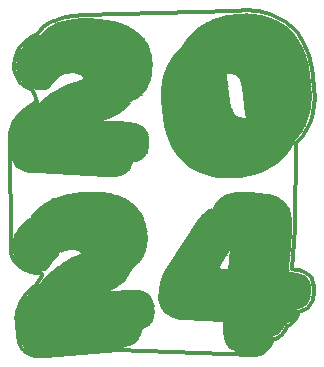
<source format=gbr>
%TF.GenerationSoftware,KiCad,Pcbnew,8.0.0*%
%TF.CreationDate,2024-03-08T11:25:02-06:00*%
%TF.ProjectId,untitled,756e7469-746c-4656-942e-6b696361645f,rev?*%
%TF.SameCoordinates,Original*%
%TF.FileFunction,Soldermask,Top*%
%TF.FilePolarity,Negative*%
%FSLAX46Y46*%
G04 Gerber Fmt 4.6, Leading zero omitted, Abs format (unit mm)*
G04 Created by KiCad (PCBNEW 8.0.0) date 2024-03-08 11:25:02*
%MOMM*%
%LPD*%
G01*
G04 APERTURE LIST*
%ADD10C,0.101850*%
%ADD11C,0.000000*%
%ADD12C,0.375920*%
%ADD13C,0.355600*%
G04 APERTURE END LIST*
D10*
X19431430Y12535920D02*
X13745410Y12535920D01*
X20155590Y12535920D02*
X19621530Y12535920D01*
X11763480Y9037290D02*
X11482710Y9037290D01*
X15292250Y9037290D02*
X11953470Y9037290D01*
X20293280Y9037290D02*
X16480360Y9037290D01*
X11389330Y8515880D02*
X11147650Y8515880D01*
X14954730Y8515880D02*
X11571630Y8515880D01*
X20261810Y8515880D02*
X16448960Y8515880D01*
X16636800Y7226940D02*
X10584480Y7226940D01*
X20184010Y7226940D02*
X16809770Y7226940D01*
X10838610Y5965320D02*
X10506430Y5965320D01*
X22008740Y5965320D02*
X10998120Y5965320D01*
X11295680Y5038700D02*
X10978210Y5038700D01*
X21518730Y5038700D02*
X11552810Y5038700D01*
X21970720Y5038700D02*
X21682810Y5038700D01*
X16325040Y2947700D02*
X16016050Y2947700D01*
X19882460Y2947700D02*
X16488050Y2947700D01*
D11*
G36*
X16585740Y13850650D02*
G01*
X16853920Y13842160D01*
X17141320Y13829080D01*
X17448810Y13811890D01*
X17847110Y13779650D01*
X18214980Y13732100D01*
X18552820Y13668040D01*
X18710730Y13629340D01*
X18861130Y13586080D01*
X19004330Y13538020D01*
X19140270Y13484960D01*
X19269150Y13426800D01*
X19390790Y13363450D01*
X19505450Y13294540D01*
X19613040Y13220140D01*
X19713580Y13139980D01*
X19807380Y13053820D01*
X19894270Y12961770D01*
X19974360Y12863250D01*
X20047710Y12758500D01*
X20114310Y12647120D01*
X20170110Y12537390D01*
X20170060Y12537010D01*
X20169560Y12536140D01*
X20169230Y12535970D01*
X19606620Y12535970D01*
X19606130Y12536170D01*
X19536310Y12623720D01*
X19450580Y12720980D01*
X19360080Y12813610D01*
X19264730Y12901300D01*
X19164430Y12984020D01*
X19059220Y13061290D01*
X18948730Y13133220D01*
X18833110Y13199520D01*
X18712280Y13259940D01*
X18585840Y13314350D01*
X18582460Y13315590D01*
X18578960Y13316660D01*
X18573880Y13317910D01*
X18570600Y13318490D01*
X18567250Y13318850D01*
X18564170Y13319000D01*
X18559930Y13318920D01*
X18559630Y13319000D01*
X18554370Y13318360D01*
X18549540Y13317250D01*
X18545070Y13315720D01*
X18540530Y13313560D01*
X18536360Y13311070D01*
X18532480Y13308180D01*
X18528840Y13304850D01*
X18525460Y13301190D01*
X18522470Y13297330D01*
X18519750Y13293090D01*
X18517340Y13288700D01*
X18515300Y13284070D01*
X18513480Y13279200D01*
X18512050Y13274220D01*
X18510890Y13269110D01*
X18510170Y13263830D01*
X18509770Y13258670D01*
X18509720Y13253870D01*
X18509590Y13253420D01*
X18509590Y13253190D01*
X18509670Y13253010D01*
X18510070Y13248080D01*
X18510810Y13242700D01*
X18511900Y13237510D01*
X18513350Y13232430D01*
X18515280Y13227330D01*
X18517570Y13222480D01*
X18520280Y13217730D01*
X18523460Y13213210D01*
X18526960Y13208990D01*
X18531100Y13204950D01*
X18535650Y13201190D01*
X18540550Y13197810D01*
X18545890Y13194820D01*
X18551600Y13192230D01*
X18552210Y13191490D01*
X18669840Y13140690D01*
X18782890Y13083920D01*
X18891120Y13021540D01*
X18994630Y12953700D01*
X19093360Y12880720D01*
X19187490Y12802670D01*
X19277130Y12719810D01*
X19362290Y12632410D01*
X19442890Y12540670D01*
X19445350Y12537540D01*
X19445380Y12537210D01*
X19444890Y12536170D01*
X19444590Y12535970D01*
X13731950Y12535970D01*
X13731700Y12536120D01*
X13731160Y12537110D01*
X13731160Y12537410D01*
X13809780Y12659000D01*
X13920440Y12825860D01*
X14031090Y12977720D01*
X14143280Y13115240D01*
X14258190Y13238960D01*
X14273250Y13252930D01*
X14273630Y13253160D01*
X14274170Y13253260D01*
X14274440Y13253540D01*
X14274520Y13253870D01*
X14274830Y13254380D01*
X14377260Y13349550D01*
X14501500Y13447290D01*
X14632610Y13533020D01*
X14771850Y13607290D01*
X14920470Y13670510D01*
X15079930Y13723440D01*
X15251130Y13766390D01*
X15436010Y13800150D01*
X15635530Y13825250D01*
X15851150Y13842210D01*
X16084020Y13851610D01*
X16335730Y13854020D01*
X16585740Y13850650D01*
G37*
G36*
X19519160Y12444730D02*
G01*
X19591120Y12344910D01*
X19658810Y12241450D01*
X19722290Y12134390D01*
X19781600Y12024130D01*
X19836820Y11910770D01*
X19888020Y11794570D01*
X19891200Y11787940D01*
X19894800Y11781940D01*
X19898890Y11776580D01*
X19903490Y11771680D01*
X19908320Y11767440D01*
X19913520Y11763710D01*
X19918930Y11760610D01*
X19924600Y11758020D01*
X19930520Y11755930D01*
X19936430Y11754410D01*
X19942580Y11753370D01*
X19948700Y11752830D01*
X19954770Y11752780D01*
X19960840Y11753220D01*
X19966810Y11754080D01*
X19972660Y11755420D01*
X19978340Y11757200D01*
X19983730Y11759390D01*
X19988910Y11761980D01*
X19993760Y11765000D01*
X19998210Y11768380D01*
X20002320Y11772240D01*
X20005930Y11776410D01*
X20008980Y11780820D01*
X20011570Y11785700D01*
X20013520Y11790930D01*
X20014870Y11796340D01*
X20015530Y11802160D01*
X20015450Y11808280D01*
X20014620Y11814760D01*
X20012940Y11821390D01*
X20010450Y11828300D01*
X19955560Y11952910D01*
X19896580Y12074140D01*
X19833390Y12191850D01*
X19765850Y12305870D01*
X19693860Y12416000D01*
X19617390Y12521970D01*
X19606310Y12535870D01*
X20170850Y12535870D01*
X20174280Y12529130D01*
X20227700Y12404240D01*
X20274580Y12272190D01*
X20314970Y12133020D01*
X20348980Y11986540D01*
X20376540Y11832440D01*
X20397830Y11670770D01*
X20412860Y11501200D01*
X20421680Y11323680D01*
X20424340Y11137950D01*
X20411390Y10741410D01*
X20308520Y9037350D01*
X16465120Y9037350D01*
X16559400Y10602390D01*
X16561000Y10626060D01*
X16562200Y10648670D01*
X16562910Y10670080D01*
X16563190Y10690230D01*
X16562960Y10709120D01*
X16562250Y10726700D01*
X16561000Y10743030D01*
X16559250Y10757870D01*
X16558180Y10764800D01*
X16556960Y10771380D01*
X16555590Y10777580D01*
X16554120Y10783340D01*
X16552470Y10788850D01*
X16550690Y10793910D01*
X16548740Y10798580D01*
X16546680Y10802870D01*
X16544420Y10806790D01*
X16542000Y10810340D01*
X16539510Y10813390D01*
X16536850Y10816080D01*
X16533930Y10818390D01*
X16530930Y10820250D01*
X16527750Y10821670D01*
X16524500Y10822710D01*
X16517190Y10823450D01*
X16509210Y10822380D01*
X16500750Y10819560D01*
X16491360Y10814790D01*
X16481350Y10808130D01*
X16470550Y10799570D01*
X16459020Y10789080D01*
X16446700Y10776530D01*
X16433670Y10761980D01*
X16419730Y10745290D01*
X16405020Y10726500D01*
X16389430Y10705490D01*
X16373020Y10682300D01*
X16355720Y10656850D01*
X16337560Y10629140D01*
X16318480Y10599090D01*
X15307540Y9037350D01*
X11938250Y9037350D01*
X11991590Y9106510D01*
X12145750Y9300290D01*
X12149050Y9304710D01*
X12151920Y9309230D01*
X12154430Y9313900D01*
X12156440Y9318550D01*
X12158090Y9323320D01*
X12159360Y9327970D01*
X12160200Y9332670D01*
X12160710Y9337400D01*
X12160830Y9342120D01*
X12160660Y9346720D01*
X12160120Y9351340D01*
X12159280Y9355890D01*
X12158170Y9360360D01*
X12156740Y9364750D01*
X12155090Y9369020D01*
X12153140Y9373160D01*
X12150950Y9377200D01*
X12148620Y9381030D01*
X12145920Y9384770D01*
X12143130Y9388270D01*
X12140130Y9391650D01*
X12136980Y9394720D01*
X12133630Y9397670D01*
X12130150Y9400340D01*
X12126520Y9402800D01*
X12122790Y9404930D01*
X12118920Y9406890D01*
X12115090Y9408490D01*
X12111020Y9409840D01*
X12106990Y9410830D01*
X12102870Y9411490D01*
X12098930Y9411790D01*
X12098710Y9411940D01*
X12095940Y9411970D01*
X12093190Y9411820D01*
X12090400Y9411490D01*
X12087610Y9410980D01*
X12084840Y9410320D01*
X12082070Y9409480D01*
X12079330Y9408460D01*
X12076610Y9407190D01*
X12073890Y9405800D01*
X12071200Y9404200D01*
X12068580Y9402370D01*
X12065970Y9400310D01*
X12063400Y9398130D01*
X12060830Y9395660D01*
X12058370Y9393000D01*
X12055960Y9390150D01*
X11899240Y9193250D01*
X11778740Y9037350D01*
X11467520Y9037350D01*
X13730150Y12535870D01*
X19446700Y12535870D01*
X19519160Y12444730D01*
G37*
G36*
X11745390Y8994190D02*
G01*
X11595660Y8792290D01*
X11451290Y8586900D01*
X11404600Y8515930D01*
X11132440Y8515930D01*
X11155860Y8553930D01*
X11246560Y8695720D01*
X11467440Y9037240D01*
X11778670Y9037240D01*
X11745390Y8994190D01*
G37*
G36*
X14970000Y8515930D02*
G01*
X11556420Y8515930D01*
X11693500Y8711670D01*
X11840460Y8910500D01*
X11938180Y9037240D01*
X15307460Y9037240D01*
X14970000Y8515930D01*
G37*
G36*
X20277050Y8515930D02*
G01*
X16433720Y8515930D01*
X16465120Y9037240D01*
X20308520Y9037240D01*
X20277050Y8515930D01*
G37*
G36*
X20276360Y8515730D02*
G01*
X20276920Y8515150D01*
X20277020Y8514840D01*
X20199270Y7227820D01*
X20199200Y7227600D01*
X20198690Y7227110D01*
X20198410Y7226990D01*
X16796130Y7226990D01*
X16795800Y7227160D01*
X16795290Y7228030D01*
X16795240Y7228410D01*
X16800830Y7239430D01*
X16821230Y7296560D01*
X16835120Y7358580D01*
X16842160Y7425790D01*
X16841950Y7498110D01*
X16834130Y7576010D01*
X16833700Y7578750D01*
X16833140Y7581420D01*
X16831820Y7586450D01*
X16830140Y7591220D01*
X16828140Y7595570D01*
X16825950Y7599530D01*
X16823310Y7603290D01*
X16821960Y7604940D01*
X16819020Y7608110D01*
X16817540Y7609540D01*
X16814140Y7612280D01*
X16812560Y7613400D01*
X16808960Y7615580D01*
X16807230Y7616470D01*
X16803470Y7618120D01*
X16799560Y7619490D01*
X16795620Y7620530D01*
X16791380Y7621300D01*
X16786960Y7621750D01*
X16783580Y7621850D01*
X16780080Y7621800D01*
X16776500Y7621550D01*
X16772760Y7621090D01*
X16769130Y7620460D01*
X16765550Y7619640D01*
X16761940Y7618630D01*
X16758460Y7617490D01*
X16754930Y7616010D01*
X16751380Y7614440D01*
X16748100Y7612740D01*
X16744720Y7610860D01*
X16741550Y7608820D01*
X16738470Y7606590D01*
X16735450Y7604180D01*
X16732500Y7601610D01*
X16729710Y7598920D01*
X16727140Y7596050D01*
X16724710Y7593150D01*
X16722390Y7589930D01*
X16720310Y7586680D01*
X16718410Y7583350D01*
X16716630Y7579660D01*
X16715080Y7575960D01*
X16713810Y7572200D01*
X16712740Y7568210D01*
X16711900Y7564270D01*
X16711320Y7559930D01*
X16711020Y7555740D01*
X16710960Y7551470D01*
X16711220Y7546820D01*
X16711750Y7542070D01*
X16717900Y7476410D01*
X16716710Y7415730D01*
X16708600Y7359830D01*
X16693970Y7308240D01*
X16673170Y7261120D01*
X16652370Y7227420D01*
X16652190Y7227240D01*
X16651760Y7227010D01*
X10570410Y7226990D01*
X10570080Y7227140D01*
X10569550Y7227850D01*
X10569470Y7228080D01*
X10580040Y7279590D01*
X10606130Y7386320D01*
X10636450Y7492820D01*
X10651360Y7538210D01*
X10651670Y7538670D01*
X10651740Y7539410D01*
X10671530Y7599830D01*
X10704580Y7689290D01*
X10705010Y7689950D01*
X10705030Y7690560D01*
X10711430Y7707910D01*
X10756670Y7817760D01*
X10807520Y7930290D01*
X10864160Y8045910D01*
X10927030Y8165390D01*
X10996370Y8289370D01*
X11072570Y8418730D01*
X11132110Y8515400D01*
X11132290Y8515580D01*
X11132720Y8515810D01*
X11402750Y8515830D01*
X11403000Y8515680D01*
X11403530Y8514690D01*
X11403510Y8514360D01*
X11313440Y8377330D01*
X11247350Y8270800D01*
X11183260Y8162870D01*
X11121490Y8053630D01*
X11062110Y7942880D01*
X11005240Y7830640D01*
X10951080Y7716700D01*
X10948310Y7709920D01*
X10946330Y7703030D01*
X10945160Y7696380D01*
X10944680Y7690280D01*
X10944500Y7689820D01*
X10944500Y7689600D01*
X10944630Y7689190D01*
X10944830Y7683530D01*
X10945670Y7677120D01*
X10947100Y7671080D01*
X10948950Y7665390D01*
X10951570Y7659620D01*
X10954540Y7654290D01*
X10957970Y7649290D01*
X10961750Y7644590D01*
X10965970Y7640140D01*
X10970440Y7636130D01*
X10975140Y7632520D01*
X10980170Y7629300D01*
X10985420Y7626450D01*
X10990830Y7624110D01*
X10996420Y7622210D01*
X11001880Y7620860D01*
X11007570Y7620030D01*
X11013160Y7619770D01*
X11018750Y7620080D01*
X11024310Y7620970D01*
X11029520Y7622410D01*
X11034730Y7624620D01*
X11039960Y7627590D01*
X11044710Y7631100D01*
X11049130Y7635270D01*
X11053320Y7640270D01*
X11057200Y7646160D01*
X11060230Y7651850D01*
X11060680Y7652330D01*
X11113920Y7764370D01*
X11169830Y7874940D01*
X11228150Y7983960D01*
X11288780Y8091530D01*
X11351640Y8197820D01*
X11416510Y8302800D01*
X11551740Y8509250D01*
X11556060Y8515400D01*
X11556670Y8515810D01*
X14968190Y8515830D01*
X14968450Y8515680D01*
X14968980Y8514690D01*
X14968960Y8514360D01*
X14418560Y7664040D01*
X14408790Y7652610D01*
X14400120Y7640750D01*
X14392550Y7628660D01*
X14386080Y7616270D01*
X14380590Y7603620D01*
X14376100Y7590790D01*
X14372640Y7577890D01*
X14370200Y7564830D01*
X14368630Y7551720D01*
X14368070Y7539130D01*
X14367890Y7538820D01*
X14367870Y7538520D01*
X14367990Y7538090D01*
X14368270Y7525720D01*
X14369440Y7512710D01*
X14371420Y7499960D01*
X14374240Y7487290D01*
X14377820Y7474970D01*
X14382190Y7462880D01*
X14387400Y7451060D01*
X14393160Y7439710D01*
X14399790Y7428590D01*
X14407010Y7418100D01*
X14414880Y7408010D01*
X14423420Y7398510D01*
X14432610Y7389570D01*
X14442240Y7381340D01*
X14452520Y7373720D01*
X14463270Y7366910D01*
X14474600Y7360820D01*
X14486430Y7355560D01*
X14498800Y7351140D01*
X14511320Y7347690D01*
X14524510Y7345150D01*
X14538020Y7343620D01*
X16053890Y7252160D01*
X16072970Y7251340D01*
X16091410Y7251140D01*
X16109240Y7251600D01*
X16126510Y7252670D01*
X16143150Y7254370D01*
X16159100Y7256680D01*
X16174540Y7259600D01*
X16189400Y7263230D01*
X16203550Y7267350D01*
X16217290Y7272170D01*
X16230190Y7277530D01*
X16242720Y7283530D01*
X16254650Y7290160D01*
X16265830Y7297270D01*
X16276520Y7304990D01*
X16286660Y7313370D01*
X16296310Y7322340D01*
X16305280Y7331810D01*
X16313730Y7341870D01*
X16321610Y7352540D01*
X16328950Y7363820D01*
X16335760Y7375650D01*
X16341980Y7388070D01*
X16347670Y7400870D01*
X16352770Y7414360D01*
X16357400Y7428410D01*
X16361490Y7442990D01*
X16365070Y7458080D01*
X16368040Y7473750D01*
X16370550Y7489880D01*
X16373960Y7523840D01*
X16433700Y8514990D01*
X16433770Y8515220D01*
X16434280Y8515710D01*
X16434540Y8515830D01*
X20276110Y8515830D01*
X20276360Y8515730D01*
G37*
G36*
X16650560Y7226730D02*
G01*
X16651100Y7225740D01*
X16651100Y7225390D01*
X16646550Y7217990D01*
X16614470Y7178850D01*
X16577670Y7143830D01*
X16535960Y7112180D01*
X16490010Y7083980D01*
X16440380Y7059190D01*
X16387190Y7037480D01*
X16331080Y7018730D01*
X16272230Y7002780D01*
X16147870Y6978400D01*
X16017420Y6962950D01*
X15884020Y6955100D01*
X15750770Y6953400D01*
X15620720Y6956480D01*
X15382370Y6971310D01*
X15193720Y6988380D01*
X15186430Y6988710D01*
X15179520Y6988300D01*
X15173100Y6987210D01*
X15167150Y6985480D01*
X15161640Y6983070D01*
X15156710Y6980170D01*
X15152120Y6976770D01*
X15148080Y6972860D01*
X15144550Y6968540D01*
X15141420Y6963770D01*
X15138780Y6958790D01*
X15136720Y6953710D01*
X15135050Y6948070D01*
X15133850Y6942530D01*
X15133140Y6936490D01*
X15132960Y6931200D01*
X15132810Y6930690D01*
X15132810Y6930490D01*
X15132960Y6929980D01*
X15133170Y6924830D01*
X15133880Y6918680D01*
X15135070Y6912840D01*
X15136650Y6907120D01*
X15138830Y6901430D01*
X15141520Y6895820D01*
X15144550Y6890640D01*
X15148080Y6885690D01*
X15152170Y6880910D01*
X15156640Y6876690D01*
X15161620Y6872810D01*
X15167000Y6869400D01*
X15172990Y6866510D01*
X15179520Y6864150D01*
X15186200Y6862470D01*
X15193490Y6861480D01*
X15194460Y6861780D01*
X15420670Y6843270D01*
X15551560Y6835980D01*
X15690010Y6831990D01*
X15832890Y6832780D01*
X15977290Y6839810D01*
X16120190Y6854550D01*
X16190160Y6865260D01*
X16258510Y6878450D01*
X16324990Y6894350D01*
X16389100Y6912970D01*
X16450590Y6934680D01*
X16509090Y6959680D01*
X16564100Y6987950D01*
X16615230Y7019820D01*
X16662250Y7055460D01*
X16704690Y7095080D01*
X16742130Y7138770D01*
X16774410Y7186980D01*
X16794350Y7226530D01*
X16794940Y7226880D01*
X20198310Y7226880D01*
X20198560Y7226780D01*
X20199120Y7226220D01*
X20199220Y7225890D01*
X20191270Y7094780D01*
X20191630Y7094400D01*
X20245860Y7091050D01*
X20495010Y7071260D01*
X20723480Y7042910D01*
X20829930Y7025360D01*
X20931300Y7005520D01*
X21027820Y6983320D01*
X21119390Y6958690D01*
X21206230Y6931560D01*
X21288300Y6901940D01*
X21365510Y6869790D01*
X21438360Y6834910D01*
X21506590Y6797340D01*
X21570290Y6757140D01*
X21629620Y6714110D01*
X21684690Y6668160D01*
X21735470Y6619290D01*
X21782070Y6567530D01*
X21824570Y6512660D01*
X21863050Y6454750D01*
X21897470Y6393840D01*
X21928070Y6329600D01*
X21954770Y6262320D01*
X21977810Y6191480D01*
X21997110Y6117490D01*
X22012780Y6039990D01*
X22023810Y5966330D01*
X22023730Y5966100D01*
X22023200Y5965520D01*
X22022890Y5965370D01*
X10983670Y5965370D01*
X10983470Y5965440D01*
X10982930Y5965900D01*
X10982810Y5966100D01*
X10973560Y6031660D01*
X10964210Y6123760D01*
X10958140Y6215910D01*
X10955050Y6308090D01*
X10954640Y6400170D01*
X10956620Y6492240D01*
X10960660Y6584090D01*
X10973820Y6767320D01*
X10989840Y6930060D01*
X10990020Y6930540D01*
X10990000Y6931150D01*
X10991720Y6949410D01*
X11011990Y7129830D01*
X11012320Y7133490D01*
X11012470Y7137100D01*
X11012420Y7140600D01*
X11012200Y7143950D01*
X11011790Y7147310D01*
X11011260Y7150460D01*
X11010470Y7153480D01*
X11009660Y7156250D01*
X11008640Y7158990D01*
X11007370Y7161730D01*
X11006100Y7164250D01*
X11004630Y7166660D01*
X11002920Y7169050D01*
X11001270Y7171160D01*
X10999470Y7173210D01*
X10995430Y7177020D01*
X10993170Y7178800D01*
X10990940Y7180400D01*
X10988650Y7181820D01*
X10986240Y7183200D01*
X10983750Y7184420D01*
X10981110Y7185530D01*
X10978410Y7186550D01*
X10975720Y7187440D01*
X10973000Y7188200D01*
X10970160Y7188860D01*
X10967290Y7189390D01*
X10961450Y7190110D01*
X10955530Y7190360D01*
X10949840Y7190050D01*
X10943740Y7189340D01*
X10937700Y7188120D01*
X10932010Y7186570D01*
X10926190Y7184360D01*
X10923420Y7183170D01*
X10917890Y7180280D01*
X10915350Y7178700D01*
X10912730Y7176950D01*
X10910240Y7175120D01*
X10907850Y7173190D01*
X10905440Y7171110D01*
X10903180Y7168900D01*
X10901070Y7166610D01*
X10899040Y7164250D01*
X10895300Y7159120D01*
X10893630Y7156250D01*
X10892050Y7153330D01*
X10890610Y7150380D01*
X10889310Y7147200D01*
X10888190Y7144050D01*
X10887180Y7140650D01*
X10886340Y7137220D01*
X10885630Y7133590D01*
X10885140Y7130420D01*
X10884970Y7130060D01*
X10884710Y7129750D01*
X10884640Y7129580D01*
X10862560Y6928870D01*
X10843970Y6723860D01*
X10831780Y6516650D01*
X10829010Y6412640D01*
X10828990Y6309260D01*
X10828810Y6308780D01*
X10828810Y6308550D01*
X10829040Y6307990D01*
X10832030Y6205090D01*
X10838590Y6101840D01*
X10848980Y5999300D01*
X10853700Y5966330D01*
X10853620Y5966100D01*
X10853090Y5965520D01*
X10852790Y5965370D01*
X10491950Y5965370D01*
X10491190Y5965930D01*
X10491090Y5966080D01*
X10485500Y6008980D01*
X10478720Y6101000D01*
X10476940Y6194500D01*
X10480270Y6289500D01*
X10481390Y6308240D01*
X10481540Y6308470D01*
X10481560Y6308730D01*
X10481460Y6309130D01*
X10512930Y6836870D01*
X10524770Y6951320D01*
X10539680Y7062880D01*
X10558020Y7172050D01*
X10569090Y7226200D01*
X10569190Y7226380D01*
X10569750Y7226830D01*
X10569960Y7226880D01*
X16650310Y7226880D01*
X16650560Y7226730D01*
G37*
G36*
X10863580Y5897630D02*
G01*
X10882810Y5797140D01*
X10906990Y5697930D01*
X10936530Y5600220D01*
X10971810Y5504280D01*
X11009000Y5420610D01*
X11051080Y5342150D01*
X11097820Y5268770D01*
X11149100Y5200420D01*
X11204600Y5136970D01*
X11264140Y5078400D01*
X11310850Y5038750D01*
X10962890Y5038750D01*
X10941860Y5058590D01*
X10878460Y5125140D01*
X10819540Y5194250D01*
X10765100Y5265880D01*
X10715220Y5339920D01*
X10669910Y5416300D01*
X10629240Y5494880D01*
X10593320Y5575600D01*
X10562060Y5658490D01*
X10535620Y5743320D01*
X10514000Y5830040D01*
X10497290Y5918660D01*
X10491220Y5965270D01*
X10853850Y5965270D01*
X10863580Y5897630D01*
G37*
G36*
X22024920Y5959120D02*
G01*
X22033590Y5874720D01*
X22038820Y5786730D01*
X22040750Y5695190D01*
X22039400Y5599910D01*
X22034860Y5500950D01*
X22029720Y5409970D01*
X22011060Y5200370D01*
X21985960Y5038750D01*
X21667600Y5038750D01*
X21681520Y5093790D01*
X21694420Y5160110D01*
X21704050Y5227320D01*
X21710700Y5294960D01*
X21714690Y5363010D01*
X21716260Y5431030D01*
X21715760Y5498820D01*
X21713470Y5566000D01*
X21709660Y5632480D01*
X21709330Y5636230D01*
X21708800Y5639840D01*
X21708110Y5643370D01*
X21707270Y5646720D01*
X21706280Y5650030D01*
X21705140Y5653200D01*
X21703840Y5656220D01*
X21702370Y5659200D01*
X21700870Y5661940D01*
X21699220Y5664630D01*
X21697420Y5667200D01*
X21695460Y5669660D01*
X21693450Y5672000D01*
X21691300Y5674210D01*
X21689030Y5676290D01*
X21686750Y5678250D01*
X21684390Y5680100D01*
X21681900Y5681830D01*
X21679310Y5683450D01*
X21676720Y5684950D01*
X21674000Y5686350D01*
X21671280Y5687570D01*
X21665670Y5689730D01*
X21659880Y5691400D01*
X21653960Y5692650D01*
X21648040Y5693360D01*
X21642100Y5693610D01*
X21636200Y5693380D01*
X21630310Y5692670D01*
X21627440Y5692140D01*
X21624620Y5691480D01*
X21621800Y5690720D01*
X21619010Y5689850D01*
X21616340Y5688810D01*
X21613720Y5687700D01*
X21611130Y5686430D01*
X21608640Y5685050D01*
X21606180Y5683580D01*
X21603840Y5681950D01*
X21601610Y5680230D01*
X21599450Y5678400D01*
X21597390Y5676420D01*
X21595460Y5674310D01*
X21593610Y5672120D01*
X21591910Y5669790D01*
X21590360Y5667380D01*
X21588830Y5664780D01*
X21587540Y5662120D01*
X21586320Y5659300D01*
X21585350Y5656350D01*
X21584460Y5653280D01*
X21583700Y5650200D01*
X21583170Y5646850D01*
X21582790Y5643470D01*
X21582560Y5639970D01*
X21582530Y5636290D01*
X21582680Y5632860D01*
X21582200Y5632320D01*
X21585660Y5572430D01*
X21587940Y5511390D01*
X21588760Y5449750D01*
X21587840Y5387620D01*
X21584840Y5325410D01*
X21579540Y5263360D01*
X21571610Y5201770D01*
X21560760Y5140960D01*
X21546720Y5081120D01*
X21533990Y5038750D01*
X11537470Y5038750D01*
X11535660Y5039770D01*
X11500310Y5061310D01*
X11465940Y5084060D01*
X11432540Y5107990D01*
X11400080Y5133160D01*
X11368660Y5159600D01*
X11338330Y5187210D01*
X11309020Y5216170D01*
X11280800Y5246320D01*
X11253720Y5277790D01*
X11227790Y5310530D01*
X11203030Y5344540D01*
X11179430Y5379920D01*
X11157050Y5416600D01*
X11135920Y5454600D01*
X11116080Y5493970D01*
X11097510Y5534660D01*
X11080220Y5576750D01*
X11064240Y5620230D01*
X11049660Y5665060D01*
X11024260Y5756350D01*
X11003280Y5847970D01*
X10986490Y5939760D01*
X10982910Y5965270D01*
X22024010Y5965270D01*
X22024920Y5959120D01*
G37*
G36*
X21532980Y5038500D02*
G01*
X21533540Y5037760D01*
X21533590Y5037430D01*
X21529140Y5022600D01*
X21507830Y4965700D01*
X21482510Y4910710D01*
X21468180Y4884010D01*
X21452740Y4857850D01*
X21436130Y4832270D01*
X21418320Y4807380D01*
X21399350Y4783280D01*
X21379030Y4759730D01*
X21357490Y4737070D01*
X21334500Y4715100D01*
X21310470Y4694300D01*
X21285730Y4674840D01*
X21260160Y4656660D01*
X21233990Y4639840D01*
X21179410Y4609690D01*
X21122690Y4584270D01*
X21063840Y4563060D01*
X21003290Y4545970D01*
X20941210Y4532550D01*
X20878110Y4522650D01*
X20814130Y4515820D01*
X20749690Y4511830D01*
X20685130Y4510350D01*
X20620710Y4511090D01*
X20556630Y4513760D01*
X20493330Y4518030D01*
X20370190Y4530190D01*
X20362900Y4530670D01*
X20356120Y4530390D01*
X20349690Y4529460D01*
X20343800Y4527830D01*
X20338310Y4525570D01*
X20333410Y4522770D01*
X20328840Y4519400D01*
X20324830Y4515610D01*
X20321370Y4511500D01*
X20318220Y4506700D01*
X20315580Y4501740D01*
X20313500Y4496640D01*
X20311870Y4491100D01*
X20310630Y4485460D01*
X20309970Y4479590D01*
X20309790Y4474290D01*
X20309640Y4473780D01*
X20309740Y4473220D01*
X20309970Y4467860D01*
X20310700Y4461810D01*
X20311900Y4455850D01*
X20313470Y4450130D01*
X20315660Y4444310D01*
X20318250Y4438780D01*
X20321300Y4433420D01*
X20324780Y4428440D01*
X20328810Y4423690D01*
X20333360Y4419220D01*
X20338290Y4415280D01*
X20343770Y4411730D01*
X20349490Y4408780D01*
X20356070Y4406240D01*
X20362800Y4404410D01*
X20370110Y4403220D01*
X20437780Y4395930D01*
X20506460Y4390090D01*
X20575960Y4385920D01*
X20646090Y4383790D01*
X20716270Y4383960D01*
X20786470Y4386760D01*
X20856470Y4392470D01*
X20925890Y4401390D01*
X20994340Y4413810D01*
X21061630Y4430140D01*
X21127420Y4450460D01*
X21191550Y4475350D01*
X21253550Y4504920D01*
X21283800Y4521530D01*
X21313240Y4539460D01*
X21342270Y4558790D01*
X21370420Y4579370D01*
X21397950Y4601460D01*
X21424670Y4624930D01*
X21450350Y4649620D01*
X21474460Y4675000D01*
X21497260Y4701260D01*
X21518630Y4728080D01*
X21557440Y4783840D01*
X21591120Y4841980D01*
X21620070Y4902350D01*
X21644610Y4964530D01*
X21665010Y5028590D01*
X21667340Y5037910D01*
X21667470Y5038120D01*
X21668000Y5038570D01*
X21668210Y5038650D01*
X21984940Y5038650D01*
X21985170Y5038550D01*
X21985710Y5037890D01*
X21985780Y5037630D01*
X21981340Y5008980D01*
X21962140Y4919750D01*
X21939960Y4835090D01*
X21914660Y4754580D01*
X21886270Y4678380D01*
X21854570Y4606340D01*
X21819640Y4538400D01*
X21781210Y4474440D01*
X21739450Y4414470D01*
X21694040Y4358410D01*
X21645140Y4306320D01*
X21592390Y4257850D01*
X21535920Y4213170D01*
X21475650Y4172200D01*
X21411490Y4134870D01*
X21343210Y4100960D01*
X21270930Y4070600D01*
X21194320Y4043600D01*
X21113670Y4020080D01*
X21028560Y3999740D01*
X20939130Y3982690D01*
X20746640Y3957960D01*
X20535670Y3945460D01*
X20305700Y3944620D01*
X20055760Y3954980D01*
X20001940Y3957290D01*
X20001560Y3956960D01*
X19975300Y3520470D01*
X19953380Y3275230D01*
X19937400Y3158640D01*
X19918170Y3045990D01*
X19897880Y2948430D01*
X19897780Y2948230D01*
X19897220Y2947800D01*
X19897010Y2947750D01*
X16473420Y2947750D01*
X16473270Y2947800D01*
X16472690Y2948250D01*
X16458490Y2991460D01*
X16431060Y3095900D01*
X16409190Y3202310D01*
X16392350Y3310100D01*
X16380050Y3418890D01*
X16371820Y3527860D01*
X16367200Y3636700D01*
X16365700Y3744870D01*
X16370170Y3960670D01*
X16370070Y3964250D01*
X16369770Y3967840D01*
X16369280Y3971190D01*
X16368620Y3974590D01*
X16367840Y3977720D01*
X16366950Y3980760D01*
X16365780Y3983660D01*
X16364530Y3986480D01*
X16363240Y3989070D01*
X16361640Y3991740D01*
X16360010Y3994180D01*
X16358240Y3996560D01*
X16356430Y3998720D01*
X16354400Y4000860D01*
X16352320Y4002810D01*
X16350110Y4004690D01*
X16345430Y4008020D01*
X16342940Y4009540D01*
X16340350Y4010910D01*
X16337790Y4012160D01*
X16335120Y4013300D01*
X16332380Y4014340D01*
X16329630Y4015260D01*
X16326840Y4016020D01*
X16321130Y4017240D01*
X16315130Y4017980D01*
X16309390Y4018200D01*
X16303400Y4017980D01*
X16297330Y4017260D01*
X16291480Y4016070D01*
X16288640Y4015310D01*
X16285690Y4014390D01*
X16282870Y4013380D01*
X16280100Y4012230D01*
X16277410Y4011020D01*
X16274750Y4009620D01*
X16272180Y4008120D01*
X16269690Y4006550D01*
X16267200Y4004740D01*
X16264890Y4002910D01*
X16262600Y4000910D01*
X16260370Y3998820D01*
X16258290Y3996640D01*
X16256380Y3994380D01*
X16254530Y3991860D01*
X16252770Y3989250D01*
X16251120Y3986560D01*
X16249620Y3983760D01*
X16248280Y3980840D01*
X16247060Y3977790D01*
X16245990Y3974620D01*
X16245150Y3971440D01*
X16244370Y3967910D01*
X16243760Y3964460D01*
X16243350Y3960700D01*
X16243120Y3957040D01*
X16239770Y3845560D01*
X16238930Y3733040D01*
X16238750Y3732480D01*
X16238750Y3732280D01*
X16238880Y3731900D01*
X16241090Y3618030D01*
X16246700Y3503140D01*
X16256250Y3388000D01*
X16270200Y3273300D01*
X16288990Y3159660D01*
X16313180Y3047420D01*
X16339920Y2948940D01*
X16339870Y2948610D01*
X16339340Y2947900D01*
X16339060Y2947750D01*
X16001520Y2947750D01*
X16001310Y2947800D01*
X16000780Y2948200D01*
X16000700Y2948360D01*
X15997480Y2964890D01*
X15981730Y3068090D01*
X15961230Y3285460D01*
X15955160Y3517160D01*
X15962300Y3731720D01*
X15962530Y3732280D01*
X15962480Y3732630D01*
X15963320Y3761610D01*
X15963570Y3762120D01*
X15964000Y3762450D01*
X15964180Y3762710D01*
X15989910Y4199590D01*
X15989550Y4199970D01*
X12652830Y4401460D01*
X12521390Y4411550D01*
X12393350Y4425620D01*
X12269110Y4443580D01*
X12148570Y4465370D01*
X12115620Y4472580D01*
X12115390Y4472690D01*
X12115110Y4472970D01*
X12114810Y4473500D01*
X12114500Y4473680D01*
X12110540Y4473680D01*
X12031750Y4490920D01*
X11918800Y4520080D01*
X11809680Y4552850D01*
X11704520Y4589070D01*
X11603230Y4628790D01*
X11506020Y4671700D01*
X11412860Y4717920D01*
X11323800Y4767300D01*
X11238920Y4819750D01*
X11158270Y4875150D01*
X11081770Y4933520D01*
X11009630Y4994680D01*
X10964880Y5036870D01*
X10964800Y5037230D01*
X10965230Y5038420D01*
X10965560Y5038650D01*
X11310800Y5038620D01*
X11311260Y5038420D01*
X11327490Y5024630D01*
X11394540Y4975480D01*
X11464980Y4930980D01*
X11538740Y4890900D01*
X11615370Y4855310D01*
X11694800Y4824070D01*
X11776960Y4797070D01*
X11861290Y4774340D01*
X11947960Y4755570D01*
X12036450Y4740960D01*
X12043940Y4740250D01*
X12050780Y4740300D01*
X12057710Y4741040D01*
X12064090Y4742410D01*
X12070460Y4744470D01*
X12076150Y4746980D01*
X12081660Y4750080D01*
X12086820Y4753580D01*
X12091520Y4757500D01*
X12095910Y4761870D01*
X12099870Y4766490D01*
X12103460Y4771490D01*
X12106630Y4776700D01*
X12109420Y4782190D01*
X12111690Y4787720D01*
X12113540Y4793440D01*
X12114940Y4799230D01*
X12115800Y4804940D01*
X12116180Y4810660D01*
X12116050Y4816350D01*
X12115440Y4821960D01*
X12114250Y4827400D01*
X12112520Y4832730D01*
X12110260Y4837630D01*
X12107390Y4842380D01*
X12103990Y4846700D01*
X12100050Y4850610D01*
X12095300Y4854240D01*
X12090100Y4857320D01*
X12084230Y4859830D01*
X12077620Y4861860D01*
X12070330Y4863290D01*
X11980110Y4878400D01*
X11892410Y4897780D01*
X11807550Y4921450D01*
X11725760Y4949490D01*
X11647250Y4982110D01*
X11572010Y5019340D01*
X11541280Y5036640D01*
X11541130Y5037020D01*
X11541480Y5038370D01*
X11541840Y5038650D01*
X21532720Y5038650D01*
X21532980Y5038500D01*
G37*
G36*
X16343120Y2937210D02*
G01*
X16379340Y2829660D01*
X16422400Y2725170D01*
X16472590Y2624400D01*
X16500600Y2575460D01*
X16530550Y2527730D01*
X16562580Y2481120D01*
X16596660Y2435810D01*
X16632940Y2391790D01*
X16671420Y2349170D01*
X16712210Y2307920D01*
X16755290Y2268300D01*
X16830980Y2206830D01*
X16909950Y2151890D01*
X16992120Y2103040D01*
X17077110Y2059990D01*
X17164530Y2022480D01*
X17254190Y1990040D01*
X17345710Y1962530D01*
X17438880Y1939420D01*
X17533260Y1920520D01*
X17628590Y1905460D01*
X17724650Y1893930D01*
X17821020Y1885590D01*
X17917460Y1880110D01*
X18013600Y1877160D01*
X18203950Y1877590D01*
X18211340Y1878100D01*
X18218380Y1879300D01*
X18224780Y1881120D01*
X18230750Y1883590D01*
X18236310Y1886610D01*
X18241290Y1890040D01*
X18245840Y1894000D01*
X18249930Y1898370D01*
X18253560Y1903070D01*
X18256630Y1908050D01*
X18259250Y1913310D01*
X18261430Y1918870D01*
X18263080Y1924580D01*
X18264330Y1930370D01*
X18265040Y1936290D01*
X18265290Y1942290D01*
X18265040Y1948180D01*
X18264330Y1954070D01*
X18263130Y1959910D01*
X18261480Y1965480D01*
X18259300Y1970910D01*
X18256710Y1976090D01*
X18253610Y1981020D01*
X18250000Y1985590D01*
X18245940Y1989790D01*
X18241370Y1993570D01*
X18236340Y1996870D01*
X18230850Y1999620D01*
X18224830Y2001850D01*
X18218400Y2003430D01*
X18211390Y2004360D01*
X18204000Y2004570D01*
X18026910Y2003810D01*
X17937020Y2006090D01*
X17846780Y2010560D01*
X17756380Y2017600D01*
X17666230Y2027530D01*
X17576520Y2040640D01*
X17487700Y2057320D01*
X17400070Y2077870D01*
X17313880Y2102640D01*
X17229400Y2131920D01*
X17147130Y2166060D01*
X17067200Y2205430D01*
X16989980Y2250340D01*
X16915890Y2301090D01*
X16880030Y2328770D01*
X16845100Y2358060D01*
X16804230Y2395470D01*
X16765600Y2434360D01*
X16729280Y2474670D01*
X16695040Y2516300D01*
X16632830Y2603300D01*
X16578630Y2694760D01*
X16531790Y2790340D01*
X16491920Y2889380D01*
X16472810Y2947640D01*
X19897700Y2947640D01*
X19895570Y2937430D01*
X19869610Y2832840D01*
X19840320Y2732300D01*
X19807680Y2635810D01*
X19771610Y2543400D01*
X19732190Y2455090D01*
X19689370Y2370810D01*
X19643170Y2290720D01*
X19593530Y2214680D01*
X19540500Y2142790D01*
X19483980Y2075080D01*
X19424070Y2011530D01*
X19360720Y1952120D01*
X19293890Y1896920D01*
X19223660Y1846000D01*
X19149870Y1799210D01*
X19072610Y1756640D01*
X18991860Y1718360D01*
X18907660Y1684320D01*
X18819900Y1654560D01*
X18728610Y1629080D01*
X18633800Y1607900D01*
X18535420Y1591030D01*
X18433540Y1578510D01*
X18328080Y1570300D01*
X18219060Y1566470D01*
X18106520Y1567000D01*
X17990260Y1571900D01*
X17625820Y1593900D01*
X17513300Y1602840D01*
X17404920Y1615690D01*
X17300550Y1632460D01*
X17200220Y1653160D01*
X17103950Y1677670D01*
X17011730Y1706090D01*
X16923440Y1738350D01*
X16839160Y1774470D01*
X16758770Y1814420D01*
X16682420Y1858190D01*
X16609920Y1905760D01*
X16541370Y1957120D01*
X16476650Y2012290D01*
X16415870Y2071190D01*
X16358900Y2133900D01*
X16305810Y2200330D01*
X16256480Y2270480D01*
X16210990Y2344370D01*
X16169280Y2422020D01*
X16131360Y2503270D01*
X16097150Y2588310D01*
X16066670Y2676980D01*
X16039920Y2769290D01*
X16016830Y2865220D01*
X16000830Y2947640D01*
X16340280Y2947640D01*
X16343120Y2937210D01*
G37*
D10*
X-526360Y26874190D02*
X-1068300Y26874190D01*
X6965060Y26874190D02*
X-336300Y26874190D01*
X7869150Y26874190D02*
X7186730Y26874190D01*
X-759560Y26491030D02*
X-1239720Y26491030D01*
X7350460Y26491030D02*
X-586610Y26491030D01*
X8132750Y26491030D02*
X7547150Y26491030D01*
X1065280Y24549860D02*
X-1059540Y24549860D01*
X1826690Y24549860D02*
X1288390Y24549860D01*
X8610980Y24549860D02*
X4306370Y24549860D01*
X6543450Y22108110D02*
X-149100Y22108110D01*
X7698560Y22108110D02*
X6814790Y22108110D01*
X7591430Y18789880D02*
X-1807820Y18789880D01*
X8239070Y18789880D02*
X7775140Y18789880D01*
X-1223240Y17621940D02*
X-1708840Y17621940D01*
X7687740Y17621940D02*
X-1023570Y17621940D01*
X8268890Y17621940D02*
X7845220Y17621940D01*
X-635840Y17192420D02*
X-1463240Y17192420D01*
X7568620Y17192420D02*
X-196490Y17192420D01*
X8150480Y17192420D02*
X7761710Y17192420D01*
D11*
G36*
X3278330Y28568930D02*
G01*
X3420820Y28565070D01*
X3565140Y28559510D01*
X3711320Y28552220D01*
X4021070Y28530830D01*
X4321020Y28501470D01*
X4611240Y28464260D01*
X4891460Y28419220D01*
X5161860Y28366490D01*
X5422370Y28306140D01*
X5672810Y28238220D01*
X5913400Y28162830D01*
X6143930Y28080080D01*
X6364400Y27990040D01*
X6574920Y27892760D01*
X6775170Y27788340D01*
X6965390Y27676830D01*
X7145480Y27558390D01*
X7315280Y27433120D01*
X7475020Y27300940D01*
X7624500Y27162050D01*
X7763710Y27016560D01*
X7882920Y26875890D01*
X7882990Y26875510D01*
X7882510Y26874420D01*
X7882200Y26874240D01*
X7171790Y26874240D01*
X7171280Y26874420D01*
X7169910Y26875690D01*
X7041030Y26988850D01*
X6907330Y27096260D01*
X6768970Y27198190D01*
X6626400Y27294740D01*
X6479900Y27385980D01*
X6329630Y27472260D01*
X6176010Y27553560D01*
X6019240Y27630200D01*
X5859630Y27702230D01*
X5697630Y27769850D01*
X5692290Y27771780D01*
X5688910Y27772770D01*
X5685540Y27773600D01*
X5682210Y27774160D01*
X5678880Y27774520D01*
X5675830Y27774700D01*
X5671390Y27774600D01*
X5666110Y27774010D01*
X5661280Y27772890D01*
X5656710Y27771370D01*
X5652240Y27769240D01*
X5648050Y27766750D01*
X5644130Y27763830D01*
X5640630Y27760650D01*
X5637170Y27756940D01*
X5634130Y27753060D01*
X5631430Y27748870D01*
X5629000Y27744450D01*
X5626960Y27739870D01*
X5625130Y27734970D01*
X5623710Y27729990D01*
X5622570Y27724890D01*
X5621780Y27719710D01*
X5621430Y27714420D01*
X5621380Y27709650D01*
X5621200Y27709160D01*
X5621200Y27708940D01*
X5621430Y27708380D01*
X5621710Y27703880D01*
X5622470Y27698470D01*
X5623530Y27693240D01*
X5624960Y27688210D01*
X5626860Y27683160D01*
X5629280Y27678130D01*
X5631920Y27673400D01*
X5635140Y27668830D01*
X5638600Y27664660D01*
X5642810Y27660450D01*
X5647330Y27656740D01*
X5652190Y27653360D01*
X5657570Y27650340D01*
X5663620Y27647600D01*
X5819800Y27582390D01*
X5973700Y27512800D01*
X6124800Y27438810D01*
X6273010Y27360170D01*
X6417870Y27276760D01*
X6559220Y27188460D01*
X6696760Y27095090D01*
X6830240Y26996570D01*
X6959240Y26892680D01*
X6978190Y26875990D01*
X6978270Y26875660D01*
X6977840Y26874470D01*
X6977510Y26874240D01*
X-349350Y26874240D01*
X-349660Y26874420D01*
X-350140Y26875510D01*
X-350060Y26875890D01*
X-283130Y26954400D01*
X-208360Y27034620D01*
X-130530Y27111450D01*
X-49730Y27185010D01*
X33600Y27255370D01*
X119560Y27322750D01*
X207770Y27387250D01*
X298020Y27449020D01*
X390120Y27508200D01*
X483950Y27564970D01*
X579090Y27619350D01*
X675590Y27671570D01*
X749810Y27708910D01*
X750010Y27708960D01*
X751430Y27708990D01*
X751740Y27709220D01*
X751990Y27709830D01*
X752370Y27710230D01*
X871370Y27770020D01*
X1069570Y27861340D01*
X1075280Y27864160D01*
X1080590Y27867380D01*
X1085090Y27870790D01*
X1089100Y27874490D01*
X1092630Y27878530D01*
X1095500Y27882600D01*
X1097970Y27887120D01*
X1099920Y27891660D01*
X1101240Y27896190D01*
X1102180Y27901010D01*
X1102660Y27905890D01*
X1102660Y27910760D01*
X1102230Y27915720D01*
X1101390Y27920620D01*
X1100150Y27925400D01*
X1098550Y27930250D01*
X1096470Y27934970D01*
X1094210Y27939490D01*
X1091490Y27944010D01*
X1088470Y27948310D01*
X1085110Y27952400D01*
X1081530Y27956280D01*
X1077600Y27959940D01*
X1073330Y27963390D01*
X1069040Y27966440D01*
X1064390Y27969080D01*
X1059510Y27971550D01*
X1054660Y27973450D01*
X1049380Y27975050D01*
X1044020Y27976220D01*
X1038350Y27976910D01*
X1032890Y27977080D01*
X1032460Y27976980D01*
X1026340Y27976550D01*
X1021310Y27975760D01*
X1017850Y27975000D01*
X1014430Y27974090D01*
X1011100Y27972990D01*
X1006350Y27971040D01*
X1005870Y27971040D01*
X1005280Y27971270D01*
X1005030Y27971270D01*
X900300Y27923870D01*
X795880Y27874520D01*
X692250Y27823130D01*
X589530Y27769590D01*
X488040Y27713740D01*
X387990Y27655470D01*
X289510Y27594610D01*
X193040Y27531160D01*
X98600Y27464770D01*
X6400Y27395400D01*
X-83160Y27322980D01*
X-170000Y27247240D01*
X-253850Y27168200D01*
X-334540Y27085540D01*
X-411710Y26999340D01*
X-485370Y26909190D01*
X-510790Y26874600D01*
X-510970Y26874440D01*
X-511530Y26874240D01*
X-1081910Y26874240D01*
X-1082170Y26874390D01*
X-1082700Y26875380D01*
X-1082700Y26875740D01*
X-1042770Y26944850D01*
X-998960Y27015160D01*
X-952700Y27083920D01*
X-904140Y27151180D01*
X-853160Y27216960D01*
X-799950Y27281100D01*
X-744300Y27343810D01*
X-686360Y27404950D01*
X-563580Y27522750D01*
X-431750Y27634410D01*
X-290860Y27740030D01*
X-140940Y27839750D01*
X17600Y27933290D01*
X163630Y28012770D01*
X316410Y28086890D01*
X476120Y28155770D01*
X642520Y28219350D01*
X815540Y28277670D01*
X995200Y28330680D01*
X1181350Y28378450D01*
X1373960Y28420900D01*
X1572900Y28458080D01*
X1778150Y28490010D01*
X1989610Y28516660D01*
X2207210Y28538040D01*
X2430930Y28554200D01*
X2660570Y28565070D01*
X2896210Y28570680D01*
X3137640Y28571060D01*
X3278330Y28568930D01*
G37*
G36*
X-559410Y26808580D02*
G01*
X-627180Y26705180D01*
X-688800Y26599210D01*
X-744300Y26491080D01*
X-1254960Y26491080D01*
X-1225700Y26570480D01*
X-1193950Y26648410D01*
X-1159810Y26724840D01*
X-1123210Y26799720D01*
X-1084200Y26873050D01*
X-1083560Y26874140D01*
X-511150Y26874140D01*
X-559410Y26808580D01*
G37*
G36*
X7083630Y26783330D02*
G01*
X7203030Y26668350D01*
X7317210Y26547570D01*
X7365670Y26491080D01*
X-601830Y26491080D01*
X-560350Y26569290D01*
X-498090Y26672490D01*
X-429540Y26773020D01*
X-354510Y26870710D01*
X-351590Y26874140D01*
X6980350Y26874140D01*
X7083630Y26783330D01*
G37*
G36*
X7892570Y26864540D02*
G01*
X8011130Y26705990D01*
X8119390Y26541070D01*
X8147960Y26491080D01*
X7531890Y26491080D01*
X7524600Y26500480D01*
X7411970Y26631720D01*
X7293640Y26756740D01*
X7171560Y26874140D01*
X7884440Y26874140D01*
X7892570Y26864540D01*
G37*
G36*
X-745490Y26490800D02*
G01*
X-745010Y26489960D01*
X-744980Y26489630D01*
X-794160Y26380210D01*
X-838230Y26267590D01*
X-876810Y26152980D01*
X-909930Y26036780D01*
X-937920Y25918950D01*
X-960830Y25799750D01*
X-978870Y25679530D01*
X-992100Y25558090D01*
X-1000790Y25435920D01*
X-1005000Y25313720D01*
X-1005210Y25313230D01*
X-1005210Y25313010D01*
X-1005080Y25312570D01*
X-1005050Y25189790D01*
X-1000940Y25066240D01*
X-1000230Y25058730D01*
X-998830Y25051940D01*
X-996870Y25045540D01*
X-994280Y25039600D01*
X-991110Y25034010D01*
X-987580Y25029080D01*
X-983440Y25024490D01*
X-978970Y25020400D01*
X-974140Y25016820D01*
X-968980Y25013640D01*
X-963700Y25011080D01*
X-958010Y25008870D01*
X-952270Y25007240D01*
X-946450Y25005940D01*
X-940380Y25005230D01*
X-934470Y25004980D01*
X-928650Y25005210D01*
X-922710Y25005920D01*
X-916860Y25007110D01*
X-911230Y25008760D01*
X-905970Y25010870D01*
X-900760Y25013490D01*
X-895990Y25016590D01*
X-891590Y25020120D01*
X-887450Y25024180D01*
X-883820Y25028700D01*
X-880690Y25033630D01*
X-878030Y25039220D01*
X-876020Y25045140D01*
X-874600Y25051510D01*
X-873890Y25058550D01*
X-873910Y25066070D01*
X-877900Y25187780D01*
X-877850Y25309040D01*
X-873580Y25429740D01*
X-864920Y25549830D01*
X-851690Y25669040D01*
X-833700Y25787120D01*
X-810770Y25904010D01*
X-782780Y26019480D01*
X-749550Y26133370D01*
X-710870Y26245410D01*
X-666550Y26355550D01*
X-616430Y26463570D01*
X-602160Y26490500D01*
X-602010Y26490650D01*
X-601470Y26490980D01*
X7365370Y26490980D01*
X7366030Y26490630D01*
X7425820Y26420930D01*
X7528590Y26288260D01*
X7625260Y26149380D01*
X7715550Y26004240D01*
X7719570Y25998120D01*
X7724060Y25992580D01*
X7728710Y25987960D01*
X7733770Y25983950D01*
X7739100Y25980570D01*
X7744540Y25978000D01*
X7750150Y25975970D01*
X7755940Y25974620D01*
X7761860Y25973840D01*
X7767650Y25973660D01*
X7773520Y25974010D01*
X7779330Y25974880D01*
X7784970Y25976280D01*
X7790760Y25978150D01*
X7796150Y25980520D01*
X7801360Y25983230D01*
X7806390Y25986410D01*
X7811140Y25990020D01*
X7815530Y25993930D01*
X7819670Y25998320D01*
X7823230Y26002840D01*
X7826450Y26007750D01*
X7829140Y26012900D01*
X7831330Y26018260D01*
X7832930Y26023850D01*
X7834000Y26029720D01*
X7834400Y26035740D01*
X7834070Y26042110D01*
X7833080Y26048460D01*
X7831350Y26054810D01*
X7828710Y26061390D01*
X7825310Y26067990D01*
X7731510Y26218770D01*
X7631180Y26362890D01*
X7533230Y26489360D01*
X7533210Y26489710D01*
X7533690Y26490780D01*
X7534000Y26490980D01*
X8147560Y26490980D01*
X8147760Y26490930D01*
X8148090Y26490700D01*
X8148270Y26490500D01*
X8217230Y26369870D01*
X8304710Y26192330D01*
X8381750Y26008710D01*
X8448290Y25818970D01*
X8504350Y25623320D01*
X8549940Y25421770D01*
X8584970Y25214380D01*
X8609410Y25001190D01*
X8623250Y24782420D01*
X8626480Y24558040D01*
X8626250Y24550730D01*
X8626140Y24550520D01*
X8625560Y24549990D01*
X8625360Y24549910D01*
X4291890Y24549910D01*
X4291690Y24549990D01*
X4291150Y24550450D01*
X4291050Y24550600D01*
X4290110Y24556690D01*
X4281880Y24597160D01*
X4271520Y24635940D01*
X4259100Y24673130D01*
X4244420Y24708820D01*
X4227580Y24742980D01*
X4208600Y24775440D01*
X4187340Y24806500D01*
X4163800Y24836070D01*
X4137910Y24864190D01*
X4109870Y24890760D01*
X4079240Y24915980D01*
X4046350Y24939680D01*
X4011090Y24962000D01*
X3973320Y24982980D01*
X3933110Y25002540D01*
X3890290Y25020830D01*
X3845150Y25037690D01*
X3746800Y25067590D01*
X3638190Y25092410D01*
X3518790Y25112220D01*
X3388390Y25127230D01*
X3246860Y25137620D01*
X3151450Y25140210D01*
X3056690Y25137410D01*
X2962660Y25129390D01*
X2869460Y25116180D01*
X2777460Y25097970D01*
X2686890Y25074910D01*
X2597560Y25046970D01*
X2510080Y25014380D01*
X2424250Y24977190D01*
X2340430Y24935560D01*
X2258700Y24889560D01*
X2179320Y24839420D01*
X2102360Y24785070D01*
X2028060Y24726800D01*
X1956540Y24664590D01*
X1888010Y24598680D01*
X1842310Y24550220D01*
X1841580Y24549910D01*
X1275840Y24549910D01*
X1275510Y24550140D01*
X1275080Y24551340D01*
X1275160Y24551690D01*
X1311400Y24585370D01*
X1367990Y24640840D01*
X1423010Y24697490D01*
X1476550Y24755040D01*
X1579190Y24871300D01*
X1582650Y24875640D01*
X1585720Y24880140D01*
X1588340Y24884610D01*
X1590520Y24889280D01*
X1592280Y24893910D01*
X1593570Y24898530D01*
X1594610Y24903050D01*
X1595220Y24907820D01*
X1595450Y24912370D01*
X1595350Y24916990D01*
X1594890Y24921640D01*
X1594180Y24926110D01*
X1593060Y24930580D01*
X1591820Y24934800D01*
X1590090Y24939140D01*
X1588260Y24943210D01*
X1586150Y24947140D01*
X1583820Y24950980D01*
X1581200Y24954690D01*
X1578310Y24958240D01*
X1575360Y24961570D01*
X1572180Y24964640D01*
X1568830Y24967570D01*
X1565330Y24970280D01*
X1561770Y24972720D01*
X1558010Y24974910D01*
X1554020Y24976910D01*
X1550160Y24978510D01*
X1546150Y24979880D01*
X1542030Y24980900D01*
X1537840Y24981610D01*
X1533500Y24981990D01*
X1530810Y24982040D01*
X1528010Y24981940D01*
X1525090Y24981660D01*
X1522250Y24981200D01*
X1519350Y24980570D01*
X1516680Y24979830D01*
X1513710Y24978770D01*
X1511020Y24977650D01*
X1508200Y24976280D01*
X1505360Y24974700D01*
X1502690Y24972980D01*
X1500000Y24971020D01*
X1497280Y24968810D01*
X1494740Y24966550D01*
X1492100Y24963880D01*
X1489560Y24961090D01*
X1396920Y24855600D01*
X1348940Y24803330D01*
X1299770Y24751690D01*
X1249300Y24701040D01*
X1197560Y24651540D01*
X1144450Y24603580D01*
X1089990Y24557360D01*
X1080850Y24550120D01*
X1080240Y24549910D01*
X-1074390Y24549910D01*
X-1074950Y24550140D01*
X-1098370Y24581180D01*
X-1150540Y24659490D01*
X-1197860Y24740160D01*
X-1240410Y24823290D01*
X-1278150Y24908540D01*
X-1311170Y24995940D01*
X-1339320Y25085170D01*
X-1362680Y25175950D01*
X-1381280Y25268560D01*
X-1387700Y25312290D01*
X-1387630Y25313010D01*
X-1387830Y25313590D01*
X-1395070Y25362360D01*
X-1404040Y25457530D01*
X-1408230Y25553640D01*
X-1407620Y25650750D01*
X-1407310Y25664690D01*
X-1406830Y25678590D01*
X-1406120Y25692560D01*
X-1405230Y25706480D01*
X-1389660Y25891590D01*
X-1378030Y25981860D01*
X-1363830Y26070530D01*
X-1347040Y26157730D01*
X-1327810Y26243360D01*
X-1306020Y26327380D01*
X-1281760Y26409950D01*
X-1255170Y26490420D01*
X-1255060Y26490550D01*
X-1254560Y26490900D01*
X-1254350Y26490980D01*
X-745820Y26490980D01*
X-745490Y26490800D01*
G37*
G36*
X1077800Y24549580D02*
G01*
X1078200Y24548310D01*
X1078080Y24547930D01*
X1034080Y24513160D01*
X976660Y24471250D01*
X917580Y24431900D01*
X857000Y24395380D01*
X794640Y24361950D01*
X730580Y24331830D01*
X664790Y24305410D01*
X597200Y24282880D01*
X534770Y24266550D01*
X472640Y24254970D01*
X411150Y24247830D01*
X350440Y24245090D01*
X290350Y24246540D01*
X230680Y24251970D01*
X171810Y24261290D01*
X113490Y24274320D01*
X56030Y24290830D01*
X-740Y24310670D01*
X-56720Y24333710D01*
X-112010Y24359790D01*
X-166400Y24388720D01*
X-219960Y24420320D01*
X-272570Y24454330D01*
X-324410Y24490760D01*
X-330610Y24494850D01*
X-336550Y24497940D01*
X-342750Y24500330D01*
X-348560Y24501830D01*
X-354760Y24502640D01*
X-360200Y24502690D01*
X-365990Y24502010D01*
X-371420Y24500710D01*
X-376680Y24498830D01*
X-381790Y24496340D01*
X-386440Y24493400D01*
X-390980Y24489890D01*
X-395120Y24486010D01*
X-398960Y24481740D01*
X-402560Y24476990D01*
X-405770Y24471990D01*
X-408510Y24466800D01*
X-410920Y24461140D01*
X-412850Y24455480D01*
X-414320Y24449680D01*
X-415340Y24443660D01*
X-415820Y24437980D01*
X-416000Y24437570D01*
X-416000Y24437310D01*
X-415930Y24437110D01*
X-415870Y24431500D01*
X-415290Y24425350D01*
X-414220Y24419310D01*
X-412500Y24413260D01*
X-410180Y24407470D01*
X-407210Y24401780D01*
X-403500Y24396140D01*
X-399190Y24390830D01*
X-394130Y24385850D01*
X-388440Y24381260D01*
X-334520Y24343410D01*
X-279760Y24308100D01*
X-223820Y24275190D01*
X-167060Y24245010D01*
X-109220Y24217600D01*
X-50650Y24193220D01*
X8940Y24171960D01*
X69290Y24153930D01*
X130430Y24139300D01*
X192280Y24128350D01*
X254890Y24121060D01*
X318110Y24117660D01*
X381810Y24118270D01*
X446250Y24123040D01*
X511350Y24132180D01*
X576830Y24145750D01*
X614980Y24155680D01*
X652730Y24166830D01*
X726870Y24192760D01*
X798930Y24223010D01*
X869140Y24257360D01*
X937670Y24295560D01*
X1004160Y24337110D01*
X1069060Y24381840D01*
X1132100Y24429290D01*
X1193520Y24479250D01*
X1253260Y24531420D01*
X1272840Y24549580D01*
X1273300Y24549790D01*
X1839570Y24549810D01*
X1839870Y24549630D01*
X1840360Y24548490D01*
X1840280Y24548110D01*
X1822980Y24529850D01*
X1760420Y24458470D01*
X1639870Y24311910D01*
X1520700Y24165790D01*
X1459840Y24095050D01*
X1397180Y24026980D01*
X1332100Y23962360D01*
X1263730Y23902110D01*
X1228170Y23873890D01*
X1191510Y23847090D01*
X1153670Y23821770D01*
X1114650Y23798100D01*
X1074240Y23776150D01*
X1032360Y23756010D01*
X989230Y23737850D01*
X944140Y23721670D01*
X897590Y23707700D01*
X849170Y23695940D01*
X798910Y23686570D01*
X746630Y23679660D01*
X681510Y23675040D01*
X616710Y23674760D01*
X551970Y23678440D01*
X487320Y23685780D01*
X422990Y23696400D01*
X358930Y23710010D01*
X295300Y23726190D01*
X232000Y23744660D01*
X168960Y23765080D01*
X106530Y23787050D01*
X-17070Y23834340D01*
X-257430Y23932870D01*
X-297030Y23949510D01*
X-336400Y23967060D01*
X-375390Y23985550D01*
X-414100Y24004850D01*
X-452370Y24025020D01*
X-490220Y24046000D01*
X-527790Y24067850D01*
X-564820Y24090450D01*
X-601370Y24113770D01*
X-637460Y24137900D01*
X-673050Y24162720D01*
X-708030Y24188220D01*
X-742440Y24214400D01*
X-776270Y24241280D01*
X-809470Y24268790D01*
X-842060Y24296880D01*
X-913360Y24363430D01*
X-979860Y24433070D01*
X-982750Y24436450D01*
X-983030Y24437240D01*
X-983160Y24437390D01*
X-983840Y24437820D01*
X-1041530Y24505720D01*
X-1073560Y24548210D01*
X-1073580Y24548620D01*
X-1073070Y24549630D01*
X-1072770Y24549810D01*
X1077490Y24549810D01*
X1077800Y24549580D01*
G37*
G36*
X8625540Y24549710D02*
G01*
X8626070Y24549150D01*
X8626140Y24548920D01*
X8619030Y24328220D01*
X8602900Y24116110D01*
X8578770Y23913770D01*
X8546900Y23720930D01*
X8507500Y23537370D01*
X8460820Y23362840D01*
X8407100Y23196780D01*
X8346590Y23039150D01*
X8279540Y22889590D01*
X8206180Y22747810D01*
X8126730Y22613570D01*
X8041340Y22486370D01*
X7950430Y22366100D01*
X7854140Y22252480D01*
X7752720Y22145170D01*
X7714160Y22108440D01*
X7713700Y22108190D01*
X6803030Y22108160D01*
X6802730Y22108390D01*
X6802300Y22109680D01*
X6802450Y22110090D01*
X6977130Y22229500D01*
X7147130Y22362460D01*
X7228540Y22433200D01*
X7307380Y22506940D01*
X7383530Y22583600D01*
X7456830Y22663430D01*
X7527090Y22746280D01*
X7594350Y22832540D01*
X7597270Y22836680D01*
X7599780Y22840920D01*
X7601920Y22845120D01*
X7603620Y22849230D01*
X7604910Y22853400D01*
X7605900Y22857490D01*
X7606490Y22861400D01*
X7606690Y22865310D01*
X7606590Y22869220D01*
X7606160Y22873130D01*
X7605400Y22876920D01*
X7604400Y22880500D01*
X7603080Y22884130D01*
X7601460Y22887560D01*
X7599650Y22890840D01*
X7597600Y22894060D01*
X7595240Y22897160D01*
X7592670Y22900160D01*
X7589930Y22902980D01*
X7586950Y22905720D01*
X7583810Y22908180D01*
X7580500Y22910550D01*
X7577100Y22912710D01*
X7573620Y22914740D01*
X7569840Y22916570D01*
X7565970Y22918220D01*
X7562140Y22919610D01*
X7558150Y22920830D01*
X7554010Y22921850D01*
X7549870Y22922660D01*
X7545630Y22923220D01*
X7541510Y22923550D01*
X7537810Y22923600D01*
X7534070Y22923470D01*
X7530110Y22923120D01*
X7526380Y22922530D01*
X7522410Y22921720D01*
X7518760Y22920730D01*
X7515000Y22919490D01*
X7511340Y22917940D01*
X7507610Y22916160D01*
X7504070Y22914180D01*
X7500590Y22911890D01*
X7497290Y22909430D01*
X7494020Y22906630D01*
X7490820Y22903480D01*
X7487790Y22900210D01*
X7485180Y22896880D01*
X7484750Y22896600D01*
X7484340Y22896420D01*
X7350940Y22732900D01*
X7205650Y22581770D01*
X7049470Y22442420D01*
X6883320Y22314230D01*
X6708550Y22196600D01*
X6558990Y22108260D01*
X6558690Y22108190D01*
X-161040Y22108160D01*
X-161340Y22108360D01*
X-161750Y22109680D01*
X-161620Y22110090D01*
X-112980Y22145120D01*
X188670Y22338410D01*
X499190Y22517250D01*
X814450Y22681950D01*
X1130430Y22833130D01*
X1443180Y22971230D01*
X2042950Y23210220D01*
X2286530Y23298710D01*
X2519550Y23379840D01*
X2951350Y23524160D01*
X3332960Y23651590D01*
X3503240Y23711590D01*
X3659000Y23770510D01*
X3799540Y23829420D01*
X3863920Y23859240D01*
X3924200Y23889360D01*
X3980360Y23920070D01*
X4032330Y23951490D01*
X4079880Y23983540D01*
X4123130Y24016560D01*
X4161940Y24050730D01*
X4196210Y24086010D01*
X4225700Y24122560D01*
X4250540Y24160610D01*
X4270600Y24200260D01*
X4285720Y24241430D01*
X4295900Y24284510D01*
X4301030Y24329850D01*
X4302630Y24425480D01*
X4296310Y24514680D01*
X4291280Y24548820D01*
X4291330Y24549050D01*
X4291890Y24549660D01*
X4292190Y24549810D01*
X8625280Y24549810D01*
X8625540Y24549710D01*
G37*
G36*
X7711570Y22107800D02*
G01*
X7712000Y22106690D01*
X7711920Y22106310D01*
X7646440Y22043870D01*
X7535420Y21948340D01*
X7420080Y21858250D01*
X7300520Y21773290D01*
X7049850Y21617640D01*
X6785230Y21479030D01*
X6508850Y21355280D01*
X6222160Y21243820D01*
X5927470Y21142530D01*
X5626510Y21049060D01*
X5321220Y20960990D01*
X4950790Y20864450D01*
X4580100Y20777860D01*
X3855420Y20619360D01*
X3510050Y20539660D01*
X3181780Y20454490D01*
X3025440Y20408650D01*
X2874850Y20359980D01*
X2730800Y20308060D01*
X2593770Y20252360D01*
X2553460Y20234710D01*
X2513360Y20216720D01*
X2473400Y20198380D01*
X2433650Y20179560D01*
X2426820Y20176460D01*
X2419120Y20173210D01*
X2401540Y20166130D01*
X2392100Y20162220D01*
X2382470Y20158050D01*
X2372840Y20153660D01*
X2363370Y20148830D01*
X2354350Y20143720D01*
X2349980Y20141030D01*
X2345840Y20138240D01*
X2341850Y20135390D01*
X2338070Y20132450D01*
X2334620Y20129370D01*
X2331240Y20126170D01*
X2328210Y20122820D01*
X2325650Y20119540D01*
X2323210Y20115890D01*
X2321230Y20112280D01*
X2319580Y20108520D01*
X2318410Y20104660D01*
X2317620Y20100820D01*
X2317240Y20096710D01*
X2317240Y20093610D01*
X2317390Y20090510D01*
X2317720Y20087130D01*
X2318230Y20083500D01*
X2318890Y20079820D01*
X2319730Y20076190D01*
X2320800Y20072450D01*
X2322040Y20068770D01*
X2323440Y20065290D01*
X2325140Y20061780D01*
X2326920Y20058660D01*
X2328950Y20055740D01*
X2331140Y20053250D01*
X2333680Y20050990D01*
X2336270Y20049240D01*
X2339820Y20047660D01*
X2341500Y20047130D01*
X2344140Y20046670D01*
X2348940Y20046520D01*
X2418330Y20041840D01*
X2487880Y20038140D01*
X2627120Y20031300D01*
X2937000Y20013960D01*
X3763850Y19967800D01*
X4705760Y19915710D01*
X5159930Y19890740D01*
X5570600Y19867800D01*
X6165750Y19834830D01*
X6302070Y19827210D01*
X6319420Y19826430D01*
X6461760Y19816830D01*
X6598110Y19804130D01*
X6728610Y19788400D01*
X6853250Y19769610D01*
X6972170Y19747810D01*
X7085460Y19723000D01*
X7193150Y19695210D01*
X7295460Y19664450D01*
X7392240Y19630770D01*
X7483830Y19594120D01*
X7570220Y19554570D01*
X7651370Y19512180D01*
X7727470Y19466840D01*
X7798660Y19418680D01*
X7864980Y19367750D01*
X7926500Y19313910D01*
X7983270Y19257370D01*
X8035470Y19197960D01*
X8083040Y19135930D01*
X8126300Y19070980D01*
X8165030Y19003540D01*
X8199580Y18933210D01*
X8229930Y18860240D01*
X8253860Y18791150D01*
X8253830Y18790820D01*
X8253300Y18790060D01*
X8253020Y18789930D01*
X7760280Y18789930D01*
X7759750Y18790180D01*
X7759570Y18790360D01*
X7725540Y18846090D01*
X7679330Y18909080D01*
X7628260Y18967930D01*
X7572580Y19022700D01*
X7512890Y19073390D01*
X7449160Y19120280D01*
X7381820Y19163460D01*
X7311110Y19203190D01*
X7237320Y19239430D01*
X7081880Y19302170D01*
X6917310Y19353070D01*
X6746390Y19393050D01*
X6571210Y19423230D01*
X6394020Y19444770D01*
X6217180Y19458810D01*
X6043020Y19466430D01*
X5873880Y19468740D01*
X5829810Y19468640D01*
X5786370Y19468240D01*
X5743520Y19467580D01*
X5701440Y19466690D01*
X5693970Y19466130D01*
X5687030Y19464910D01*
X5680480Y19463030D01*
X5674720Y19460590D01*
X5669030Y19457490D01*
X5664070Y19454040D01*
X5659400Y19449970D01*
X5655360Y19445580D01*
X5651830Y19440980D01*
X5648630Y19435830D01*
X5645960Y19430490D01*
X5643830Y19424950D01*
X5642230Y19419290D01*
X5640960Y19413500D01*
X5640270Y19407530D01*
X5640100Y19402170D01*
X5639940Y19401690D01*
X5639940Y19401490D01*
X5640100Y19400980D01*
X5640270Y19395850D01*
X5640980Y19389800D01*
X5642150Y19384090D01*
X5643800Y19378450D01*
X5645960Y19373040D01*
X5648550Y19367860D01*
X5651630Y19363030D01*
X5655280Y19358460D01*
X5659250Y19354320D01*
X5663950Y19350460D01*
X5668870Y19347260D01*
X5674490Y19344460D01*
X5680330Y19342330D01*
X5686880Y19340750D01*
X5693940Y19339840D01*
X5701280Y19339690D01*
X5859960Y19341970D01*
X6027190Y19340630D01*
X6200520Y19334280D01*
X6377130Y19321550D01*
X6554270Y19301080D01*
X6729250Y19271490D01*
X6815150Y19252820D01*
X6899380Y19231380D01*
X6981750Y19206970D01*
X7061960Y19179410D01*
X7139460Y19148550D01*
X7214130Y19114260D01*
X7285430Y19076290D01*
X7353250Y19034430D01*
X7417130Y18988610D01*
X7476540Y18938720D01*
X7531630Y18884270D01*
X7581520Y18825640D01*
X7605520Y18791500D01*
X7605550Y18791100D01*
X7605040Y18790110D01*
X7604730Y18789930D01*
X-1822150Y18789930D01*
X-1822400Y18790030D01*
X-1822960Y18790620D01*
X-1823030Y18790840D01*
X-1820370Y18867960D01*
X-1791180Y19400900D01*
X-1790930Y19401490D01*
X-1790930Y19401690D01*
X-1791030Y19402040D01*
X-1776370Y19670620D01*
X-1760520Y19846060D01*
X-1733020Y20016750D01*
X-1694360Y20182610D01*
X-1645010Y20343850D01*
X-1585440Y20500520D01*
X-1516230Y20652690D01*
X-1437940Y20800210D01*
X-1350800Y20943490D01*
X-1255620Y21082230D01*
X-1152750Y21216750D01*
X-1042640Y21347020D01*
X-1030660Y21359900D01*
X-1030070Y21360130D01*
X-1029870Y21360330D01*
X-1029560Y21361150D01*
X-925860Y21473110D01*
X-674400Y21712890D01*
X-401980Y21936840D01*
X-164640Y22107880D01*
X-164210Y22108030D01*
X6554650Y22108060D01*
X6555000Y22107780D01*
X6555380Y22106460D01*
X6555210Y22106080D01*
X6526150Y22088910D01*
X6337070Y21990410D01*
X6142580Y21900570D01*
X5943780Y21818800D01*
X5741490Y21744250D01*
X5537020Y21676510D01*
X5331380Y21614870D01*
X4921050Y21507320D01*
X4518960Y21416490D01*
X4511880Y21414640D01*
X4505350Y21412170D01*
X4499430Y21409180D01*
X4494100Y21405600D01*
X4489500Y21401740D01*
X4485590Y21397570D01*
X4482080Y21392790D01*
X4479240Y21387940D01*
X4476930Y21382560D01*
X4475250Y21377250D01*
X4474010Y21371690D01*
X4473400Y21365870D01*
X4473240Y21360660D01*
X4473090Y21360100D01*
X4473090Y21359900D01*
X4473300Y21359420D01*
X4473630Y21354310D01*
X4474460Y21348520D01*
X4475840Y21342780D01*
X4477610Y21337040D01*
X4479900Y21331560D01*
X4482590Y21326250D01*
X4485770Y21321060D01*
X4489320Y21316240D01*
X4493310Y21311720D01*
X4497600Y21307600D01*
X4502350Y21303890D01*
X4507430Y21300640D01*
X4513020Y21297770D01*
X4518890Y21295510D01*
X4524960Y21293940D01*
X4531490Y21292900D01*
X4538240Y21292590D01*
X4545330Y21293000D01*
X4552750Y21294190D01*
X4968060Y21388710D01*
X5178700Y21442270D01*
X5389930Y21500950D01*
X5600800Y21565360D01*
X5810100Y21636100D01*
X6016960Y21713850D01*
X6220210Y21799190D01*
X6418940Y21892840D01*
X6612030Y21995310D01*
X6798460Y22107400D01*
X6799220Y22107910D01*
X6799630Y22108030D01*
X7711210Y22108060D01*
X7711570Y22107800D01*
G37*
G36*
X7606820Y18789570D02*
G01*
X7607020Y18789400D01*
X7626270Y18762040D01*
X7665260Y18693790D01*
X7698330Y18620230D01*
X7725110Y18541850D01*
X7745220Y18457880D01*
X7758250Y18368390D01*
X7764020Y18273120D01*
X7762090Y18172130D01*
X7762040Y18164940D01*
X7762700Y18157800D01*
X7764040Y18151300D01*
X7765920Y18145510D01*
X7768510Y18139990D01*
X7771610Y18134890D01*
X7775220Y18130370D01*
X7779230Y18126330D01*
X7783650Y18122750D01*
X7788530Y18119570D01*
X7793510Y18116980D01*
X7798840Y18114870D01*
X7804480Y18113200D01*
X7810140Y18111950D01*
X7816190Y18111240D01*
X7822060Y18111010D01*
X7827870Y18111240D01*
X7833940Y18111980D01*
X7839840Y18113200D01*
X7845500Y18114800D01*
X7851240Y18117030D01*
X7856470Y18119600D01*
X7861730Y18122720D01*
X7866530Y18126280D01*
X7870950Y18130240D01*
X7875220Y18134940D01*
X7878850Y18139890D01*
X7882000Y18145250D01*
X7884620Y18151220D01*
X7886780Y18157800D01*
X7888300Y18164480D01*
X7889090Y18171950D01*
X7891400Y18274000D01*
X7886650Y18370680D01*
X7875090Y18462190D01*
X7857030Y18548600D01*
X7832800Y18629990D01*
X7802600Y18706640D01*
X7766790Y18778580D01*
X7760820Y18788300D01*
X7760820Y18788680D01*
X7761350Y18789680D01*
X7761610Y18789830D01*
X8253730Y18789830D01*
X8253930Y18789750D01*
X8254540Y18789290D01*
X8256140Y18784670D01*
X8278270Y18706410D01*
X8296480Y18625570D01*
X8310850Y18542180D01*
X8321420Y18456070D01*
X8328330Y18367380D01*
X8331610Y18276270D01*
X8331380Y18182620D01*
X8327720Y18086450D01*
X8320130Y17940830D01*
X8302550Y17738290D01*
X8284260Y17622650D01*
X8283630Y17622060D01*
X8283420Y17621990D01*
X7830770Y17621990D01*
X7830570Y17622060D01*
X7830080Y17622490D01*
X7829930Y17622800D01*
X7829800Y17624220D01*
X7829270Y17627830D01*
X7828530Y17631510D01*
X7827700Y17634860D01*
X7826710Y17638240D01*
X7825510Y17641440D01*
X7824190Y17644590D01*
X7822720Y17647640D01*
X7821190Y17650490D01*
X7819540Y17653200D01*
X7817640Y17655950D01*
X7815730Y17658510D01*
X7813700Y17660870D01*
X7811520Y17663210D01*
X7809280Y17665370D01*
X7806940Y17667430D01*
X7804450Y17669460D01*
X7802090Y17671240D01*
X7796860Y17674540D01*
X7794090Y17676090D01*
X7788580Y17678680D01*
X7782840Y17680860D01*
X7776970Y17682540D01*
X7771100Y17683780D01*
X7764980Y17684520D01*
X7759450Y17684750D01*
X7759270Y17684800D01*
X7753270Y17684600D01*
X7750280Y17684320D01*
X7744410Y17683400D01*
X7738970Y17682030D01*
X7736180Y17681120D01*
X7733560Y17680100D01*
X7731020Y17679040D01*
X7728480Y17677790D01*
X7725990Y17676420D01*
X7723680Y17675000D01*
X7721400Y17673350D01*
X7719290Y17671690D01*
X7717230Y17669870D01*
X7715280Y17667880D01*
X7713370Y17665780D01*
X7711720Y17663670D01*
X7710070Y17661360D01*
X7708650Y17658890D01*
X7707270Y17656300D01*
X7706130Y17653740D01*
X7705060Y17650890D01*
X7704230Y17648050D01*
X7703490Y17645020D01*
X7702930Y17641900D01*
X7702520Y17638550D01*
X7702320Y17635300D01*
X7702300Y17631790D01*
X7702450Y17628110D01*
X7702910Y17622980D01*
X7702780Y17622670D01*
X7702250Y17622090D01*
X7701990Y17621990D01*
X-1038450Y17621990D01*
X-1039190Y17622290D01*
X-1072770Y17657720D01*
X-1125700Y17721430D01*
X-1175000Y17789530D01*
X-1220850Y17862350D01*
X-1262760Y17939870D01*
X-1300710Y18022160D01*
X-1334570Y18109620D01*
X-1364950Y18204820D01*
X-1365860Y18207380D01*
X-1367890Y18212360D01*
X-1370280Y18217030D01*
X-1371470Y18219170D01*
X-1372770Y18221170D01*
X-1375690Y18225110D01*
X-1378840Y18228740D01*
X-1380460Y18230390D01*
X-1383890Y18233440D01*
X-1385700Y18234860D01*
X-1389350Y18237450D01*
X-1393140Y18239610D01*
X-1397180Y18241570D01*
X-1401270Y18243170D01*
X-1405560Y18244520D01*
X-1409880Y18245560D01*
X-1414300Y18246240D01*
X-1418130Y18246570D01*
X-1422270Y18246750D01*
X-1425930Y18246670D01*
X-1429610Y18246420D01*
X-1433400Y18245960D01*
X-1437060Y18245330D01*
X-1440660Y18244520D01*
X-1444290Y18243500D01*
X-1447880Y18242330D01*
X-1451250Y18240980D01*
X-1454710Y18239410D01*
X-1457960Y18237730D01*
X-1461160Y18235850D01*
X-1464230Y18233850D01*
X-1467180Y18231660D01*
X-1469900Y18229380D01*
X-1472670Y18226790D01*
X-1475180Y18224170D01*
X-1477490Y18221400D01*
X-1479680Y18218400D01*
X-1481660Y18215330D01*
X-1483390Y18212130D01*
X-1484910Y18208880D01*
X-1486280Y18205250D01*
X-1487350Y18201670D01*
X-1488240Y18197980D01*
X-1488850Y18194070D01*
X-1489150Y18190110D01*
X-1489200Y18186530D01*
X-1489330Y18186040D01*
X-1489330Y18185820D01*
X-1489250Y18185640D01*
X-1488970Y18181780D01*
X-1488440Y18177430D01*
X-1487580Y18172960D01*
X-1486610Y18169280D01*
X-1486590Y18168850D01*
X-1486790Y18168240D01*
X-1486790Y18168040D01*
X-1455720Y18070370D01*
X-1420040Y17977590D01*
X-1380160Y17890080D01*
X-1336090Y17807480D01*
X-1288140Y17729780D01*
X-1236220Y17656730D01*
X-1209370Y17623610D01*
X-1209340Y17623260D01*
X-1209830Y17622190D01*
X-1210130Y17621990D01*
X-1723490Y17621990D01*
X-1724200Y17622390D01*
X-1724300Y17622520D01*
X-1731870Y17644210D01*
X-1760730Y17748830D01*
X-1784500Y17860650D01*
X-1803250Y17979970D01*
X-1817190Y18107130D01*
X-1822550Y18185160D01*
X-1822450Y18185970D01*
X-1822650Y18186430D01*
X-1826490Y18242230D01*
X-1831290Y18385640D01*
X-1831750Y18537480D01*
X-1823110Y18789020D01*
X-1823030Y18789190D01*
X-1822420Y18789750D01*
X-1822220Y18789830D01*
X7606310Y18789830D01*
X7606820Y18789570D01*
G37*
G36*
X-1180850Y17588430D02*
G01*
X-1121940Y17524580D01*
X-1059870Y17465140D01*
X-994610Y17409970D01*
X-926410Y17358890D01*
X-855400Y17311800D01*
X-781810Y17268570D01*
X-705760Y17229050D01*
X-620730Y17192470D01*
X-1478530Y17192470D01*
X-1504570Y17220030D01*
X-1561620Y17292520D01*
X-1612700Y17370930D01*
X-1657990Y17455520D01*
X-1697630Y17546470D01*
X-1724050Y17621890D01*
X-1207970Y17621890D01*
X-1180850Y17588430D01*
G37*
G36*
X7707990Y17557500D02*
G01*
X7706920Y17494780D01*
X7699880Y17435910D01*
X7687210Y17380760D01*
X7669150Y17329120D01*
X7646060Y17280990D01*
X7618220Y17236210D01*
X7585910Y17194610D01*
X7583910Y17192470D01*
X-211990Y17192470D01*
X-228140Y17195850D01*
X-309700Y17215990D01*
X-389740Y17238980D01*
X-468170Y17265020D01*
X-544830Y17294200D01*
X-619430Y17326710D01*
X-691970Y17362650D01*
X-762150Y17402180D01*
X-829890Y17445360D01*
X-894970Y17492370D01*
X-957250Y17543350D01*
X-1016580Y17598490D01*
X-1038760Y17621890D01*
X7702980Y17621890D01*
X7707990Y17557500D01*
G37*
G36*
X8272500Y17548280D02*
G01*
X8229220Y17370960D01*
X8202350Y17287140D01*
X8171970Y17206570D01*
X8165740Y17192470D01*
X7746520Y17192470D01*
X7771560Y17235960D01*
X7795870Y17290770D01*
X7814790Y17349370D01*
X7828000Y17411850D01*
X7835090Y17478430D01*
X7835800Y17549140D01*
X7829980Y17621890D01*
X8284130Y17621890D01*
X8272500Y17548280D01*
G37*
G36*
X-620450Y17192320D02*
G01*
X-547090Y17160820D01*
X-380590Y17105930D01*
X-207670Y17063440D01*
X-29640Y17032380D01*
X152250Y17011620D01*
X336420Y17000190D01*
X521610Y16997100D01*
X706650Y17001290D01*
X890020Y17011750D01*
X897480Y17012690D01*
X904270Y17014240D01*
X910620Y17016300D01*
X916510Y17019120D01*
X922050Y17022390D01*
X927000Y17026080D01*
X931620Y17030400D01*
X935580Y17034840D01*
X939170Y17039690D01*
X942290Y17044870D01*
X944960Y17050330D01*
X947140Y17056020D01*
X948820Y17061760D01*
X950060Y17067560D01*
X950800Y17073580D01*
X951050Y17079490D01*
X950850Y17085460D01*
X950140Y17091430D01*
X948990Y17097040D01*
X947370Y17102630D01*
X945290Y17107920D01*
X942720Y17112920D01*
X939550Y17117750D01*
X935940Y17122170D01*
X932000Y17126130D01*
X927510Y17129660D01*
X922500Y17132730D01*
X917090Y17135120D01*
X910950Y17137080D01*
X904470Y17138350D01*
X897530Y17138930D01*
X890140Y17138780D01*
X718360Y17128670D01*
X544500Y17123870D01*
X369950Y17125390D01*
X195880Y17134310D01*
X23670Y17151650D01*
X-145240Y17178530D01*
X-200250Y17190010D01*
X-200530Y17190390D01*
X-200410Y17192020D01*
X-200030Y17192370D01*
X7581490Y17192370D01*
X7581800Y17192190D01*
X7582280Y17191050D01*
X7582200Y17190670D01*
X7549490Y17156070D01*
X7509230Y17120570D01*
X7465390Y17087770D01*
X7418450Y17057800D01*
X7368390Y17030320D01*
X7315840Y17005300D01*
X7203820Y16962020D01*
X7085000Y16927070D01*
X6961560Y16899230D01*
X6836160Y16877640D01*
X6710980Y16861260D01*
X6471440Y16839950D01*
X6262320Y16827140D01*
X6254900Y16826310D01*
X6248100Y16824830D01*
X6241490Y16822700D01*
X6235500Y16819960D01*
X6230140Y16816780D01*
X6225110Y16813150D01*
X6220540Y16808930D01*
X6216470Y16804440D01*
X6212940Y16799610D01*
X6209790Y16794400D01*
X6207100Y16788940D01*
X6204940Y16783330D01*
X6203320Y16777610D01*
X6202100Y16771900D01*
X6201360Y16765750D01*
X6201160Y16760420D01*
X6201000Y16759910D01*
X6201110Y16759350D01*
X6201330Y16754040D01*
X6202050Y16748070D01*
X6203240Y16742440D01*
X6204840Y16736850D01*
X6206950Y16731540D01*
X6209510Y16726540D01*
X6212740Y16721660D01*
X6216320Y16717160D01*
X6220310Y16713170D01*
X6224800Y16709640D01*
X6229860Y16706490D01*
X6235320Y16703980D01*
X6241210Y16702050D01*
X6247820Y16700700D01*
X6254880Y16700040D01*
X6262090Y16700140D01*
X6497900Y16715890D01*
X6627830Y16727550D01*
X6762550Y16743150D01*
X6899430Y16763720D01*
X7036080Y16790420D01*
X7169730Y16824150D01*
X7234860Y16844040D01*
X7298260Y16866110D01*
X7359600Y16890490D01*
X7418730Y16917340D01*
X7475270Y16946730D01*
X7528860Y16978880D01*
X7579210Y17013780D01*
X7625940Y17051710D01*
X7668870Y17092700D01*
X7707730Y17137100D01*
X7742050Y17184780D01*
X7746240Y17191940D01*
X7746390Y17192120D01*
X7746700Y17192320D01*
X7746900Y17192370D01*
X8164250Y17192370D01*
X8164580Y17192190D01*
X8165060Y17191380D01*
X8165080Y17191020D01*
X8137880Y17129400D01*
X8100030Y17055360D01*
X8058250Y16984730D01*
X8012580Y16917420D01*
X7962930Y16853640D01*
X7909100Y16793240D01*
X7850960Y16736240D01*
X7788550Y16682770D01*
X7721800Y16632910D01*
X7650430Y16586480D01*
X7574460Y16543600D01*
X7493810Y16504360D01*
X7408520Y16468800D01*
X7318070Y16436820D01*
X7222920Y16408600D01*
X7122520Y16383990D01*
X7016980Y16363160D01*
X6906260Y16346120D01*
X6790180Y16332860D01*
X6668670Y16323440D01*
X6409030Y16316170D01*
X6126450Y16324550D01*
X726850Y16623460D01*
X351510Y16647340D01*
X10970Y16676900D01*
X-295960Y16714270D01*
X-554530Y16758770D01*
X-555040Y16759170D01*
X-555320Y16759630D01*
X-555600Y16759810D01*
X-560730Y16759810D01*
X-570510Y16761510D01*
X-696160Y16789530D01*
X-814070Y16820770D01*
X-924710Y16855620D01*
X-1027960Y16894120D01*
X-1124280Y16936800D01*
X-1213590Y16983740D01*
X-1295910Y17035170D01*
X-1371930Y17091660D01*
X-1441400Y17153150D01*
X-1476830Y17190670D01*
X-1476910Y17191050D01*
X-1476430Y17192190D01*
X-1476120Y17192370D01*
X-620700Y17192370D01*
X-620450Y17192320D01*
G37*
D10*
X-1623800Y10569500D02*
X-1924330Y10569500D01*
X7482260Y10569500D02*
X-1466420Y10569500D01*
X8150890Y10569500D02*
X7640980Y10569500D01*
X-1378000Y9700970D02*
X-1756820Y9700970D01*
X1486460Y9700970D02*
X-1184940Y9700970D01*
X7583020Y9700970D02*
X3929380Y9700970D01*
X8184010Y9700970D02*
X7739100Y9700970D01*
X-1086280Y4309590D02*
X-1435910Y4309590D01*
X8066660Y4309590D02*
X-928980Y4309590D01*
X8740830Y4309590D02*
X8236920Y4309590D01*
X-1085010Y4254070D02*
X-1431870Y4254070D01*
X8089950Y4254070D02*
X-928320Y4254070D01*
X8748520Y4254070D02*
X8256420Y4254070D01*
X-367410Y2269570D02*
X-1096040Y2269570D01*
X7765010Y2269570D02*
X-132560Y2269570D01*
D11*
G36*
X3898390Y13886610D02*
G01*
X4148790Y13874800D01*
X4392040Y13855620D01*
X4628030Y13829160D01*
X4856860Y13795450D01*
X5078400Y13754530D01*
X5292650Y13706530D01*
X5499460Y13651430D01*
X5699050Y13589330D01*
X5891230Y13520240D01*
X6075930Y13444320D01*
X6253250Y13361520D01*
X6422920Y13271980D01*
X6585200Y13175640D01*
X6740020Y13072640D01*
X6887180Y12963090D01*
X7026730Y12846990D01*
X7158760Y12724310D01*
X7283040Y12595280D01*
X7399630Y12459840D01*
X7508540Y12318110D01*
X7609660Y12170160D01*
X7703110Y12015850D01*
X7788630Y11855480D01*
X7866410Y11689030D01*
X7936310Y11516540D01*
X7998280Y11338100D01*
X8052310Y11153720D01*
X8098460Y10963500D01*
X8136590Y10767420D01*
X8165950Y10570510D01*
X8165870Y10570260D01*
X8165340Y10569700D01*
X8165030Y10569550D01*
X7626450Y10569550D01*
X7626200Y10569650D01*
X7625740Y10570030D01*
X7625610Y10570240D01*
X7599830Y10690100D01*
X7558710Y10857840D01*
X7513320Y11024460D01*
X7464150Y11189640D01*
X7356500Y11515470D01*
X7240520Y11833450D01*
X7238390Y11838580D01*
X7237170Y11841070D01*
X7234580Y11845670D01*
X7233130Y11847860D01*
X7230140Y11852000D01*
X7227060Y11855680D01*
X7223560Y11859080D01*
X7219920Y11862210D01*
X7216040Y11865030D01*
X7212130Y11867460D01*
X7208040Y11869600D01*
X7203770Y11871430D01*
X7199450Y11873000D01*
X7195060Y11874250D01*
X7190540Y11875240D01*
X7186090Y11875900D01*
X7181600Y11876230D01*
X7181340Y11876180D01*
X7177760Y11876250D01*
X7174130Y11876180D01*
X7170340Y11875900D01*
X7166510Y11875440D01*
X7162880Y11874800D01*
X7159220Y11873970D01*
X7155610Y11872980D01*
X7152110Y11871830D01*
X7148650Y11870440D01*
X7145320Y11868940D01*
X7142100Y11867290D01*
X7139000Y11865430D01*
X7136000Y11863450D01*
X7133180Y11861370D01*
X7130490Y11859080D01*
X7127930Y11856570D01*
X7125560Y11854030D01*
X7123400Y11851280D01*
X7121370Y11848390D01*
X7119650Y11845390D01*
X7118050Y11842220D01*
X7116750Y11839020D01*
X7115610Y11835540D01*
X7114770Y11832060D01*
X7114180Y11828420D01*
X7113850Y11824770D01*
X7113830Y11820800D01*
X7114080Y11816820D01*
X7114670Y11812570D01*
X7115530Y11808310D01*
X7116670Y11804070D01*
X7118220Y11799540D01*
X7229630Y11495380D01*
X7333740Y11183980D01*
X7381670Y11025890D01*
X7426250Y10866580D01*
X7466890Y10706250D01*
X7497240Y10570670D01*
X7497170Y10570390D01*
X7496630Y10569700D01*
X7496300Y10569550D01*
X-1480690Y10569550D01*
X-1480950Y10569650D01*
X-1481510Y10570240D01*
X-1481580Y10570460D01*
X-1478330Y10632290D01*
X-1463290Y10752180D01*
X-1440330Y10871560D01*
X-1410260Y10990280D01*
X-1373890Y11108110D01*
X-1331930Y11224690D01*
X-1285240Y11339800D01*
X-1234690Y11453140D01*
X-1180950Y11564390D01*
X-1124940Y11673210D01*
X-1067440Y11779450D01*
X-951000Y11982880D01*
X-948590Y11987400D01*
X-946510Y11991950D01*
X-944850Y11996390D01*
X-943580Y12000840D01*
X-942590Y12005160D01*
X-942010Y12009600D01*
X-941780Y12013770D01*
X-941880Y12017980D01*
X-942290Y12022230D01*
X-942980Y12026270D01*
X-943970Y12030130D01*
X-945240Y12034060D01*
X-946790Y12037770D01*
X-948560Y12041330D01*
X-950520Y12044780D01*
X-952830Y12048160D01*
X-955240Y12051390D01*
X-957910Y12054480D01*
X-960730Y12057410D01*
X-963750Y12060150D01*
X-966950Y12062790D01*
X-970280Y12065150D01*
X-973680Y12067360D01*
X-977240Y12069390D01*
X-980900Y12071200D01*
X-984760Y12072820D01*
X-988520Y12074170D01*
X-992430Y12075360D01*
X-996370Y12076300D01*
X-1000380Y12076990D01*
X-1004440Y12077420D01*
X-1008300Y12077600D01*
X-1008660Y12077520D01*
X-1012060Y12077420D01*
X-1015720Y12077170D01*
X-1019300Y12076660D01*
X-1023060Y12075900D01*
X-1026620Y12074960D01*
X-1030000Y12073790D01*
X-1033580Y12072240D01*
X-1035250Y12071400D01*
X-1038710Y12069500D01*
X-1041980Y12067410D01*
X-1045110Y12065030D01*
X-1048260Y12062330D01*
X-1051310Y12059290D01*
X-1054130Y12056140D01*
X-1055470Y12054430D01*
X-1058160Y12050700D01*
X-1060040Y12047630D01*
X-1060750Y12047070D01*
X-1185420Y11828040D01*
X-1246580Y11713620D01*
X-1305860Y11596320D01*
X-1362350Y11476530D01*
X-1415240Y11354540D01*
X-1463550Y11230690D01*
X-1506580Y11105210D01*
X-1543380Y10978410D01*
X-1573120Y10850850D01*
X-1594890Y10722580D01*
X-1607920Y10593780D01*
X-1608530Y10570410D01*
X-1608680Y10570110D01*
X-1609220Y10569630D01*
X-1609420Y10569550D01*
X-1938660Y10569550D01*
X-1938880Y10569650D01*
X-1939470Y10570240D01*
X-1939570Y10570440D01*
X-1939240Y10683420D01*
X-1927810Y10859360D01*
X-1918000Y10945830D01*
X-1905530Y11030920D01*
X-1890400Y11114890D01*
X-1872540Y11197690D01*
X-1852120Y11279330D01*
X-1829030Y11359690D01*
X-1803250Y11439070D01*
X-1774930Y11517120D01*
X-1743990Y11594080D01*
X-1710510Y11669750D01*
X-1674370Y11744430D01*
X-1635790Y11817760D01*
X-1550770Y11960990D01*
X-1455750Y12099540D01*
X-1350770Y12233330D01*
X-1235860Y12362430D01*
X-1111200Y12486740D01*
X-976810Y12606380D01*
X-832840Y12721260D01*
X-679830Y12834140D01*
X-516840Y12941550D01*
X-344250Y13043310D01*
X-161930Y13139470D01*
X29850Y13230020D01*
X231060Y13314960D01*
X441660Y13394260D01*
X661370Y13467920D01*
X890220Y13535860D01*
X1127960Y13598140D01*
X1374670Y13654790D01*
X1630170Y13705660D01*
X1894280Y13750820D01*
X2166950Y13790320D01*
X2448100Y13824000D01*
X2737590Y13851970D01*
X2854710Y13861420D01*
X2970660Y13869540D01*
X3085390Y13876380D01*
X3198900Y13881910D01*
X3311220Y13886130D01*
X3422320Y13889080D01*
X3532200Y13890730D01*
X3640530Y13891080D01*
X3898390Y13886610D01*
G37*
G36*
X-1609190Y10569350D02*
G01*
X-1608660Y10568760D01*
X-1608580Y10568560D01*
X-1611300Y10465790D01*
X-1611450Y10465330D01*
X-1611450Y10465130D01*
X-1611300Y10464650D01*
X-1604190Y10336890D01*
X-1596440Y10272830D01*
X-1585720Y10209050D01*
X-1571980Y10145470D01*
X-1555060Y10082280D01*
X-1539750Y10033810D01*
X-1522600Y9986770D01*
X-1503650Y9940900D01*
X-1483060Y9896300D01*
X-1460780Y9852910D01*
X-1436880Y9810700D01*
X-1384680Y9729880D01*
X-1364010Y9702620D01*
X-1363980Y9702220D01*
X-1364490Y9701200D01*
X-1364790Y9701020D01*
X-1771700Y9701050D01*
X-1772290Y9701500D01*
X-1776810Y9710900D01*
X-1812720Y9797590D01*
X-1844070Y9886590D01*
X-1870860Y9977530D01*
X-1893160Y10070440D01*
X-1910790Y10165050D01*
X-1923820Y10261270D01*
X-1925350Y10275210D01*
X-1926770Y10289210D01*
X-1929280Y10317120D01*
X-1937610Y10464390D01*
X-1937510Y10465210D01*
X-1937720Y10465690D01*
X-1939770Y10502650D01*
X-1939570Y10568530D01*
X-1939470Y10568760D01*
X-1938880Y10569350D01*
X-1938680Y10569450D01*
X-1609450Y10569450D01*
X-1609190Y10569350D01*
G37*
G36*
X7503030Y10544840D02*
G01*
X7534200Y10382680D01*
X7559880Y10220020D01*
X7579490Y10056900D01*
X7592570Y9893530D01*
X7598540Y9730130D01*
X7598260Y9701020D01*
X3914140Y9701020D01*
X3914830Y9708570D01*
X3913530Y9754060D01*
X3901670Y9849080D01*
X3882900Y9936400D01*
X3870880Y9977150D01*
X3857040Y10016030D01*
X3841340Y10052960D01*
X3823790Y10088090D01*
X3804290Y10121340D01*
X3782870Y10152760D01*
X3759450Y10182330D01*
X3734080Y10210060D01*
X3706570Y10236050D01*
X3677110Y10260230D01*
X3645460Y10282630D01*
X3611780Y10303230D01*
X3575810Y10322150D01*
X3537760Y10339300D01*
X3497450Y10354770D01*
X3454880Y10368510D01*
X3362830Y10390960D01*
X3261360Y10406790D01*
X3150210Y10416080D01*
X3029310Y10419000D01*
X2898140Y10415600D01*
X2756590Y10406020D01*
X2661720Y10395250D01*
X2568190Y10379250D01*
X2476250Y10358150D01*
X2385920Y10332060D01*
X2297400Y10301200D01*
X2210920Y10265610D01*
X2126460Y10225480D01*
X2044290Y10180900D01*
X1964560Y10132110D01*
X1887400Y10079150D01*
X1812980Y10022180D01*
X1741420Y9961320D01*
X1672890Y9896750D01*
X1607490Y9828660D01*
X1545510Y9757050D01*
X1501720Y9701020D01*
X-1200230Y9701020D01*
X-1209620Y9711690D01*
X-1238250Y9746510D01*
X-1265530Y9782350D01*
X-1291510Y9819310D01*
X-1316050Y9857280D01*
X-1339090Y9896370D01*
X-1360630Y9936580D01*
X-1380570Y9977960D01*
X-1398880Y10020430D01*
X-1415470Y10064120D01*
X-1430300Y10108950D01*
X-1443280Y10155000D01*
X-1457050Y10214180D01*
X-1467940Y10273590D01*
X-1476040Y10333080D01*
X-1481460Y10392790D01*
X-1484300Y10452580D01*
X-1484660Y10512500D01*
X-1481660Y10569450D01*
X7497520Y10569450D01*
X7503030Y10544840D01*
G37*
G36*
X8166710Y10565640D02*
G01*
X8188810Y10358170D01*
X8202550Y10145880D01*
X8207020Y9942220D01*
X8202500Y9746840D01*
X8199250Y9701020D01*
X7723860Y9701020D01*
X7721020Y9840620D01*
X7709890Y10011280D01*
X7691650Y10181790D01*
X7666860Y10351850D01*
X7636080Y10521370D01*
X7625740Y10569450D01*
X8166150Y10569450D01*
X8166710Y10565640D01*
G37*
G36*
X-1326670Y9653420D02*
G01*
X-1263500Y9581410D01*
X-1195600Y9513620D01*
X-1123440Y9449870D01*
X-1047450Y9389970D01*
X-968100Y9333810D01*
X-885880Y9281290D01*
X-801270Y9232140D01*
X-714630Y9186160D01*
X-626470Y9143290D01*
X-537360Y9103330D01*
X-447650Y9066100D01*
X-440640Y9063710D01*
X-434010Y9062140D01*
X-427480Y9061400D01*
X-421360Y9061400D01*
X-415490Y9062140D01*
X-409960Y9063530D01*
X-404720Y9065590D01*
X-399800Y9068210D01*
X-395350Y9071310D01*
X-391130Y9074960D01*
X-387320Y9079050D01*
X-383920Y9083500D01*
X-380870Y9088370D01*
X-378230Y9093480D01*
X-376000Y9098990D01*
X-374220Y9104600D01*
X-372820Y9110400D01*
X-371960Y9116310D01*
X-371550Y9122410D01*
X-371600Y9128480D01*
X-372140Y9134600D01*
X-373180Y9140670D01*
X-374700Y9146570D01*
X-376760Y9152380D01*
X-379400Y9158020D01*
X-382570Y9163430D01*
X-386280Y9168540D01*
X-390550Y9173340D01*
X-395480Y9177810D01*
X-401020Y9181850D01*
X-407040Y9185430D01*
X-413840Y9188530D01*
X-498170Y9223550D01*
X-582120Y9261300D01*
X-665070Y9301860D01*
X-746580Y9345420D01*
X-826290Y9392160D01*
X-903580Y9442150D01*
X-978030Y9495560D01*
X-1049220Y9552580D01*
X-1116660Y9613290D01*
X-1179800Y9677880D01*
X-1200120Y9700920D01*
X1501650Y9700920D01*
X1486970Y9682120D01*
X1432230Y9604830D01*
X1380260Y9525430D01*
X1281430Y9363430D01*
X1183920Y9202040D01*
X1133600Y9123450D01*
X1081150Y9047230D01*
X1025730Y8974120D01*
X996620Y8938950D01*
X966520Y8904830D01*
X935250Y8871920D01*
X902690Y8840170D01*
X868830Y8809860D01*
X833500Y8780960D01*
X796540Y8753500D01*
X757990Y8727720D01*
X717680Y8703640D01*
X675440Y8681310D01*
X631270Y8660940D01*
X584960Y8642500D01*
X536550Y8626140D01*
X485800Y8612000D01*
X422020Y8598310D01*
X357780Y8588910D01*
X293090Y8583470D01*
X228220Y8581670D01*
X163070Y8583170D01*
X97840Y8587640D01*
X32440Y8594730D01*
X-32840Y8604100D01*
X-98040Y8615430D01*
X-163070Y8628410D01*
X-292130Y8657870D01*
X-544170Y8721620D01*
X-585800Y8732490D01*
X-627200Y8744330D01*
X-668400Y8757110D01*
X-709420Y8770800D01*
X-750140Y8785380D01*
X-790600Y8800870D01*
X-830730Y8817200D01*
X-870560Y8834370D01*
X-910030Y8852380D01*
X-949100Y8871200D01*
X-987780Y8890840D01*
X-1026030Y8911210D01*
X-1063780Y8932370D01*
X-1101060Y8954260D01*
X-1137870Y8976870D01*
X-1174060Y9000160D01*
X-1253920Y9056010D01*
X-1329510Y9115680D01*
X-1400760Y9178980D01*
X-1467660Y9245780D01*
X-1530250Y9315930D01*
X-1588410Y9389210D01*
X-1642210Y9465540D01*
X-1691510Y9544690D01*
X-1736390Y9626520D01*
X-1772030Y9700920D01*
X-1362710Y9700920D01*
X-1326670Y9653420D01*
G37*
G36*
X7597550Y9700820D02*
G01*
X7598130Y9700230D01*
X7598230Y9700030D01*
X7596910Y9566830D01*
X7587130Y9403790D01*
X7568720Y9241310D01*
X7545430Y9106610D01*
X7514390Y8976210D01*
X7475800Y8850170D01*
X7429880Y8728710D01*
X7376770Y8611690D01*
X7316650Y8499270D01*
X7249770Y8391550D01*
X7176140Y8288530D01*
X7096050Y8190260D01*
X7009770Y8096910D01*
X6917360Y8008370D01*
X6819140Y7925000D01*
X6715070Y7846640D01*
X6605350Y7773340D01*
X6490410Y7705270D01*
X6370270Y7642430D01*
X6363870Y7638900D01*
X6358150Y7634880D01*
X6353150Y7630520D01*
X6349010Y7625920D01*
X6345400Y7620910D01*
X6342710Y7615810D01*
X6340550Y7610450D01*
X6339100Y7605090D01*
X6338210Y7599550D01*
X6337990Y7594370D01*
X6337830Y7593890D01*
X6337940Y7593330D01*
X6338240Y7588150D01*
X6339050Y7582510D01*
X6340420Y7576850D01*
X6342180Y7571460D01*
X6344640Y7565900D01*
X6347310Y7560790D01*
X6350530Y7555710D01*
X6354190Y7550890D01*
X6358180Y7546390D01*
X6362500Y7542280D01*
X6367320Y7538390D01*
X6372200Y7535090D01*
X6377460Y7532170D01*
X6383050Y7529730D01*
X6388810Y7527820D01*
X6394780Y7526450D01*
X6401210Y7525740D01*
X6407280Y7525690D01*
X6413930Y7526320D01*
X6420490Y7527700D01*
X6427340Y7529830D01*
X6433740Y7532570D01*
X6433950Y7532800D01*
X6434000Y7533080D01*
X6434330Y7533670D01*
X6555870Y7597090D01*
X6673190Y7666300D01*
X6785530Y7741010D01*
X6892420Y7820840D01*
X6993690Y7905880D01*
X7089320Y7996120D01*
X7178950Y8091350D01*
X7262420Y8191470D01*
X7339480Y8296480D01*
X7409990Y8406230D01*
X7473770Y8520660D01*
X7530490Y8639660D01*
X7580070Y8763100D01*
X7622160Y8891070D01*
X7656680Y9023220D01*
X7683350Y9159620D01*
X7706210Y9329220D01*
X7719750Y9499350D01*
X7724500Y9669830D01*
X7723890Y9700030D01*
X7723960Y9700230D01*
X7724500Y9700820D01*
X7724750Y9700920D01*
X8198280Y9700920D01*
X8198540Y9700820D01*
X8199090Y9700260D01*
X8199200Y9699960D01*
X8189210Y9559590D01*
X8167500Y9380120D01*
X8137600Y9208240D01*
X8099810Y9043750D01*
X8054370Y8886220D01*
X8001560Y8735540D01*
X7941740Y8591400D01*
X7875070Y8453580D01*
X7801910Y8321800D01*
X7722540Y8195770D01*
X7637170Y8075300D01*
X7546110Y7960130D01*
X7449640Y7849920D01*
X7348040Y7744490D01*
X7241570Y7643600D01*
X7015230Y7454370D01*
X6772660Y7280050D01*
X6516340Y7118760D01*
X6248250Y6968310D01*
X5970680Y6826780D01*
X5685920Y6692060D01*
X5396080Y6562170D01*
X5042810Y6414490D01*
X4687930Y6276770D01*
X3992650Y6018120D01*
X3661890Y5890770D01*
X3348760Y5760470D01*
X3200300Y5693130D01*
X3058060Y5623890D01*
X2922630Y5552260D01*
X2794640Y5477920D01*
X2757300Y5454900D01*
X2720110Y5431540D01*
X2683150Y5407790D01*
X2646500Y5383580D01*
X2640200Y5379540D01*
X2632990Y5375220D01*
X2607820Y5360540D01*
X2598880Y5355060D01*
X2590040Y5349390D01*
X2581300Y5343320D01*
X2573020Y5336970D01*
X2569130Y5333750D01*
X2565400Y5330440D01*
X2561840Y5327070D01*
X2558540Y5323510D01*
X2555470Y5319950D01*
X2552620Y5316350D01*
X2550130Y5312660D01*
X2548000Y5308980D01*
X2546100Y5305040D01*
X2544600Y5301280D01*
X2543530Y5297320D01*
X2542840Y5293310D01*
X2542570Y5289320D01*
X2542740Y5285050D01*
X2543180Y5282060D01*
X2543780Y5278960D01*
X2544620Y5275580D01*
X2545560Y5272150D01*
X2546710Y5268670D01*
X2548130Y5265040D01*
X2549630Y5261530D01*
X2551380Y5257980D01*
X2554170Y5253200D01*
X2556410Y5250100D01*
X2558590Y5247460D01*
X2561180Y5244870D01*
X2563750Y5242860D01*
X2565200Y5241980D01*
X2567970Y5240600D01*
X2569670Y5239990D01*
X2571520Y5239540D01*
X2573070Y5239330D01*
X2574850Y5239280D01*
X2581280Y5239640D01*
X2650740Y5244770D01*
X2720140Y5250890D01*
X2859000Y5263740D01*
X3168070Y5290390D01*
X3993160Y5361080D01*
X4933340Y5441950D01*
X5796530Y5516040D01*
X6139430Y5545230D01*
X6390870Y5566890D01*
X6458840Y5572630D01*
X6526780Y5578700D01*
X6686470Y5590510D01*
X6823230Y5597070D01*
X6954620Y5599790D01*
X7080580Y5598690D01*
X7201380Y5593770D01*
X7317000Y5585100D01*
X7427600Y5572680D01*
X7533130Y5556580D01*
X7633770Y5536740D01*
X7729600Y5513320D01*
X7820580Y5486300D01*
X7906970Y5455640D01*
X7988630Y5421530D01*
X8065870Y5383810D01*
X8138720Y5342590D01*
X8207170Y5297960D01*
X8271260Y5249950D01*
X8331250Y5198390D01*
X8387160Y5143580D01*
X8439020Y5085380D01*
X8486880Y5023940D01*
X8530890Y4959170D01*
X8571100Y4891200D01*
X8607600Y4820080D01*
X8640520Y4745690D01*
X8669910Y4668110D01*
X8695820Y4587470D01*
X8718350Y4503800D01*
X8737600Y4417010D01*
X8753630Y4327220D01*
X8755890Y4310630D01*
X8755810Y4310350D01*
X8755280Y4309800D01*
X8754970Y4309640D01*
X8222230Y4309640D01*
X8222030Y4309690D01*
X8221450Y4310130D01*
X8206440Y4346700D01*
X8188330Y4386630D01*
X8168670Y4425820D01*
X8147510Y4464330D01*
X8124720Y4502050D01*
X8100260Y4539030D01*
X8074150Y4575280D01*
X8046470Y4610430D01*
X8017050Y4644820D01*
X7985840Y4678270D01*
X7952940Y4710730D01*
X7918250Y4742210D01*
X7881770Y4772610D01*
X7843390Y4801920D01*
X7760670Y4858280D01*
X7674660Y4908960D01*
X7585710Y4954170D01*
X7494220Y4994170D01*
X7400370Y5029350D01*
X7304250Y5059910D01*
X7206560Y5086070D01*
X7107100Y5108270D01*
X7006510Y5126660D01*
X6904990Y5141600D01*
X6802650Y5153250D01*
X6700010Y5162020D01*
X6597220Y5168140D01*
X6494530Y5171900D01*
X6290870Y5173400D01*
X6197960Y5171900D01*
X6106130Y5169330D01*
X6015580Y5165900D01*
X5926680Y5161810D01*
X5919190Y5161050D01*
X5912360Y5159630D01*
X5905800Y5157600D01*
X5899790Y5154930D01*
X5894450Y5151860D01*
X5889400Y5148170D01*
X5884850Y5144080D01*
X5880790Y5139640D01*
X5877230Y5134840D01*
X5874050Y5129610D01*
X5871390Y5124220D01*
X5869230Y5118610D01*
X5867630Y5112890D01*
X5866360Y5107080D01*
X5865650Y5101110D01*
X5865470Y5095750D01*
X5865320Y5095240D01*
X5865420Y5094680D01*
X5865650Y5089350D01*
X5866360Y5083450D01*
X5867530Y5077690D01*
X5869150Y5072130D01*
X5871260Y5066790D01*
X5873930Y5061610D01*
X5876950Y5056910D01*
X5880630Y5052310D01*
X5884570Y5048350D01*
X5889240Y5044570D01*
X5894040Y5041540D01*
X5899760Y5038880D01*
X5905530Y5036900D01*
X5912030Y5035500D01*
X5919190Y5034790D01*
X5926510Y5034810D01*
X6150380Y5043880D01*
X6381010Y5047080D01*
X6497750Y5045330D01*
X6614970Y5040710D01*
X6732070Y5032760D01*
X6848830Y5021050D01*
X6964760Y5005070D01*
X7079310Y4984450D01*
X7192190Y4958610D01*
X7302910Y4927170D01*
X7411060Y4889650D01*
X7516190Y4845580D01*
X7617990Y4794500D01*
X7715890Y4735930D01*
X7754870Y4709310D01*
X7791880Y4681580D01*
X7827040Y4652700D01*
X7860260Y4622900D01*
X7891780Y4591940D01*
X7921420Y4560060D01*
X7949260Y4527350D01*
X7975450Y4493540D01*
X8022670Y4423590D01*
X8063430Y4350310D01*
X8081240Y4310990D01*
X8081210Y4310660D01*
X8080730Y4309820D01*
X8080400Y4309640D01*
X-943330Y4309640D01*
X-943510Y4309720D01*
X-944120Y4310250D01*
X-944220Y4310480D01*
X-945260Y4427300D01*
X-935710Y4597370D01*
X-914400Y4766920D01*
X-880640Y4935780D01*
X-836240Y5094710D01*
X-835940Y5095110D01*
X-835890Y5095320D01*
X-835910Y5095750D01*
X-833780Y5103470D01*
X-772900Y5270300D01*
X-697510Y5435830D01*
X-604290Y5604480D01*
X-602210Y5608880D01*
X-600480Y5613350D01*
X-599140Y5617770D01*
X-598170Y5622040D01*
X-597540Y5626480D01*
X-597260Y5630620D01*
X-597310Y5634790D01*
X-597690Y5639000D01*
X-598350Y5643020D01*
X-599340Y5646880D01*
X-600630Y5650840D01*
X-602060Y5654400D01*
X-603860Y5658050D01*
X-605820Y5661480D01*
X-608100Y5664840D01*
X-610490Y5668010D01*
X-613130Y5671110D01*
X-616030Y5674080D01*
X-618950Y5676750D01*
X-622200Y5679390D01*
X-625480Y5681750D01*
X-628850Y5683940D01*
X-632410Y5685990D01*
X-636070Y5687800D01*
X-639900Y5689400D01*
X-643710Y5690770D01*
X-647620Y5691960D01*
X-651610Y5692900D01*
X-655600Y5693610D01*
X-659710Y5694100D01*
X-663630Y5694300D01*
X-663960Y5694220D01*
X-667390Y5694120D01*
X-670970Y5693870D01*
X-674700Y5693360D01*
X-678430Y5692620D01*
X-681990Y5691710D01*
X-685520Y5690540D01*
X-689030Y5689040D01*
X-692480Y5687310D01*
X-695810Y5685410D01*
X-699110Y5683120D01*
X-700760Y5681880D01*
X-703830Y5679290D01*
X-706930Y5676290D01*
X-708360Y5674720D01*
X-711170Y5671410D01*
X-712550Y5669580D01*
X-715190Y5665770D01*
X-716460Y5663720D01*
X-810230Y5494250D01*
X-888440Y5323410D01*
X-951970Y5150820D01*
X-1001240Y4977100D01*
X-1037130Y4802430D01*
X-1060250Y4626560D01*
X-1071250Y4450790D01*
X-1071400Y4450310D01*
X-1071350Y4449930D01*
X-1071040Y4310530D01*
X-1071140Y4310330D01*
X-1071730Y4309750D01*
X-1071960Y4309640D01*
X-1450290Y4309640D01*
X-1450570Y4309770D01*
X-1451050Y4310230D01*
X-1451150Y4310480D01*
X-1458210Y4449450D01*
X-1458110Y4450260D01*
X-1458320Y4450770D01*
X-1459000Y4464430D01*
X-1455670Y4637200D01*
X-1440660Y4806850D01*
X-1414400Y4973400D01*
X-1377420Y5136900D01*
X-1330300Y5297090D01*
X-1273330Y5454290D01*
X-1207260Y5608240D01*
X-1132430Y5759070D01*
X-1049430Y5906720D01*
X-958700Y6051140D01*
X-860810Y6192320D01*
X-645410Y6465010D01*
X-407190Y6724900D01*
X-150320Y6971740D01*
X121390Y7205500D01*
X403730Y7426070D01*
X637180Y7593580D01*
X637640Y7593740D01*
X638280Y7593760D01*
X638580Y7593970D01*
X638990Y7594830D01*
X692730Y7633390D01*
X984430Y7827440D01*
X1274620Y8008010D01*
X1559480Y8175120D01*
X1834970Y8328710D01*
X2063720Y8450450D01*
X2283100Y8563430D01*
X3050360Y8946490D01*
X3210530Y9029780D01*
X3356430Y9109960D01*
X3487420Y9188040D01*
X3546930Y9226600D01*
X3602360Y9264850D01*
X3653610Y9303130D01*
X3700680Y9341560D01*
X3743270Y9379970D01*
X3781480Y9418830D01*
X3815080Y9458070D01*
X3843960Y9497700D01*
X3868140Y9538160D01*
X3887290Y9579150D01*
X3901620Y9621240D01*
X3910790Y9664270D01*
X3914090Y9700160D01*
X3914140Y9700310D01*
X3914720Y9700840D01*
X3914930Y9700920D01*
X7597340Y9700920D01*
X7597550Y9700820D01*
G37*
G36*
X-1070970Y4273190D02*
G01*
X-1069770Y4254120D01*
X-1447140Y4254120D01*
X-1450090Y4288430D01*
X-1451150Y4309540D01*
X-1071040Y4309540D01*
X-1070970Y4273190D01*
G37*
G36*
X8097900Y4274240D02*
G01*
X8105190Y4254120D01*
X-943560Y4254120D01*
X-943740Y4256580D01*
X-944220Y4309540D01*
X8081920Y4309540D01*
X8097900Y4274240D01*
G37*
G36*
X8763760Y4254120D02*
G01*
X8241160Y4254120D01*
X8223070Y4306160D01*
X8221680Y4309540D01*
X8756070Y4309540D01*
X8763760Y4254120D01*
G37*
G36*
X-1070330Y4253890D02*
G01*
X-1069820Y4253410D01*
X-1069750Y4253180D01*
X-1059940Y4095830D01*
X-1038910Y3918050D01*
X-1008560Y3740350D01*
X-969540Y3562600D01*
X-922630Y3385210D01*
X-868450Y3208250D01*
X-807690Y3031870D01*
X-740990Y2856280D01*
X-737970Y2849550D01*
X-734420Y2843400D01*
X-730550Y2838090D01*
X-726080Y2833140D01*
X-721230Y2828750D01*
X-716130Y2824990D01*
X-710870Y2821890D01*
X-705180Y2819170D01*
X-699340Y2817060D01*
X-693570Y2815510D01*
X-687500Y2814470D01*
X-681330Y2813890D01*
X-675410Y2813840D01*
X-669320Y2814240D01*
X-663400Y2815110D01*
X-657580Y2816430D01*
X-651890Y2818210D01*
X-646480Y2820440D01*
X-641380Y2823010D01*
X-636400Y2826080D01*
X-631900Y2829530D01*
X-627890Y2833290D01*
X-624130Y2837590D01*
X-621080Y2841930D01*
X-618410Y2846880D01*
X-616310Y2852190D01*
X-614910Y2857580D01*
X-614100Y2863570D01*
X-614070Y2869620D01*
X-614760Y2876250D01*
X-616330Y2882980D01*
X-618620Y2889960D01*
X-618690Y2890340D01*
X-683180Y3060040D01*
X-742210Y3230090D01*
X-795200Y3400700D01*
X-841270Y3571570D01*
X-879980Y3742920D01*
X-910360Y3914190D01*
X-931880Y4085510D01*
X-943510Y4253050D01*
X-943410Y4253330D01*
X-942850Y4253920D01*
X-942590Y4254020D01*
X8104610Y4254020D01*
X8105290Y4253640D01*
X8105390Y4253510D01*
X8126430Y4195390D01*
X8149180Y4114340D01*
X8166480Y4031230D01*
X8178570Y3946450D01*
X8185710Y3860040D01*
X8188170Y3772610D01*
X8186240Y3684190D01*
X8180150Y3595290D01*
X8170190Y3506060D01*
X8169580Y3498980D01*
X8169760Y3492090D01*
X8170650Y3485490D01*
X8172090Y3479800D01*
X8174250Y3474390D01*
X8176970Y3469390D01*
X8180200Y3464890D01*
X8184030Y3460750D01*
X8188100Y3457320D01*
X8192820Y3454200D01*
X8197770Y3451560D01*
X8202730Y3449550D01*
X8208290Y3447900D01*
X8213900Y3446680D01*
X8219820Y3445970D01*
X8225690Y3445760D01*
X8231560Y3446020D01*
X8237600Y3446750D01*
X8243670Y3447970D01*
X8249460Y3449550D01*
X8255250Y3451680D01*
X8260740Y3454270D01*
X8266150Y3457350D01*
X8271360Y3460950D01*
X8276110Y3464890D01*
X8280550Y3469360D01*
X8284570Y3474310D01*
X8288170Y3479720D01*
X8291300Y3485590D01*
X8293810Y3491870D01*
X8295790Y3498650D01*
X8297160Y3505990D01*
X8307430Y3598190D01*
X8313600Y3690140D01*
X8315430Y3781810D01*
X8312710Y3872640D01*
X8305220Y3962500D01*
X8292720Y4051200D01*
X8275070Y4138070D01*
X8251930Y4223160D01*
X8241640Y4252800D01*
X8241670Y4253130D01*
X8242200Y4253890D01*
X8242480Y4254020D01*
X8763050Y4254020D01*
X8763280Y4253940D01*
X8763810Y4253430D01*
X8766510Y4234330D01*
X8776340Y4138600D01*
X8789060Y3993340D01*
X8800030Y3790390D01*
X8796930Y3597960D01*
X8778950Y3416400D01*
X8764140Y3329690D01*
X8745320Y3245640D01*
X8722460Y3164410D01*
X8695330Y3085800D01*
X8663940Y3010050D01*
X8628150Y2937100D01*
X8587920Y2866970D01*
X8542990Y2799560D01*
X8493580Y2735100D01*
X8439200Y2673300D01*
X8380120Y2614520D01*
X8315960Y2558540D01*
X8246820Y2505480D01*
X8172530Y2455340D01*
X8092920Y2408100D01*
X8007990Y2363750D01*
X7917690Y2322450D01*
X7821750Y2284020D01*
X7780530Y2269670D01*
X-147570Y2269620D01*
X-148110Y2269770D01*
X-179930Y2291130D01*
X-226420Y2326610D01*
X-271300Y2365630D01*
X-314300Y2408100D01*
X-355370Y2454250D01*
X-394360Y2504110D01*
X-433780Y2561690D01*
X-436520Y2565250D01*
X-439470Y2568550D01*
X-442490Y2571500D01*
X-445690Y2574260D01*
X-448890Y2576650D01*
X-452320Y2578910D01*
X-455750Y2580840D01*
X-459180Y2582470D01*
X-462690Y2583840D01*
X-466470Y2585030D01*
X-469980Y2585950D01*
X-473760Y2586630D01*
X-477570Y2587120D01*
X-481300Y2587350D01*
X-484710Y2587350D01*
X-484890Y2587400D01*
X-489030Y2587120D01*
X-493120Y2586660D01*
X-497210Y2585950D01*
X-501220Y2584930D01*
X-505160Y2583820D01*
X-508990Y2582420D01*
X-512830Y2580770D01*
X-516430Y2578990D01*
X-520090Y2576960D01*
X-523520Y2574800D01*
X-526770Y2572390D01*
X-529970Y2569770D01*
X-532940Y2567130D01*
X-535810Y2564180D01*
X-538400Y2561180D01*
X-540770Y2558030D01*
X-542980Y2554710D01*
X-545010Y2551250D01*
X-546710Y2547670D01*
X-548130Y2544140D01*
X-549350Y2540230D01*
X-550270Y2536440D01*
X-550850Y2532380D01*
X-551100Y2528980D01*
X-551310Y2528470D01*
X-551310Y2528240D01*
X-551180Y2527830D01*
X-551130Y2524430D01*
X-550770Y2520140D01*
X-550090Y2515840D01*
X-549000Y2511550D01*
X-547620Y2507310D01*
X-545740Y2502870D01*
X-543560Y2498470D01*
X-540820Y2493980D01*
X-501320Y2436040D01*
X-459660Y2382140D01*
X-415950Y2332130D01*
X-370260Y2285800D01*
X-354200Y2271400D01*
X-354130Y2271040D01*
X-354560Y2269850D01*
X-354890Y2269620D01*
X-1110890Y2269620D01*
X-1111480Y2269970D01*
X-1121710Y2289760D01*
X-1165020Y2389400D01*
X-1204260Y2496870D01*
X-1213640Y2527600D01*
X-1213640Y2528110D01*
X-1213690Y2528290D01*
X-1213940Y2528700D01*
X-1239570Y2612420D01*
X-1271140Y2736140D01*
X-1299360Y2868750D01*
X-1324230Y3010080D01*
X-1346050Y3160340D01*
X-1381100Y3489330D01*
X-1381200Y3489550D01*
X-1447040Y4253030D01*
X-1446940Y4253310D01*
X-1446380Y4253920D01*
X-1446120Y4254020D01*
X-1070580Y4254020D01*
X-1070330Y4253890D01*
G37*
G36*
X-322780Y2243200D02*
G01*
X-273480Y2204060D01*
X-222580Y2168370D01*
X-170050Y2135910D01*
X-116080Y2106550D01*
X-60780Y2080260D01*
X-4110Y2056770D01*
X53770Y2036060D01*
X172670Y2002380D01*
X295380Y1978130D01*
X421010Y1962280D01*
X548870Y1953820D01*
X678150Y1951740D01*
X808250Y1954990D01*
X938380Y1962530D01*
X1067770Y1973380D01*
X1321380Y2000810D01*
X1328700Y2002000D01*
X1335480Y2003860D01*
X1341860Y2006350D01*
X1347700Y2009290D01*
X1353080Y2012770D01*
X1358090Y2016810D01*
X1362560Y2021130D01*
X1366620Y2025900D01*
X1370150Y2030910D01*
X1373250Y2036240D01*
X1375820Y2041800D01*
X1378000Y2047600D01*
X1379680Y2053460D01*
X1380920Y2059380D01*
X1381660Y2065380D01*
X1381910Y2071400D01*
X1381710Y2077290D01*
X1381020Y2083130D01*
X1379880Y2088870D01*
X1378280Y2094280D01*
X1376150Y2099510D01*
X1373580Y2104470D01*
X1370480Y2109140D01*
X1367000Y2113310D01*
X1362960Y2117140D01*
X1358470Y2120470D01*
X1353540Y2123290D01*
X1348050Y2125520D01*
X1342160Y2127100D01*
X1335660Y2128090D01*
X1328880Y2128320D01*
X1321440Y2127780D01*
X1087250Y2101320D01*
X966650Y2089910D01*
X844750Y2081100D01*
X722350Y2075970D01*
X600330Y2075480D01*
X479320Y2080770D01*
X360220Y2092810D01*
X243690Y2112670D01*
X186720Y2125850D01*
X130710Y2141350D01*
X75720Y2159410D01*
X21840Y2180010D01*
X-30660Y2203320D01*
X-81920Y2229540D01*
X-131650Y2258750D01*
X-147730Y2269520D01*
X7780100Y2269520D01*
X7720230Y2248640D01*
X7612990Y2216200D01*
X7499990Y2186840D01*
X7380940Y2160420D01*
X7124780Y2116810D01*
X6843880Y2085470D01*
X1455620Y1624000D01*
X1080590Y1594990D01*
X739370Y1576480D01*
X430330Y1570410D01*
X151820Y1578690D01*
X23600Y1588800D01*
X-97660Y1603200D01*
X-212010Y1622120D01*
X-319740Y1645870D01*
X-420930Y1674550D01*
X-515900Y1708510D01*
X-604800Y1747980D01*
X-687910Y1793210D01*
X-765300Y1844370D01*
X-837210Y1901700D01*
X-903860Y1965500D01*
X-965450Y2035990D01*
X-1022170Y2113380D01*
X-1074190Y2197910D01*
X-1111250Y2269520D01*
X-352120Y2269520D01*
X-322780Y2243200D01*
G37*
D10*
X11334600Y25426540D02*
X10798250Y25426540D01*
X15893440Y25426540D02*
X11501450Y25426540D01*
X17339230Y25426540D02*
X16503140Y25426540D01*
X21598710Y25426540D02*
X17513630Y25426540D01*
X11187280Y24976300D02*
X10669960Y24976300D01*
X15090140Y24976300D02*
X11349130Y24976300D01*
X17515080Y24976300D02*
X17121200Y24976300D01*
X21728760Y24976300D02*
X17675610Y24976300D01*
X11035280Y22808010D02*
X10547910Y22808010D01*
X15038120Y22808010D02*
X11192560Y22808010D01*
X22044100Y22808010D02*
X17551530Y22808010D01*
X15333850Y20914660D02*
X10794770Y20914660D01*
X18029280Y20914660D02*
X17610200Y20914660D01*
X21386650Y20914660D02*
X18187290Y20914660D01*
X21995820Y20914660D02*
X21547940Y20914660D01*
X20761480Y19433620D02*
X11281820Y19433620D01*
X21513670Y19433620D02*
X20938970Y19433620D01*
D11*
G36*
X16844900Y28973270D02*
G01*
X17119190Y28955700D01*
X17387290Y28927450D01*
X17648730Y28888640D01*
X17903600Y28839410D01*
X18151830Y28779830D01*
X18393230Y28710080D01*
X18627750Y28630300D01*
X18855210Y28540430D01*
X19075730Y28440760D01*
X19288840Y28331460D01*
X19494780Y28212420D01*
X19693260Y28083990D01*
X19884240Y27946120D01*
X20067680Y27799000D01*
X20243290Y27642820D01*
X20411210Y27477570D01*
X20571160Y27303450D01*
X20723120Y27120520D01*
X20866910Y26929000D01*
X21002500Y26728950D01*
X21129800Y26520370D01*
X21248670Y26303530D01*
X21359040Y26078560D01*
X21460790Y25845470D01*
X21553780Y25604440D01*
X21613520Y25427810D01*
X21613500Y25427480D01*
X21612960Y25426720D01*
X21612680Y25426590D01*
X17498770Y25426590D01*
X17498190Y25426950D01*
X17492500Y25438020D01*
X17457090Y25498980D01*
X17418530Y25557730D01*
X17376570Y25614150D01*
X17331130Y25667970D01*
X17306980Y25693850D01*
X17282010Y25718970D01*
X17256130Y25743310D01*
X17229250Y25766850D01*
X17201360Y25789640D01*
X17172560Y25811480D01*
X17142640Y25832540D01*
X17111800Y25852580D01*
X17072200Y25876150D01*
X17031670Y25897840D01*
X16990420Y25917650D01*
X16948380Y25935710D01*
X16905730Y25951990D01*
X16862500Y25966570D01*
X16818580Y25979530D01*
X16774160Y25990980D01*
X16729300Y26000890D01*
X16684040Y26009300D01*
X16638400Y26016330D01*
X16592400Y26022020D01*
X16546170Y26026410D01*
X16499740Y26029590D01*
X16453100Y26031600D01*
X16406340Y26032490D01*
X16350260Y26032100D01*
X16294070Y26030330D01*
X16237940Y26027180D01*
X16182040Y26022810D01*
X16126330Y26017300D01*
X16070960Y26010720D01*
X16016020Y26003220D01*
X15961720Y25994840D01*
X15954400Y25993320D01*
X15947920Y25991210D01*
X15941900Y25988440D01*
X15936720Y25985290D01*
X15932050Y25981610D01*
X15928010Y25977570D01*
X15924610Y25973200D01*
X15921710Y25968350D01*
X15919500Y25963400D01*
X15917720Y25957990D01*
X15916500Y25952600D01*
X15915890Y25946940D01*
X15915770Y25941730D01*
X15915590Y25941320D01*
X15915590Y25941070D01*
X15915820Y25940510D01*
X15916150Y25935480D01*
X15916990Y25929720D01*
X15918380Y25923950D01*
X15920160Y25918240D01*
X15922470Y25912670D01*
X15925170Y25907310D01*
X15928340Y25902080D01*
X15931900Y25897210D01*
X15935880Y25892530D01*
X15940280Y25888210D01*
X15945030Y25884330D01*
X15950260Y25880820D01*
X15955700Y25877850D01*
X15961560Y25875340D01*
X15967660Y25873510D01*
X15974240Y25872190D01*
X15981100Y25871550D01*
X15987880Y25871650D01*
X15995470Y25872490D01*
X16061640Y25882520D01*
X16128570Y25891240D01*
X16196030Y25898400D01*
X16263920Y25903760D01*
X16331970Y25907060D01*
X16400090Y25908130D01*
X16468120Y25906680D01*
X16535880Y25902510D01*
X16603270Y25895380D01*
X16669870Y25885060D01*
X16735860Y25871320D01*
X16800780Y25853900D01*
X16864510Y25832640D01*
X16927040Y25807160D01*
X16988080Y25777420D01*
X17047440Y25742980D01*
X17103850Y25704570D01*
X17156050Y25663040D01*
X17204460Y25618410D01*
X17248990Y25571250D01*
X17290010Y25521310D01*
X17327520Y25469140D01*
X17353480Y25428090D01*
X17353510Y25427740D01*
X17352980Y25426750D01*
X17352720Y25426590D01*
X16487720Y25426590D01*
X16476470Y25429180D01*
X16415820Y25439650D01*
X16353030Y25447170D01*
X16288130Y25451740D01*
X16221200Y25453390D01*
X16152090Y25452120D01*
X16114290Y25450290D01*
X16075890Y25447630D01*
X16036850Y25444170D01*
X15997170Y25439880D01*
X15909140Y25426590D01*
X11487630Y25426590D01*
X11487350Y25426750D01*
X11486770Y25427560D01*
X11486740Y25427910D01*
X11497890Y25456740D01*
X11564670Y25610410D01*
X11636810Y25759080D01*
X11714250Y25902890D01*
X11736810Y25940790D01*
X11737310Y25941250D01*
X11737420Y25941500D01*
X11737420Y25941860D01*
X11796930Y26041990D01*
X11884690Y26176430D01*
X11977500Y26306270D01*
X12075130Y26431670D01*
X12177650Y26552700D01*
X12284860Y26669520D01*
X12396700Y26782190D01*
X12513060Y26890800D01*
X12633930Y26995420D01*
X12759060Y27096260D01*
X12888440Y27193370D01*
X13021950Y27286810D01*
X13026750Y27290340D01*
X13031140Y27294150D01*
X13035130Y27298270D01*
X13038480Y27302410D01*
X13041480Y27306800D01*
X13044040Y27311300D01*
X13046150Y27316020D01*
X13047850Y27320700D01*
X13049120Y27325470D01*
X13050010Y27330350D01*
X13050550Y27335280D01*
X13050670Y27340180D01*
X13050440Y27345080D01*
X13049860Y27350010D01*
X13049000Y27354830D01*
X13047780Y27359530D01*
X13046250Y27364230D01*
X13044370Y27368730D01*
X13042290Y27373120D01*
X13039980Y27377310D01*
X13037340Y27381330D01*
X13034520Y27385160D01*
X13031320Y27388850D01*
X13027990Y27392200D01*
X13024460Y27395270D01*
X13020780Y27398040D01*
X13016870Y27400480D01*
X13012700Y27402690D01*
X13008580Y27404420D01*
X13004090Y27405860D01*
X12999670Y27406880D01*
X12995380Y27407440D01*
X12992790Y27407620D01*
X12990680Y27407620D01*
X12988490Y27407540D01*
X12986230Y27407360D01*
X12981710Y27406700D01*
X12977110Y27405560D01*
X12974700Y27404850D01*
X12972470Y27404030D01*
X12967670Y27401980D01*
X12965350Y27400780D01*
X12960580Y27398070D01*
X12958450Y27396670D01*
X12957560Y27396390D01*
X12824510Y27303220D01*
X12695050Y27205790D01*
X12569570Y27104420D01*
X12448010Y26999030D01*
X12330660Y26889660D01*
X12217630Y26776480D01*
X12109020Y26659310D01*
X12004980Y26538300D01*
X11905590Y26413510D01*
X11811050Y26284890D01*
X11721520Y26152550D01*
X11637140Y26016510D01*
X11557890Y25876710D01*
X11484100Y25733300D01*
X11415850Y25586360D01*
X11353220Y25435690D01*
X11350070Y25427150D01*
X11349960Y25427000D01*
X11349250Y25426590D01*
X10784280Y25426590D01*
X10784000Y25426720D01*
X10783470Y25427480D01*
X10783440Y25427790D01*
X10820680Y25541120D01*
X10917170Y25789940D01*
X11025840Y26031010D01*
X11146380Y26264080D01*
X11279020Y26489000D01*
X11423500Y26705710D01*
X11579530Y26913790D01*
X11747400Y27113200D01*
X11926720Y27303700D01*
X12117480Y27485090D01*
X12319560Y27657120D01*
X12532940Y27819680D01*
X12757380Y27972540D01*
X12992840Y28115460D01*
X13239290Y28248310D01*
X13496590Y28370910D01*
X13764410Y28482930D01*
X14042920Y28584320D01*
X14332080Y28674770D01*
X14631590Y28754150D01*
X14941400Y28822320D01*
X15261410Y28878910D01*
X15591640Y28923870D01*
X15716760Y28937560D01*
X15840940Y28949350D01*
X15964050Y28959200D01*
X16086180Y28967150D01*
X16207260Y28973200D01*
X16327350Y28977340D01*
X16446320Y28979570D01*
X16564030Y28979930D01*
X16564280Y28980000D01*
X16844900Y28973270D01*
G37*
G36*
X11290910Y25266600D02*
G01*
X11235820Y25095580D01*
X11202520Y24976350D01*
X10654720Y24976350D01*
X10664600Y25021290D01*
X10736450Y25284910D01*
X10783010Y25426490D01*
X11349810Y25426490D01*
X11290910Y25266600D01*
G37*
G36*
X15837360Y25415800D02*
G01*
X15691310Y25382090D01*
X15623360Y25361520D01*
X15558800Y25338330D01*
X15497510Y25312520D01*
X15439490Y25284020D01*
X15384830Y25252810D01*
X15333320Y25218750D01*
X15285010Y25181840D01*
X15239870Y25142040D01*
X15197840Y25099260D01*
X15158970Y25053440D01*
X15123130Y25004520D01*
X15105410Y24976350D01*
X11333910Y24976350D01*
X11381490Y25135990D01*
X11436650Y25298100D01*
X11486210Y25426490D01*
X15908320Y25426490D01*
X15837360Y25415800D01*
G37*
G36*
X17361840Y25414910D02*
G01*
X17393110Y25358750D01*
X17421450Y25300890D01*
X17447160Y25241550D01*
X17470270Y25180900D01*
X17491080Y25119230D01*
X17509690Y25056720D01*
X17526300Y24993570D01*
X17530320Y24976350D01*
X17105930Y24976350D01*
X17084900Y25010570D01*
X17049370Y25062030D01*
X17012110Y25110140D01*
X16972970Y25155040D01*
X16932000Y25196620D01*
X16889150Y25235030D01*
X16844390Y25270260D01*
X16797780Y25302290D01*
X16749170Y25331120D01*
X16698620Y25356920D01*
X16646120Y25379550D01*
X16591530Y25399110D01*
X16534990Y25415670D01*
X16488110Y25426490D01*
X17354500Y25426490D01*
X17361840Y25414910D01*
G37*
G36*
X21637960Y25355600D02*
G01*
X21713220Y25099060D01*
X21743970Y24976350D01*
X17660340Y24976350D01*
X17645080Y25039880D01*
X17626050Y25109040D01*
X17604660Y25177320D01*
X17580740Y25244650D01*
X17554120Y25310670D01*
X17524730Y25375260D01*
X17498420Y25426490D01*
X21613980Y25426490D01*
X21637960Y25355600D01*
G37*
G36*
X11201550Y24976100D02*
G01*
X11202090Y24975390D01*
X11202140Y24975060D01*
X11187610Y24922890D01*
X11146000Y24748520D01*
X11110770Y24572900D01*
X11081690Y24396190D01*
X11058420Y24218420D01*
X11040750Y24039910D01*
X11028380Y23860810D01*
X11021030Y23681180D01*
X11018490Y23502090D01*
X11018320Y23501550D01*
X11018320Y23501380D01*
X11018490Y23500770D01*
X11020480Y23321620D01*
X11026720Y23142070D01*
X11036940Y22962670D01*
X11050420Y22809050D01*
X11050320Y22808740D01*
X11049790Y22808160D01*
X11049530Y22808060D01*
X10533460Y22808060D01*
X10533250Y22808130D01*
X10532690Y22808640D01*
X10532620Y22808820D01*
X10515400Y22986620D01*
X10498050Y23296140D01*
X10495150Y23500690D01*
X10495330Y23501380D01*
X10495330Y23501580D01*
X10495150Y23502090D01*
X10493760Y23599750D01*
X10502420Y23897030D01*
X10523930Y24188090D01*
X10558200Y24472670D01*
X10605110Y24750400D01*
X10654540Y24975570D01*
X10654640Y24975770D01*
X10655200Y24976200D01*
X10655400Y24976250D01*
X11201270Y24976250D01*
X11201550Y24976100D01*
G37*
G36*
X15103910Y24976100D02*
G01*
X15104440Y24975110D01*
X15104440Y24974750D01*
X15090340Y24952400D01*
X15060630Y24897130D01*
X15033900Y24838710D01*
X15010080Y24776790D01*
X14989200Y24711510D01*
X14971170Y24642880D01*
X14956050Y24570820D01*
X14934290Y24415670D01*
X14923670Y24246610D01*
X14923520Y24246180D01*
X14923570Y24245800D01*
X14923800Y24061390D01*
X14934590Y23861090D01*
X14955770Y23644580D01*
X15053210Y22809050D01*
X15053160Y22808790D01*
X15052600Y22808210D01*
X15052290Y22808060D01*
X11178110Y22808060D01*
X11177910Y22808130D01*
X11177350Y22808640D01*
X11177270Y22808820D01*
X11165150Y22944940D01*
X11154990Y23115240D01*
X11148420Y23285780D01*
X11145650Y23456420D01*
X11146970Y23627050D01*
X11152610Y23797390D01*
X11162770Y23967340D01*
X11177730Y24136960D01*
X11190660Y24245570D01*
X11190830Y24246030D01*
X11190760Y24246740D01*
X11197720Y24305920D01*
X11222960Y24474040D01*
X11253720Y24641280D01*
X11290270Y24807470D01*
X11332740Y24972420D01*
X11333680Y24975640D01*
X11333840Y24975850D01*
X11334240Y24976150D01*
X11334550Y24976250D01*
X15103650Y24976250D01*
X15103910Y24976100D01*
G37*
G36*
X17541110Y24930020D02*
G01*
X17554220Y24866240D01*
X17556000Y24859130D01*
X17558330Y24852600D01*
X17561200Y24846710D01*
X17564630Y24841450D01*
X17568390Y24836860D01*
X17572610Y24832870D01*
X17577230Y24829410D01*
X17582080Y24826540D01*
X17587210Y24824280D01*
X17592600Y24822560D01*
X17598210Y24821360D01*
X17603900Y24820700D01*
X17609670Y24820580D01*
X17615480Y24820960D01*
X17621300Y24821850D01*
X17627070Y24823190D01*
X17632760Y24824990D01*
X17638320Y24827310D01*
X17643680Y24830000D01*
X17648780Y24833100D01*
X17653660Y24836680D01*
X17658230Y24840670D01*
X17662400Y24845090D01*
X17666210Y24849840D01*
X17669510Y24854870D01*
X17672350Y24860380D01*
X17674670Y24866220D01*
X17676370Y24872370D01*
X17677490Y24878840D01*
X17677890Y24885650D01*
X17677590Y24892740D01*
X17676520Y24900100D01*
X17661840Y24970160D01*
X17660370Y24976250D01*
X21744000Y24976250D01*
X21779430Y24834930D01*
X21836560Y24563270D01*
X21884440Y24284310D01*
X21922970Y23998120D01*
X22049560Y22908840D01*
X22059340Y22808060D01*
X17536260Y22808060D01*
X17405150Y23929820D01*
X17378450Y24126720D01*
X17345690Y24309070D01*
X17326990Y24394920D01*
X17306700Y24477170D01*
X17284800Y24555930D01*
X17261280Y24631140D01*
X17236140Y24702950D01*
X17209310Y24771250D01*
X17180790Y24836170D01*
X17150560Y24897660D01*
X17118580Y24955780D01*
X17106010Y24976250D01*
X17530340Y24976250D01*
X17541110Y24930020D01*
G37*
G36*
X11068300Y22605700D02*
G01*
X11069420Y22598300D01*
X11071200Y22591500D01*
X11073540Y22585170D01*
X11076510Y22579250D01*
X11079990Y22573790D01*
X11083870Y22568870D01*
X11088240Y22564340D01*
X11092940Y22560310D01*
X11098000Y22556700D01*
X11103280Y22553650D01*
X11108820Y22551010D01*
X11114510Y22548880D01*
X11120350Y22547170D01*
X11126340Y22545980D01*
X11132310Y22545240D01*
X11138310Y22544990D01*
X11144200Y22545190D01*
X11149990Y22545880D01*
X11155730Y22547050D01*
X11161220Y22548700D01*
X11166480Y22550810D01*
X11171450Y22553400D01*
X11176130Y22556500D01*
X11180370Y22559980D01*
X11184180Y22563990D01*
X11187560Y22568510D01*
X11190450Y22573510D01*
X11192740Y22578920D01*
X11194390Y22584870D01*
X11195430Y22591270D01*
X11195740Y22598230D01*
X11195300Y22605640D01*
X11177320Y22807960D01*
X15053360Y22807960D01*
X15186460Y21667140D01*
X15215130Y21457770D01*
X15250690Y21265290D01*
X15271120Y21175290D01*
X15293370Y21089420D01*
X15317440Y21007580D01*
X15343380Y20929800D01*
X15349090Y20914720D01*
X10779530Y20914720D01*
X10770180Y20957210D01*
X10715680Y21265410D01*
X10672470Y21582680D01*
X10545900Y22671280D01*
X10532670Y22807960D01*
X11050520Y22807960D01*
X11068300Y22605700D01*
G37*
G36*
X22058830Y22807830D02*
G01*
X22059340Y22807350D01*
X22059440Y22807090D01*
X22080470Y22590330D01*
X22098250Y22277830D01*
X22103050Y21971710D01*
X22094980Y21671970D01*
X22074070Y21378880D01*
X22040490Y21092570D01*
X22011160Y20915380D01*
X22010520Y20914790D01*
X22010320Y20914720D01*
X21533920Y20914720D01*
X21533590Y20914870D01*
X21533050Y20915530D01*
X21533000Y20915860D01*
X21563530Y21032830D01*
X21606510Y21217380D01*
X21644740Y21402980D01*
X21678320Y21589590D01*
X21679000Y21594140D01*
X21679310Y21598640D01*
X21679360Y21603060D01*
X21679130Y21607370D01*
X21678620Y21611670D01*
X21677910Y21615700D01*
X21676870Y21619590D01*
X21675620Y21623530D01*
X21674180Y21627160D01*
X21672550Y21630770D01*
X21670670Y21634170D01*
X21668690Y21637370D01*
X21666400Y21640570D01*
X21663940Y21643620D01*
X21661480Y21646390D01*
X21658760Y21649060D01*
X21655810Y21651650D01*
X21652810Y21654060D01*
X21649840Y21656270D01*
X21646640Y21658330D01*
X21643260Y21660280D01*
X21640040Y21661960D01*
X21636480Y21663530D01*
X21633030Y21664930D01*
X21629420Y21666120D01*
X21625860Y21667140D01*
X21622260Y21668000D01*
X21618630Y21668640D01*
X21614940Y21669100D01*
X21611310Y21669350D01*
X21607810Y21669400D01*
X21604710Y21669270D01*
X21604270Y21669320D01*
X21599980Y21668920D01*
X21595820Y21668210D01*
X21591750Y21667170D01*
X21587870Y21665870D01*
X21583900Y21664090D01*
X21582100Y21663200D01*
X21578540Y21661120D01*
X21576740Y21659850D01*
X21573490Y21657280D01*
X21570240Y21654190D01*
X21567470Y21650990D01*
X21564830Y21647300D01*
X21562440Y21643260D01*
X21561370Y21641210D01*
X21559420Y21636630D01*
X21558580Y21634150D01*
X21557110Y21629090D01*
X21556520Y21626370D01*
X21523220Y21441280D01*
X21486090Y21259670D01*
X21444380Y21079050D01*
X21402090Y20915350D01*
X21401960Y20915150D01*
X21401480Y20914790D01*
X21401280Y20914720D01*
X18173140Y20914720D01*
X18172860Y20914840D01*
X18172300Y20915500D01*
X18172250Y20915730D01*
X18173950Y20925360D01*
X18187470Y21047330D01*
X18193590Y21170720D01*
X18192980Y21295030D01*
X18186320Y21419640D01*
X18174310Y21544080D01*
X18157600Y21667900D01*
X18136920Y21790480D01*
X18112890Y21911210D01*
X18057520Y22145470D01*
X18056000Y22150780D01*
X18055030Y22153320D01*
X18052950Y22158220D01*
X18051860Y22160430D01*
X18050690Y22162590D01*
X18048000Y22166780D01*
X18046620Y22168690D01*
X18043600Y22172350D01*
X18042050Y22174000D01*
X18040380Y22175600D01*
X18038650Y22177100D01*
X18035240Y22179810D01*
X18033370Y22181110D01*
X18029560Y22183390D01*
X18025640Y22185350D01*
X18021680Y22186950D01*
X18017360Y22188320D01*
X18013270Y22189360D01*
X18008880Y22190100D01*
X18004410Y22190530D01*
X18000900Y22190580D01*
X17997270Y22190530D01*
X17993610Y22190280D01*
X17989830Y22189820D01*
X17986200Y22189160D01*
X17982540Y22188370D01*
X17978930Y22187380D01*
X17975500Y22186240D01*
X17972000Y22184820D01*
X17968540Y22183220D01*
X17965270Y22181570D01*
X17962040Y22179690D01*
X17958970Y22177630D01*
X17955970Y22175470D01*
X17953100Y22173060D01*
X17950380Y22170540D01*
X17947790Y22167880D01*
X17945480Y22165130D01*
X17943220Y22162080D01*
X17941240Y22158990D01*
X17939440Y22155840D01*
X17937730Y22152280D01*
X17936390Y22148930D01*
X17935170Y22145170D01*
X17934250Y22141430D01*
X17933570Y22137550D01*
X17933140Y22133410D01*
X17932980Y22129390D01*
X17933110Y22125150D01*
X17933540Y22120660D01*
X17934250Y22116160D01*
X17987570Y21892590D01*
X18010630Y21779260D01*
X18030770Y21664070D01*
X18047340Y21547530D01*
X18059650Y21430230D01*
X18066990Y21312610D01*
X18068750Y21195280D01*
X18064230Y21078750D01*
X18052750Y20963480D01*
X18044620Y20915380D01*
X18043980Y20914790D01*
X18043780Y20914720D01*
X17596180Y20914720D01*
X17595900Y20914870D01*
X17595370Y20915580D01*
X17595320Y20915910D01*
X17613400Y20982760D01*
X17629070Y21054110D01*
X17652060Y21206590D01*
X17664100Y21372350D01*
X17665400Y21551720D01*
X17656100Y21744740D01*
X17636340Y21951980D01*
X17536440Y22806960D01*
X17536490Y22807220D01*
X17537050Y22807800D01*
X17537350Y22807960D01*
X22058580Y22807960D01*
X22058830Y22807830D01*
G37*
G36*
X15349220Y20914210D02*
G01*
X15349350Y20914060D01*
X15371290Y20856020D01*
X15401090Y20786240D01*
X15432910Y20720280D01*
X15466670Y20658250D01*
X15502430Y20600090D01*
X15540380Y20545630D01*
X15580280Y20495110D01*
X15622400Y20448240D01*
X15666670Y20405090D01*
X15713050Y20365620D01*
X15761740Y20329780D01*
X15812620Y20297520D01*
X15865860Y20268790D01*
X15921430Y20243550D01*
X15979170Y20221880D01*
X16039440Y20203590D01*
X16102130Y20188660D01*
X16167130Y20177230D01*
X16234770Y20169050D01*
X16304790Y20164200D01*
X16377340Y20162600D01*
X16452370Y20164220D01*
X16530140Y20169050D01*
X16610530Y20177000D01*
X16763950Y20200820D01*
X16904820Y20235110D01*
X16970550Y20256200D01*
X17033190Y20280020D01*
X17092730Y20306540D01*
X17149170Y20335800D01*
X17202660Y20367930D01*
X17252950Y20402780D01*
X17300370Y20440550D01*
X17344850Y20481210D01*
X17386220Y20524700D01*
X17424730Y20571310D01*
X17460320Y20620910D01*
X17492950Y20673390D01*
X17522770Y20729120D01*
X17549670Y20787740D01*
X17573730Y20849510D01*
X17594810Y20914030D01*
X17595440Y20914560D01*
X17595600Y20914610D01*
X18043420Y20914610D01*
X18043700Y20914490D01*
X18044240Y20913850D01*
X18044310Y20913550D01*
X18033670Y20850250D01*
X18006210Y20739230D01*
X17989190Y20684790D01*
X17969790Y20631070D01*
X17948100Y20578320D01*
X17923870Y20526450D01*
X17897020Y20475600D01*
X17867530Y20425840D01*
X17835270Y20377180D01*
X17800240Y20329730D01*
X17760090Y20280990D01*
X17717870Y20235040D01*
X17673750Y20191860D01*
X17627730Y20151270D01*
X17579920Y20113270D01*
X17530340Y20077710D01*
X17426710Y20013700D01*
X17317590Y19958710D01*
X17203600Y19912030D01*
X17085790Y19873110D01*
X16964760Y19841340D01*
X16841220Y19815960D01*
X16716150Y19796510D01*
X16590210Y19782280D01*
X16464250Y19772660D01*
X16339210Y19767040D01*
X16215610Y19764780D01*
X15976090Y19767930D01*
X15968880Y19767800D01*
X15961740Y19766920D01*
X15955310Y19765420D01*
X15949320Y19763310D01*
X15943780Y19760620D01*
X15938730Y19757360D01*
X15934260Y19753760D01*
X15930090Y19749490D01*
X15926540Y19744990D01*
X15923410Y19740070D01*
X15920770Y19734960D01*
X15918690Y19729630D01*
X15917040Y19723960D01*
X15915770Y19718220D01*
X15915080Y19712310D01*
X15914880Y19707000D01*
X15914700Y19706440D01*
X15914700Y19706210D01*
X15914880Y19705780D01*
X15915080Y19700620D01*
X15915790Y19694530D01*
X15916960Y19688780D01*
X15918590Y19683120D01*
X15920770Y19677560D01*
X15923390Y19672220D01*
X15926540Y19667020D01*
X15929990Y19662420D01*
X15934110Y19657970D01*
X15938750Y19653910D01*
X15943710Y19650350D01*
X15949190Y19647330D01*
X15955260Y19644740D01*
X15961720Y19642860D01*
X15968620Y19641570D01*
X15975910Y19640980D01*
X15976140Y19641060D01*
X15976300Y19641190D01*
X15976750Y19641390D01*
X16101640Y19638820D01*
X16230450Y19638720D01*
X16361510Y19641790D01*
X16493770Y19648700D01*
X16626640Y19660010D01*
X16759200Y19676340D01*
X16890720Y19698340D01*
X17020540Y19726630D01*
X17147640Y19761710D01*
X17271370Y19804410D01*
X17391020Y19855180D01*
X17449060Y19883830D01*
X17505780Y19914720D01*
X17561000Y19947920D01*
X17614900Y19983680D01*
X17666940Y20021700D01*
X17717390Y20062470D01*
X17766030Y20105880D01*
X17812720Y20151950D01*
X17857420Y20200870D01*
X17900070Y20252690D01*
X17937510Y20303310D01*
X17972000Y20355080D01*
X18003700Y20408090D01*
X18032630Y20462210D01*
X18058820Y20517210D01*
X18082410Y20573190D01*
X18122140Y20687820D01*
X18152410Y20805290D01*
X18171970Y20914000D01*
X18172580Y20914540D01*
X18172790Y20914610D01*
X21400720Y20914610D01*
X21401000Y20914460D01*
X21401530Y20913750D01*
X21401580Y20913450D01*
X21398030Y20899680D01*
X21346820Y20721700D01*
X21290560Y20545400D01*
X21229170Y20371030D01*
X21162470Y20198870D01*
X21090230Y20029020D01*
X21012400Y19861860D01*
X20928580Y19697420D01*
X20838920Y19536180D01*
X20777020Y19434100D01*
X20776840Y19433920D01*
X20776310Y19433670D01*
X11266930Y19433690D01*
X11266350Y19434150D01*
X11208390Y19555710D01*
X11145700Y19705520D01*
X11145650Y19706110D01*
X11145570Y19706290D01*
X11145190Y19706740D01*
X11099090Y19816880D01*
X11000510Y20087790D01*
X10912750Y20368260D01*
X10835970Y20658100D01*
X10779790Y20913470D01*
X10779840Y20913730D01*
X10780400Y20914460D01*
X10780730Y20914610D01*
X15348510Y20914610D01*
X15349220Y20914210D01*
G37*
G36*
X21994270Y20813320D02*
G01*
X21935540Y20541210D01*
X21864420Y20276490D01*
X21780980Y20019290D01*
X21685300Y19769840D01*
X21577500Y19528310D01*
X21528940Y19433670D01*
X20923760Y19433670D01*
X20939350Y19459190D01*
X21031610Y19623680D01*
X21117760Y19791270D01*
X21198000Y19961710D01*
X21272500Y20134880D01*
X21341360Y20310450D01*
X21404760Y20488300D01*
X21462820Y20668080D01*
X21515730Y20849720D01*
X21532670Y20914610D01*
X22011030Y20914610D01*
X21994270Y20813320D01*
G37*
G36*
X20775270Y19433410D02*
G01*
X20775800Y19432450D01*
X20775800Y19432090D01*
X20743060Y19378170D01*
X20640950Y19223840D01*
X20532370Y19073140D01*
X20417160Y18926580D01*
X20295740Y18784720D01*
X20169100Y18648910D01*
X20037480Y18518780D01*
X19901200Y18394500D01*
X19760440Y18275860D01*
X19615400Y18162930D01*
X19466260Y18055440D01*
X19313270Y17953410D01*
X19156730Y17856760D01*
X18996860Y17765370D01*
X18833850Y17679240D01*
X18667930Y17598210D01*
X18499200Y17522220D01*
X18328230Y17451250D01*
X18154850Y17385110D01*
X17979670Y17323890D01*
X17972790Y17321150D01*
X17966460Y17317920D01*
X17960820Y17314160D01*
X17955790Y17310070D01*
X17951300Y17305530D01*
X17947440Y17300650D01*
X17944190Y17295500D01*
X17941470Y17290240D01*
X17939260Y17284450D01*
X17937710Y17278780D01*
X17936570Y17272890D01*
X17935960Y17266950D01*
X17935850Y17261480D01*
X17935730Y17261000D01*
X17935730Y17260770D01*
X17935800Y17260600D01*
X17936260Y17254930D01*
X17937100Y17249060D01*
X17938450Y17243270D01*
X17940200Y17237580D01*
X17942480Y17232070D01*
X17945100Y17226840D01*
X17948150Y17221990D01*
X17951580Y17217420D01*
X17955640Y17213050D01*
X17959780Y17209340D01*
X17964510Y17205910D01*
X17969360Y17203140D01*
X17974840Y17200800D01*
X17980480Y17199180D01*
X17986450Y17198140D01*
X17992780Y17197810D01*
X17999410Y17198240D01*
X18006290Y17199410D01*
X18012660Y17201210D01*
X18013050Y17201240D01*
X18013630Y17201080D01*
X18013830Y17201080D01*
X18192470Y17263520D01*
X18369480Y17331000D01*
X18544260Y17403470D01*
X18716730Y17480990D01*
X18886470Y17563670D01*
X19053300Y17651550D01*
X19216880Y17744740D01*
X19377180Y17843370D01*
X19533820Y17947560D01*
X19686520Y18057190D01*
X19835040Y18172460D01*
X19979130Y18293490D01*
X20118600Y18420310D01*
X20253270Y18553130D01*
X20382760Y18691860D01*
X20506920Y18836690D01*
X20624830Y18986470D01*
X20736100Y19140350D01*
X20840900Y19298010D01*
X20923430Y19433130D01*
X20923610Y19433310D01*
X20924040Y19433540D01*
X21527340Y19433570D01*
X21527670Y19433390D01*
X21528180Y19432520D01*
X21528230Y19432140D01*
X21457720Y19294830D01*
X21325940Y19069710D01*
X21182300Y18852920D01*
X21027010Y18644840D01*
X20860000Y18445560D01*
X20681490Y18255360D01*
X20491500Y18074230D01*
X20290230Y17902660D01*
X20077610Y17740480D01*
X19853910Y17588130D01*
X19619060Y17445660D01*
X19373270Y17313300D01*
X19116550Y17191200D01*
X18849260Y17079620D01*
X18571080Y16978680D01*
X18282360Y16888540D01*
X17983250Y16809520D01*
X17673680Y16741550D01*
X17353810Y16685060D01*
X17023690Y16640120D01*
X16690520Y16607660D01*
X16364690Y16588820D01*
X16046420Y16583430D01*
X15735730Y16591360D01*
X15432860Y16612460D01*
X15137710Y16646530D01*
X14850670Y16693460D01*
X14571830Y16753080D01*
X14301340Y16825210D01*
X14039110Y16909770D01*
X13785570Y17006470D01*
X13540740Y17115230D01*
X13304600Y17235910D01*
X13263700Y17259730D01*
X13263350Y17260140D01*
X13263170Y17260620D01*
X13262840Y17260850D01*
X13261820Y17260900D01*
X13077550Y17368320D01*
X12859460Y17512390D01*
X12650650Y17667830D01*
X12451180Y17834580D01*
X12261290Y18012410D01*
X12080880Y18201260D01*
X11910340Y18400850D01*
X11749660Y18611140D01*
X11599010Y18831860D01*
X11458420Y19063060D01*
X11328250Y19304330D01*
X11267260Y19432240D01*
X11267290Y19432550D01*
X11267770Y19433390D01*
X11268100Y19433570D01*
X20775020Y19433570D01*
X20775270Y19433410D01*
G37*
G36*
X6766230Y7275680D02*
G01*
X6767300Y7274760D01*
X6767370Y7274410D01*
X6690180Y7111620D01*
X6602040Y6954160D01*
X6505040Y6805040D01*
X6399610Y6663740D01*
X6286200Y6529830D01*
X6165340Y6402860D01*
X6037430Y6282390D01*
X5903110Y6168030D01*
X5762630Y6059200D01*
X5616700Y5955560D01*
X5465650Y5856680D01*
X5309970Y5762070D01*
X5150210Y5671290D01*
X4986760Y5583960D01*
X4820180Y5499560D01*
X4651150Y5417820D01*
X3993130Y5361150D01*
X3168040Y5290460D01*
X2858970Y5263820D01*
X2720110Y5250970D01*
X2650740Y5244850D01*
X2581280Y5239720D01*
X2576170Y5239410D01*
X2573780Y5239360D01*
X2571800Y5239540D01*
X2569590Y5240120D01*
X2568090Y5240600D01*
X2566670Y5241210D01*
X2563850Y5242920D01*
X2562500Y5243880D01*
X2561180Y5244970D01*
X2559990Y5246090D01*
X2557550Y5248730D01*
X2555320Y5251680D01*
X2553230Y5254800D01*
X2551330Y5258100D01*
X2549630Y5261480D01*
X2548080Y5265090D01*
X2546730Y5268620D01*
X2545490Y5272130D01*
X2543760Y5278910D01*
X2543180Y5282080D01*
X2542770Y5285080D01*
X2542570Y5289220D01*
X2542820Y5293180D01*
X2543480Y5297220D01*
X2544550Y5301130D01*
X2546070Y5305020D01*
X2547950Y5308960D01*
X2550110Y5312640D01*
X2552650Y5316320D01*
X2555390Y5319950D01*
X2558520Y5323510D01*
X2565350Y5330420D01*
X2573100Y5337070D01*
X2581280Y5343320D01*
X2589990Y5349370D01*
X2598880Y5355110D01*
X2616630Y5365800D01*
X2633010Y5375300D01*
X2640180Y5379590D01*
X2646530Y5383630D01*
X2683180Y5407840D01*
X2720140Y5431590D01*
X2757320Y5454980D01*
X2794660Y5477970D01*
X2922650Y5552340D01*
X3058060Y5623920D01*
X3200270Y5693180D01*
X3348740Y5760470D01*
X3661840Y5890840D01*
X3992650Y6018200D01*
X4687950Y6276820D01*
X5042810Y6414590D01*
X5396030Y6562190D01*
X5577130Y6642710D01*
X5756550Y6724780D01*
X5933850Y6808900D01*
X6108400Y6895570D01*
X6279690Y6985280D01*
X6447180Y7078500D01*
X6610500Y7175830D01*
X6765820Y7275700D01*
X6766230Y7275680D01*
G37*
G36*
X7181340Y11876330D02*
G01*
X7187440Y11875740D01*
X7193530Y11874680D01*
X7199270Y11873100D01*
X7205120Y11870990D01*
X7210650Y11868350D01*
X7215990Y11865130D01*
X7220990Y11861390D01*
X7225770Y11856950D01*
X7230110Y11852050D01*
X7234150Y11846410D01*
X7237580Y11840240D01*
X7240550Y11833500D01*
X7356550Y11515470D01*
X7464120Y11189770D01*
X7513290Y11024510D01*
X7558740Y10857940D01*
X7599830Y10690170D01*
X7636080Y10521420D01*
X7666860Y10351900D01*
X7691650Y10181840D01*
X7709870Y10011310D01*
X7720990Y9840650D01*
X7724470Y9669930D01*
X7719720Y9499420D01*
X7706180Y9329320D01*
X7683300Y9159720D01*
X7656630Y9023320D01*
X7622160Y8891170D01*
X7580050Y8763230D01*
X7530520Y8639760D01*
X7473770Y8520760D01*
X7410040Y8406310D01*
X7339560Y8296550D01*
X7262500Y8191600D01*
X7179030Y8091420D01*
X7089370Y7996170D01*
X6993810Y7905980D01*
X6892520Y7820910D01*
X6785640Y7741080D01*
X6673320Y7666410D01*
X6555940Y7597140D01*
X6433970Y7533460D01*
X6433570Y7532850D01*
X6433190Y7532470D01*
X6427440Y7530010D01*
X6420540Y7527800D01*
X6414060Y7526430D01*
X6407200Y7525770D01*
X6401260Y7525840D01*
X6394880Y7526550D01*
X6388940Y7527850D01*
X6382970Y7529800D01*
X6377510Y7532190D01*
X6372230Y7535140D01*
X6367350Y7538440D01*
X6362470Y7542350D01*
X6358180Y7546390D01*
X6354190Y7550910D01*
X6350560Y7555710D01*
X6347280Y7560790D01*
X6344590Y7565920D01*
X6342200Y7571380D01*
X6340350Y7576850D01*
X6338980Y7582540D01*
X6338160Y7588280D01*
X6337860Y7593970D01*
X6338140Y7599550D01*
X6338980Y7605040D01*
X6340400Y7610420D01*
X6342530Y7615730D01*
X6345350Y7620970D01*
X6348810Y7625940D01*
X6353000Y7630540D01*
X6358030Y7634960D01*
X6363590Y7638870D01*
X6370140Y7642530D01*
X6490280Y7705320D01*
X6605240Y7773390D01*
X6714870Y7846700D01*
X6818960Y7925080D01*
X6917210Y8008470D01*
X7009660Y8096940D01*
X7095950Y8190310D01*
X7176010Y8288600D01*
X7249590Y8391630D01*
X7316520Y8499320D01*
X7376620Y8611790D01*
X7429750Y8728740D01*
X7475680Y8850250D01*
X7514260Y8976260D01*
X7545350Y9106710D01*
X7568590Y9241360D01*
X7587030Y9403870D01*
X7596810Y9566860D01*
X7598440Y9730210D01*
X7592470Y9893600D01*
X7579410Y10056980D01*
X7559780Y10220100D01*
X7534120Y10382860D01*
X7502910Y10544990D01*
X7466790Y10706350D01*
X7426150Y10866760D01*
X7381620Y11026060D01*
X7333670Y11184050D01*
X7229580Y11495480D01*
X7118120Y11799650D01*
X7115910Y11806730D01*
X7114410Y11813490D01*
X7113780Y11820090D01*
X7113880Y11826160D01*
X7114720Y11832160D01*
X7116090Y11837540D01*
X7118170Y11842780D01*
X7120840Y11847750D01*
X7124070Y11852430D01*
X7127720Y11856620D01*
X7131890Y11860500D01*
X7136430Y11864010D01*
X7141160Y11867010D01*
X7146520Y11869720D01*
X7151800Y11871910D01*
X7157590Y11873740D01*
X7163440Y11875110D01*
X7169350Y11875970D01*
X7175470Y11876380D01*
X7181340Y11876330D01*
G37*
G36*
X10961220Y7190110D02*
G01*
X10967210Y7189420D01*
X10972830Y7188230D01*
X10978360Y7186600D01*
X10983600Y7184490D01*
X10988470Y7181900D01*
X10993200Y7178750D01*
X10997410Y7175270D01*
X11001100Y7171360D01*
X11004580Y7166690D01*
X11007340Y7161810D01*
X11009630Y7156320D01*
X11011200Y7150510D01*
X11012200Y7144080D01*
X11012470Y7137120D01*
X11011990Y7129830D01*
X10991720Y6949390D01*
X10973820Y6767350D01*
X10960660Y6584140D01*
X10956590Y6492270D01*
X10954610Y6400240D01*
X10955020Y6308140D01*
X10958120Y6215940D01*
X10964190Y6123810D01*
X10973540Y6031760D01*
X10986470Y5939760D01*
X11003250Y5847940D01*
X11024210Y5756400D01*
X11049610Y5665220D01*
X11080170Y5576870D01*
X11097440Y5534790D01*
X11115980Y5494100D01*
X11135920Y5454650D01*
X11156980Y5416730D01*
X11202900Y5344690D01*
X11253670Y5277840D01*
X11308940Y5216250D01*
X11368560Y5159710D01*
X11432510Y5108040D01*
X11500230Y5061360D01*
X11571880Y5019450D01*
X11647140Y4982180D01*
X11725760Y4949570D01*
X11807490Y4921430D01*
X11892310Y4897830D01*
X11980090Y4878430D01*
X12070310Y4863340D01*
X12077400Y4861940D01*
X12084080Y4859910D01*
X12089920Y4857390D01*
X12095150Y4854350D01*
X12099900Y4850790D01*
X12103890Y4846830D01*
X12107290Y4842540D01*
X12110210Y4837790D01*
X12112520Y4832760D01*
X12114200Y4827780D01*
X12115390Y4822290D01*
X12116050Y4816530D01*
X12116180Y4810840D01*
X12115800Y4805070D01*
X12114910Y4799410D01*
X12113540Y4793620D01*
X12111710Y4787900D01*
X12109420Y4782260D01*
X12106680Y4776800D01*
X12103510Y4771620D01*
X12099930Y4766670D01*
X12095990Y4761990D01*
X12091590Y4757670D01*
X12086820Y4753640D01*
X12081760Y4750160D01*
X12076230Y4747080D01*
X12070590Y4744590D01*
X12064210Y4742510D01*
X12057760Y4741090D01*
X12050850Y4740350D01*
X12044020Y4740300D01*
X12036550Y4740990D01*
X11947960Y4755670D01*
X11861340Y4774390D01*
X11776910Y4797150D01*
X11694920Y4824100D01*
X11615370Y4855360D01*
X11538760Y4890900D01*
X11465050Y4930950D01*
X11429370Y4952700D01*
X11394620Y4975450D01*
X11360630Y4999460D01*
X11327640Y5024550D01*
X11295410Y5050940D01*
X11264160Y5078450D01*
X11233910Y5107050D01*
X11204600Y5136970D01*
X11176330Y5168090D01*
X11149080Y5200400D01*
X11122940Y5233920D01*
X11097820Y5268770D01*
X11073890Y5304870D01*
X11051030Y5342130D01*
X11029390Y5380740D01*
X11009000Y5420610D01*
X10989790Y5461740D01*
X10971760Y5504310D01*
X10936480Y5600220D01*
X10906990Y5697830D01*
X10882760Y5797070D01*
X10863550Y5897650D01*
X10848920Y5999250D01*
X10838560Y6101770D01*
X10832010Y6204990D01*
X10828960Y6308650D01*
X10828990Y6412590D01*
X10831750Y6516550D01*
X10843970Y6723810D01*
X10862560Y6928870D01*
X10884540Y7129270D01*
X10884690Y7129650D01*
X10885090Y7130160D01*
X10886190Y7137120D01*
X10888010Y7143830D01*
X10890430Y7150180D01*
X10893480Y7156250D01*
X10896880Y7161560D01*
X10900870Y7166510D01*
X10905210Y7171030D01*
X10910010Y7175140D01*
X10915090Y7178730D01*
X10920370Y7181770D01*
X10925910Y7184340D01*
X10931700Y7186520D01*
X10937470Y7188150D01*
X10943490Y7189340D01*
X10949510Y7190110D01*
X10955450Y7190330D01*
X10961220Y7190110D01*
G37*
G36*
X3135630Y10416790D02*
G01*
X3185970Y10413870D01*
X3234440Y10409710D01*
X3281020Y10404320D01*
X3325830Y10397670D01*
X3368800Y10389720D01*
X3410000Y10380550D01*
X3449320Y10370110D01*
X3487010Y10358350D01*
X3522880Y10345290D01*
X3556970Y10330970D01*
X3589550Y10315220D01*
X3620390Y10298200D01*
X3649470Y10279940D01*
X3677010Y10260230D01*
X3703040Y10239100D01*
X3727370Y10216670D01*
X3750210Y10192920D01*
X3771370Y10167800D01*
X3791150Y10141150D01*
X3809340Y10113160D01*
X3826050Y10083880D01*
X3841340Y10053020D01*
X3855160Y10020760D01*
X3867630Y9987000D01*
X3878630Y9951870D01*
X3888230Y9915370D01*
X3896560Y9877220D01*
X3903520Y9837650D01*
X3909160Y9796580D01*
X3913530Y9754010D01*
X3914980Y9719030D01*
X3913330Y9684970D01*
X3908530Y9651370D01*
X3900730Y9618570D01*
X3890010Y9586320D01*
X3876190Y9554460D01*
X3859610Y9523220D01*
X3840120Y9492280D01*
X3792780Y9431630D01*
X3734460Y9371860D01*
X3665730Y9312880D01*
X3587010Y9254130D01*
X3498320Y9195000D01*
X3400450Y9135310D01*
X3293520Y9074560D01*
X3177900Y9012300D01*
X2922400Y8881670D01*
X2637590Y8740370D01*
X2637310Y8740340D01*
X2636600Y8740570D01*
X2636420Y8740700D01*
X2606930Y8789160D01*
X2572590Y8834250D01*
X2533800Y8875140D01*
X2490370Y8912070D01*
X2442010Y8945120D01*
X2389050Y8974100D01*
X2331090Y8999250D01*
X2267940Y9020580D01*
X2199920Y9038060D01*
X2126390Y9051750D01*
X2047570Y9061810D01*
X1963290Y9068180D01*
X1873480Y9070950D01*
X1778100Y9070160D01*
X1676830Y9065870D01*
X1569620Y9058100D01*
X1527100Y9053930D01*
X1484830Y9048650D01*
X1442920Y9042300D01*
X1401220Y9034860D01*
X1359890Y9026370D01*
X1318790Y9016870D01*
X1278180Y9006330D01*
X1237820Y8994830D01*
X1197760Y8982330D01*
X1158090Y8968870D01*
X1118840Y8954490D01*
X1079880Y8939150D01*
X1041400Y8922970D01*
X1003220Y8905880D01*
X965580Y8887920D01*
X934210Y8872120D01*
X933780Y8872250D01*
X932840Y8873490D01*
X932870Y8873950D01*
X969620Y8912630D01*
X1009040Y8958150D01*
X1046760Y9005320D01*
X1082980Y9054030D01*
X1118010Y9104100D01*
X1151970Y9155250D01*
X1217850Y9260100D01*
X1347550Y9473820D01*
X1415110Y9579510D01*
X1450420Y9631250D01*
X1487020Y9682150D01*
X1545460Y9756980D01*
X1607490Y9828560D01*
X1672870Y9896780D01*
X1741320Y9961250D01*
X1812900Y10022080D01*
X1887370Y10079080D01*
X1964510Y10132060D01*
X2044240Y10180850D01*
X2126490Y10225430D01*
X2210870Y10265560D01*
X2297430Y10301170D01*
X2385870Y10332090D01*
X2476220Y10358120D01*
X2568170Y10379280D01*
X2661670Y10395250D01*
X2756640Y10406000D01*
X2828670Y10411560D01*
X2898110Y10415600D01*
X2931850Y10417050D01*
X2964990Y10418090D01*
X2997430Y10418750D01*
X3028920Y10419000D01*
X3135630Y10416790D01*
G37*
G36*
X16520720Y10823320D02*
G01*
X16524220Y10822760D01*
X16527680Y10821700D01*
X16530750Y10820350D01*
X16533900Y10818420D01*
X16536720Y10816160D01*
X16542030Y10810290D01*
X16546530Y10803130D01*
X16550590Y10794030D01*
X16554090Y10783340D01*
X16556960Y10771430D01*
X16559250Y10757940D01*
X16561000Y10743030D01*
X16562220Y10726700D01*
X16562960Y10709120D01*
X16563160Y10690250D01*
X16562910Y10670080D01*
X16562170Y10648720D01*
X16373930Y7523940D01*
X16370530Y7489980D01*
X16365020Y7458130D01*
X16361490Y7443040D01*
X16357420Y7428530D01*
X16352770Y7414440D01*
X16347640Y7401000D01*
X16342000Y7388100D01*
X16335760Y7375680D01*
X16328970Y7363890D01*
X16321630Y7352670D01*
X16313790Y7342020D01*
X16305330Y7331890D01*
X16296310Y7322390D01*
X16286840Y7313470D01*
X16276570Y7305040D01*
X16265930Y7297370D01*
X16254680Y7290210D01*
X16242790Y7283580D01*
X16230270Y7277560D01*
X16217340Y7272170D01*
X16203680Y7267420D01*
X16189450Y7263280D01*
X16174620Y7259650D01*
X16159150Y7256700D01*
X16143200Y7254370D01*
X16126540Y7252690D01*
X16109320Y7251600D01*
X16091430Y7251170D01*
X16073070Y7251340D01*
X16053870Y7252180D01*
X15168140Y7305650D01*
X15167860Y7305780D01*
X15167380Y7306260D01*
X15167280Y7306560D01*
X15267860Y8975830D01*
X15268040Y8976390D01*
X16318460Y10599090D01*
X16337510Y10629140D01*
X16355700Y10656850D01*
X16372990Y10682300D01*
X16389380Y10705440D01*
X16404950Y10726420D01*
X16419630Y10745220D01*
X16433600Y10761930D01*
X16446680Y10776510D01*
X16452950Y10783060D01*
X16459020Y10789060D01*
X16464890Y10794620D01*
X16470500Y10799600D01*
X16476040Y10804120D01*
X16481320Y10808110D01*
X16486480Y10811690D01*
X16491280Y10814710D01*
X16496160Y10817350D01*
X16500580Y10819460D01*
X16505000Y10821190D01*
X16509210Y10822360D01*
X16513250Y10823120D01*
X16517110Y10823450D01*
X16520720Y10823320D01*
G37*
G36*
X-1418890Y18246600D02*
G01*
X-1412950Y18245990D01*
X-1407080Y18244820D01*
X-1401420Y18243190D01*
X-1395960Y18240960D01*
X-1390850Y18238270D01*
X-1385670Y18234790D01*
X-1381050Y18230900D01*
X-1376830Y18226460D01*
X-1372950Y18221350D01*
X-1369470Y18215560D01*
X-1366520Y18209160D01*
X-1364130Y18202170D01*
X-1334570Y18109670D01*
X-1300710Y18022160D01*
X-1262810Y17939890D01*
X-1220850Y17862400D01*
X-1175050Y17789580D01*
X-1125700Y17721500D01*
X-1072820Y17657800D01*
X-1016640Y17598540D01*
X-957300Y17543420D01*
X-894940Y17492370D01*
X-829870Y17445410D01*
X-762180Y17402180D01*
X-691920Y17362650D01*
X-619480Y17326740D01*
X-468270Y17265040D01*
X-309700Y17215970D01*
X-145290Y17178530D01*
X23600Y17151650D01*
X195860Y17134280D01*
X369900Y17125370D01*
X544470Y17123840D01*
X718340Y17128640D01*
X890120Y17138730D01*
X897360Y17138900D01*
X904370Y17138350D01*
X910790Y17137100D01*
X916840Y17135220D01*
X922350Y17132760D01*
X927230Y17129790D01*
X931900Y17126180D01*
X935860Y17122270D01*
X939500Y17117870D01*
X942640Y17113020D01*
X945260Y17107990D01*
X947320Y17102760D01*
X948970Y17097170D01*
X950160Y17091580D01*
X950850Y17085560D01*
X951080Y17079600D01*
X950800Y17073650D01*
X950090Y17067660D01*
X948870Y17061870D01*
X947190Y17056130D01*
X945010Y17050390D01*
X942370Y17044950D01*
X939270Y17039770D01*
X935740Y17034970D01*
X931720Y17030450D01*
X927130Y17026130D01*
X922220Y17022500D01*
X916660Y17019140D01*
X910840Y17016430D01*
X904390Y17014240D01*
X897610Y17012670D01*
X890070Y17011730D01*
X706680Y17001260D01*
X521720Y16997070D01*
X336500Y17000170D01*
X152350Y17011570D01*
X-29510Y17032330D01*
X-119080Y17046520D01*
X-207520Y17063420D01*
X-294770Y17083180D01*
X-380440Y17105880D01*
X-464620Y17131720D01*
X-547010Y17160770D01*
X-627460Y17193160D01*
X-705740Y17229020D01*
X-781760Y17268490D01*
X-855270Y17311730D01*
X-926340Y17358840D01*
X-994560Y17409900D01*
X-1059740Y17465040D01*
X-1121940Y17524530D01*
X-1180820Y17588410D01*
X-1236170Y17656660D01*
X-1288030Y17729660D01*
X-1336010Y17807360D01*
X-1380080Y17889960D01*
X-1419990Y17977410D01*
X-1455700Y18070270D01*
X-1486640Y18167450D01*
X-1486660Y18167930D01*
X-1486540Y18168320D01*
X-1486540Y18168490D01*
X-1488210Y18175500D01*
X-1489130Y18182560D01*
X-1489280Y18189220D01*
X-1488740Y18195390D01*
X-1487500Y18201460D01*
X-1485650Y18207200D01*
X-1483260Y18212590D01*
X-1480190Y18217720D01*
X-1476810Y18222370D01*
X-1472870Y18226680D01*
X-1468420Y18230720D01*
X-1463730Y18234250D01*
X-1458900Y18237300D01*
X-1453490Y18240040D01*
X-1448130Y18242250D01*
X-1442310Y18244080D01*
X-1436570Y18245460D01*
X-1430530Y18246320D01*
X-1424640Y18246730D01*
X-1418890Y18246600D01*
G37*
G36*
X10987150Y25945870D02*
G01*
X10987250Y25945470D01*
X10912250Y25774140D01*
X10841180Y25593170D01*
X10776560Y25408230D01*
X10718520Y25219200D01*
X10667060Y25026470D01*
X10622100Y24829850D01*
X10583880Y24629470D01*
X10552300Y24425530D01*
X10527490Y24217990D01*
X10509430Y24006940D01*
X10498200Y23792430D01*
X10493830Y23574710D01*
X10496400Y23353600D01*
X10505870Y23129290D01*
X10522380Y22901830D01*
X10545900Y22671300D01*
X10672520Y21581820D01*
X10715700Y21265410D01*
X10770210Y20957240D01*
X10835940Y20658100D01*
X10912780Y20368310D01*
X11000510Y20087840D01*
X11099090Y19816950D01*
X11208390Y19555740D01*
X11328220Y19304410D01*
X11458450Y19063110D01*
X11599010Y18831940D01*
X11749630Y18611240D01*
X11910260Y18400980D01*
X12080820Y18201310D01*
X12261220Y18012460D01*
X12451180Y17834610D01*
X12650570Y17667880D01*
X12859390Y17512460D01*
X13077490Y17368390D01*
X13304550Y17235930D01*
X13540690Y17115260D01*
X13785470Y17006490D01*
X14039040Y16909750D01*
X14301290Y16825210D01*
X14571750Y16753130D01*
X14850640Y16693440D01*
X15137660Y16646550D01*
X15432760Y16612460D01*
X15735710Y16591380D01*
X16046370Y16583460D01*
X16364590Y16588820D01*
X16690490Y16607660D01*
X17023610Y16640150D01*
X17300090Y16676880D01*
X17569380Y16721730D01*
X17831360Y16774620D01*
X18086200Y16835370D01*
X18333770Y16903900D01*
X18573980Y16980100D01*
X18806800Y17063920D01*
X19032120Y17155160D01*
X19250050Y17253790D01*
X19460290Y17359550D01*
X19663050Y17472530D01*
X19858100Y17592500D01*
X20045400Y17719290D01*
X20225000Y17852950D01*
X20396860Y17993410D01*
X20556420Y18136390D01*
X20556860Y18136410D01*
X20558070Y18135470D01*
X20558180Y18135040D01*
X20411260Y17842610D01*
X20242480Y17558160D01*
X20054820Y17287390D01*
X19848320Y17030750D01*
X19623200Y16788380D01*
X19379740Y16560850D01*
X19118020Y16348530D01*
X18838370Y16151760D01*
X18540910Y15970890D01*
X18225740Y15806290D01*
X17893230Y15658390D01*
X17543370Y15527480D01*
X17176550Y15413990D01*
X16792800Y15318280D01*
X16392400Y15240790D01*
X15975510Y15181780D01*
X15642360Y15149320D01*
X15316530Y15130480D01*
X14998270Y15125090D01*
X14687580Y15133040D01*
X14384680Y15154120D01*
X14089580Y15188210D01*
X13802510Y15235120D01*
X13523650Y15294710D01*
X13253160Y15366870D01*
X12990960Y15451400D01*
X12737410Y15548130D01*
X12492560Y15656890D01*
X12256440Y15777570D01*
X12029390Y15909980D01*
X11811300Y16054040D01*
X11602490Y16209470D01*
X11403030Y16376240D01*
X11213130Y16554070D01*
X11032720Y16742920D01*
X10862180Y16942510D01*
X10701500Y17152800D01*
X10550860Y17373520D01*
X10410270Y17604710D01*
X10280090Y17845990D01*
X10160230Y18097370D01*
X10050930Y18358540D01*
X9952360Y18629450D01*
X9864600Y18909920D01*
X9787810Y19199760D01*
X9722000Y19498840D01*
X9667520Y19807050D01*
X9624290Y20124370D01*
X9497750Y21212940D01*
X9463580Y21578650D01*
X9447150Y21936410D01*
X9448320Y22286090D01*
X9466910Y22627130D01*
X9502780Y22959670D01*
X9555710Y23283010D01*
X9625610Y23597030D01*
X9712200Y23901270D01*
X9815500Y24195680D01*
X9935210Y24479710D01*
X10071230Y24753240D01*
X10223300Y25015720D01*
X10391420Y25267160D01*
X10575190Y25506960D01*
X10774760Y25735080D01*
X10985450Y25946680D01*
X10985880Y25946740D01*
X10987150Y25945870D01*
G37*
G36*
X7764960Y17684500D02*
G01*
X7770900Y17683760D01*
X7776900Y17682570D01*
X7782740Y17680910D01*
X7788500Y17678730D01*
X7794090Y17676110D01*
X7799400Y17673020D01*
X7804450Y17669510D01*
X7809230Y17665450D01*
X7813620Y17661000D01*
X7817610Y17656020D01*
X7821170Y17650590D01*
X7824190Y17644690D01*
X7826680Y17638370D01*
X7828530Y17631590D01*
X7829800Y17624300D01*
X7835800Y17549190D01*
X7835090Y17478500D01*
X7828000Y17411950D01*
X7814790Y17349440D01*
X7795900Y17290850D01*
X7771560Y17236030D01*
X7742050Y17184850D01*
X7707810Y17137180D01*
X7669000Y17092850D01*
X7626100Y17051830D01*
X7579210Y17013890D01*
X7528920Y16978910D01*
X7475300Y16946800D01*
X7418760Y16917370D01*
X7298330Y16866180D01*
X7169860Y16824200D01*
X7036130Y16790420D01*
X6899500Y16763770D01*
X6762570Y16743170D01*
X6627880Y16727580D01*
X6497880Y16715920D01*
X6262190Y16700140D01*
X6254800Y16700070D01*
X6247920Y16700680D01*
X6241390Y16702020D01*
X6235370Y16703980D01*
X6229910Y16706470D01*
X6224910Y16709540D01*
X6220330Y16713150D01*
X6216320Y16717110D01*
X6212710Y16721580D01*
X6209590Y16726360D01*
X6207000Y16731410D01*
X6204860Y16736800D01*
X6203210Y16742310D01*
X6202020Y16748070D01*
X6201310Y16753920D01*
X6201080Y16759860D01*
X6201330Y16765780D01*
X6202050Y16771700D01*
X6203260Y16777640D01*
X6204970Y16783380D01*
X6207070Y16788990D01*
X6209690Y16794400D01*
X6212810Y16799560D01*
X6216370Y16804410D01*
X6220460Y16808960D01*
X6224980Y16813100D01*
X6230010Y16816780D01*
X6235450Y16820010D01*
X6241420Y16822700D01*
X6247820Y16824830D01*
X6254800Y16826330D01*
X6262190Y16827140D01*
X6471410Y16839970D01*
X6588630Y16849040D01*
X6710980Y16861280D01*
X6836130Y16877670D01*
X6961560Y16899260D01*
X7084950Y16927070D01*
X7145070Y16943580D01*
X7203800Y16962070D01*
X7260790Y16982570D01*
X7315710Y17005270D01*
X7368360Y17030320D01*
X7418350Y17057800D01*
X7465390Y17087800D01*
X7509210Y17120540D01*
X7549460Y17156070D01*
X7585940Y17194660D01*
X7618200Y17236210D01*
X7646040Y17280970D01*
X7669120Y17329100D01*
X7687210Y17380760D01*
X7699910Y17435860D01*
X7706920Y17494730D01*
X7707990Y17557550D01*
X7702800Y17624300D01*
X7702300Y17631690D01*
X7702520Y17638520D01*
X7703460Y17644950D01*
X7705040Y17650870D01*
X7707300Y17656330D01*
X7710020Y17661260D01*
X7713350Y17665750D01*
X7717180Y17669810D01*
X7721350Y17673320D01*
X7725940Y17676370D01*
X7730900Y17678980D01*
X7736100Y17681070D01*
X7741590Y17682720D01*
X7747280Y17683890D01*
X7753100Y17684570D01*
X7758960Y17684780D01*
X7764960Y17684500D01*
G37*
G36*
X6054470Y19466100D02*
G01*
X6240680Y19457340D01*
X6429450Y19441110D01*
X6618120Y19416060D01*
X6711590Y19399810D01*
X6803900Y19380840D01*
X6894780Y19358990D01*
X6983960Y19334100D01*
X7071000Y19305980D01*
X7155540Y19274490D01*
X7237220Y19239430D01*
X7315860Y19200670D01*
X7390890Y19158000D01*
X7462110Y19111260D01*
X7529120Y19060290D01*
X7591600Y19004920D01*
X7649130Y18945020D01*
X7701410Y18880280D01*
X7748140Y18810710D01*
X7788860Y18736060D01*
X7823350Y18656170D01*
X7851140Y18570850D01*
X7871990Y18480000D01*
X7885480Y18383300D01*
X7891300Y18280740D01*
X7889060Y18172070D01*
X7888270Y18164680D01*
X7886800Y18157770D01*
X7884720Y18151350D01*
X7882080Y18145400D01*
X7878880Y18139890D01*
X7875190Y18134890D01*
X7871080Y18130340D01*
X7866630Y18126330D01*
X7861730Y18122720D01*
X7856630Y18119650D01*
X7851240Y18117010D01*
X7845630Y18114850D01*
X7839890Y18113170D01*
X7833970Y18111950D01*
X7828030Y18111220D01*
X7822080Y18110960D01*
X7816190Y18111190D01*
X7810320Y18111900D01*
X7804560Y18113120D01*
X7798990Y18114750D01*
X7793610Y18116910D01*
X7788500Y18119520D01*
X7783800Y18122570D01*
X7779310Y18126200D01*
X7775220Y18130240D01*
X7771660Y18134790D01*
X7768560Y18139820D01*
X7766000Y18145300D01*
X7764020Y18151200D01*
X7762670Y18157720D01*
X7762010Y18164710D01*
X7762060Y18172100D01*
X7763990Y18273140D01*
X7758230Y18368290D01*
X7745150Y18457800D01*
X7725050Y18541750D01*
X7698330Y18620280D01*
X7665290Y18693640D01*
X7626220Y18761990D01*
X7581570Y18825490D01*
X7531560Y18884320D01*
X7476640Y18938650D01*
X7417050Y18988630D01*
X7353220Y19034380D01*
X7285460Y19076210D01*
X7214030Y19114240D01*
X7139460Y19148530D01*
X7061890Y19179390D01*
X6899380Y19231360D01*
X6729300Y19271490D01*
X6554270Y19301050D01*
X6377130Y19321530D01*
X6200550Y19334250D01*
X6027220Y19340600D01*
X5701310Y19339640D01*
X5693890Y19339810D01*
X5686880Y19340680D01*
X5680480Y19342230D01*
X5674460Y19344390D01*
X5668950Y19347130D01*
X5663950Y19350410D01*
X5659370Y19354110D01*
X5655310Y19358280D01*
X5651730Y19362830D01*
X5648600Y19367750D01*
X5645990Y19372910D01*
X5643800Y19378350D01*
X5642180Y19383930D01*
X5640960Y19389750D01*
X5640250Y19395590D01*
X5639990Y19401560D01*
X5640250Y19407480D01*
X5640960Y19413370D01*
X5642150Y19419240D01*
X5643850Y19424950D01*
X5645990Y19430470D01*
X5648600Y19435800D01*
X5651700Y19440830D01*
X5655310Y19445550D01*
X5659420Y19449950D01*
X5663970Y19453940D01*
X5668900Y19457440D01*
X5674490Y19460490D01*
X5680410Y19462950D01*
X5686880Y19464810D01*
X5693920Y19466080D01*
X5701310Y19466640D01*
X5873800Y19468740D01*
X6054470Y19466100D01*
G37*
G36*
X21615680Y21668990D02*
G01*
X21621420Y21668160D01*
X21627260Y21666730D01*
X21633050Y21664880D01*
X21638540Y21662670D01*
X21643920Y21659950D01*
X21649080Y21656780D01*
X21653980Y21653250D01*
X21658730Y21649160D01*
X21662970Y21644790D01*
X21666810Y21640010D01*
X21670240Y21634910D01*
X21673240Y21629340D01*
X21675620Y21623600D01*
X21677450Y21617430D01*
X21678750Y21610800D01*
X21679330Y21604050D01*
X21679200Y21597060D01*
X21678320Y21589620D01*
X21644710Y21403080D01*
X21606510Y21217460D01*
X21563560Y21032930D01*
X21515710Y20849770D01*
X21462820Y20668160D01*
X21404730Y20488330D01*
X21341330Y20310500D01*
X21272450Y20134880D01*
X21198000Y19961780D01*
X21117740Y19791270D01*
X21031580Y19623710D01*
X20939330Y19459220D01*
X20840900Y19298060D01*
X20736080Y19140420D01*
X20624830Y18986550D01*
X20506940Y18836770D01*
X20382810Y18691910D01*
X20253250Y18553180D01*
X20118650Y18420410D01*
X19979130Y18293510D01*
X19835040Y18172480D01*
X19686520Y18057220D01*
X19533840Y17947540D01*
X19377150Y17843400D01*
X19216980Y17744820D01*
X19053350Y17651580D01*
X18886550Y17563720D01*
X18716800Y17481040D01*
X18544340Y17403500D01*
X18369580Y17331030D01*
X18192470Y17263540D01*
X18014240Y17201240D01*
X18013250Y17201340D01*
X18006390Y17199410D01*
X17999510Y17198190D01*
X17992750Y17197730D01*
X17986600Y17198060D01*
X17980610Y17199030D01*
X17974950Y17200680D01*
X17969510Y17203010D01*
X17964610Y17205760D01*
X17959910Y17209140D01*
X17955720Y17212890D01*
X17951650Y17217260D01*
X17948250Y17221780D01*
X17945180Y17226640D01*
X17942480Y17231920D01*
X17940270Y17237330D01*
X17938470Y17243090D01*
X17937100Y17248860D01*
X17936260Y17254860D01*
X17935850Y17260820D01*
X17935960Y17266740D01*
X17936540Y17272610D01*
X17937660Y17278550D01*
X17939210Y17284270D01*
X17941420Y17289910D01*
X17944080Y17295270D01*
X17947310Y17300450D01*
X17951250Y17305350D01*
X17955620Y17309850D01*
X17960670Y17313990D01*
X17966280Y17317690D01*
X17972740Y17321050D01*
X17979640Y17323770D01*
X18154930Y17385000D01*
X18328180Y17451120D01*
X18499250Y17522090D01*
X18667910Y17598090D01*
X18833870Y17679140D01*
X18996860Y17765240D01*
X19156760Y17856680D01*
X19313320Y17953330D01*
X19466280Y18055360D01*
X19615400Y18162830D01*
X19760510Y18275860D01*
X19901230Y18394380D01*
X20037580Y18518730D01*
X20169120Y18648730D01*
X20295720Y18784620D01*
X20417130Y18926480D01*
X20532390Y19073060D01*
X20640950Y19223660D01*
X20743090Y19378140D01*
X20838920Y19536000D01*
X20928630Y19697370D01*
X21012330Y19861780D01*
X21090260Y20028940D01*
X21162420Y20198720D01*
X21229190Y20370980D01*
X21290610Y20545270D01*
X21346820Y20721600D01*
X21398000Y20899550D01*
X21444360Y21078950D01*
X21486060Y21259550D01*
X21523200Y21441160D01*
X21555960Y21623480D01*
X21557540Y21630740D01*
X21559620Y21637070D01*
X21562390Y21643060D01*
X21565640Y21648390D01*
X21569250Y21652970D01*
X21573340Y21657060D01*
X21577810Y21660490D01*
X21582580Y21663380D01*
X21587560Y21665590D01*
X21593120Y21667420D01*
X21598430Y21668610D01*
X21604270Y21669250D01*
X21609810Y21669380D01*
X21615680Y21668990D01*
G37*
G36*
X16315060Y4018000D02*
G01*
X16320950Y4017290D01*
X16326710Y4016070D01*
X16332300Y4014420D01*
X16337740Y4012230D01*
X16342870Y4009620D01*
X16347690Y4006520D01*
X16352220Y4002910D01*
X16356300Y3998850D01*
X16359940Y3994280D01*
X16363140Y3989270D01*
X16365780Y3983760D01*
X16367840Y3977870D01*
X16369280Y3971340D01*
X16370070Y3964380D01*
X16370120Y3956960D01*
X16366820Y3851780D01*
X16365700Y3744870D01*
X16367200Y3636700D01*
X16371820Y3527880D01*
X16380050Y3418790D01*
X16392350Y3310150D01*
X16409190Y3202330D01*
X16431080Y3095900D01*
X16458490Y2991460D01*
X16491890Y2889400D01*
X16531770Y2790390D01*
X16578580Y2694840D01*
X16604770Y2648510D01*
X16632860Y2603270D01*
X16662960Y2559150D01*
X16695010Y2516300D01*
X16729280Y2474650D01*
X16765630Y2434390D01*
X16804210Y2395470D01*
X16845100Y2358060D01*
X16915870Y2301110D01*
X16990010Y2250310D01*
X17067150Y2205460D01*
X17147080Y2166060D01*
X17229380Y2131870D01*
X17313860Y2102610D01*
X17400070Y2077850D01*
X17487700Y2057300D01*
X17576550Y2040640D01*
X17666210Y2027500D01*
X17756400Y2017600D01*
X17846800Y2010560D01*
X17937050Y2006070D01*
X18026890Y2003780D01*
X18204000Y2004540D01*
X18211370Y2004340D01*
X18218380Y2003430D01*
X18224800Y2001850D01*
X18230820Y1999640D01*
X18236340Y1996900D01*
X18241340Y1993570D01*
X18245910Y1989840D01*
X18249980Y1985650D01*
X18253560Y1981070D01*
X18256660Y1976150D01*
X18259300Y1970940D01*
X18261460Y1965530D01*
X18263110Y1959910D01*
X18264330Y1954120D01*
X18265040Y1948230D01*
X18265290Y1942260D01*
X18265040Y1936320D01*
X18264330Y1930400D01*
X18263130Y1924580D01*
X18261460Y1918890D01*
X18259270Y1913330D01*
X18256660Y1908050D01*
X18253560Y1903020D01*
X18249980Y1898350D01*
X18245860Y1893950D01*
X18241310Y1890010D01*
X18236360Y1886560D01*
X18230800Y1883540D01*
X18224830Y1881100D01*
X18218400Y1879300D01*
X18211390Y1878080D01*
X18204000Y1877570D01*
X18013650Y1877160D01*
X17917490Y1880110D01*
X17821050Y1885570D01*
X17724650Y1893930D01*
X17628640Y1905460D01*
X17533290Y1920520D01*
X17438880Y1939420D01*
X17345760Y1962510D01*
X17254250Y1990090D01*
X17164580Y2022480D01*
X17077180Y2060020D01*
X16992170Y2103070D01*
X16910000Y2151910D01*
X16830980Y2206850D01*
X16755340Y2268320D01*
X16712260Y2307970D01*
X16671470Y2349170D01*
X16632960Y2391820D01*
X16596720Y2435830D01*
X16530620Y2527760D01*
X16472690Y2624350D01*
X16422420Y2725190D01*
X16379390Y2829690D01*
X16343120Y2937210D01*
X16313180Y3047370D01*
X16289020Y3159580D01*
X16270220Y3273270D01*
X16256280Y3387950D01*
X16246730Y3503040D01*
X16241120Y3618030D01*
X16238960Y3732350D01*
X16243120Y3957020D01*
X16243810Y3964330D01*
X16245150Y3971320D01*
X16247140Y3977740D01*
X16249680Y3983710D01*
X16252750Y3989200D01*
X16256360Y3994250D01*
X16260420Y3998820D01*
X16264860Y4002940D01*
X16269670Y4006520D01*
X16274750Y4009590D01*
X16280080Y4012210D01*
X16285690Y4014420D01*
X16291430Y4016070D01*
X16297280Y4017290D01*
X16303220Y4018000D01*
X16309160Y4018250D01*
X16315060Y4018000D01*
G37*
G36*
X12104120Y9411360D02*
G01*
X12109600Y9410270D01*
X12115090Y9408540D01*
X12120220Y9406380D01*
X12125330Y9403560D01*
X12130130Y9400460D01*
X12134700Y9396810D01*
X12139120Y9392740D01*
X12143180Y9388320D01*
X12146790Y9383700D01*
X12150220Y9378520D01*
X12153140Y9373210D01*
X12155580Y9367750D01*
X12157710Y9361860D01*
X12159260Y9356040D01*
X12160300Y9349990D01*
X12160780Y9343670D01*
X12160680Y9337550D01*
X12159950Y9331070D01*
X12158470Y9324870D01*
X12156490Y9318700D01*
X12153600Y9312430D01*
X12150010Y9306230D01*
X12145720Y9300290D01*
X11991570Y9106510D01*
X11840440Y8910470D01*
X11693450Y8711620D01*
X11551770Y8509250D01*
X11416490Y8302780D01*
X11351640Y8197820D01*
X11288800Y8091550D01*
X11228120Y7983930D01*
X11169830Y7874910D01*
X11113950Y7764350D01*
X11061120Y7653120D01*
X11060760Y7652720D01*
X11057310Y7646190D01*
X11053370Y7640270D01*
X11049280Y7635270D01*
X11044860Y7631130D01*
X11039980Y7627520D01*
X11034950Y7624600D01*
X11029770Y7622390D01*
X11024410Y7620910D01*
X11018900Y7619970D01*
X11013210Y7619640D01*
X11007830Y7619920D01*
X11002010Y7620760D01*
X10996470Y7622110D01*
X10991010Y7623890D01*
X10985530Y7626300D01*
X10980270Y7629120D01*
X10975290Y7632290D01*
X10970510Y7635950D01*
X10966040Y7639940D01*
X10961800Y7644330D01*
X10957970Y7649160D01*
X10954610Y7654090D01*
X10951570Y7659520D01*
X10949080Y7665090D01*
X10947100Y7670830D01*
X10945670Y7676950D01*
X10944830Y7683270D01*
X10944630Y7689750D01*
X10945140Y7696170D01*
X10946280Y7702750D01*
X10948290Y7709710D01*
X10951010Y7716490D01*
X11005210Y7830520D01*
X11062110Y7942780D01*
X11121520Y8053500D01*
X11183290Y8162800D01*
X11247320Y8270670D01*
X11313360Y8377200D01*
X11451260Y8586800D01*
X11595630Y8792180D01*
X11745370Y8994060D01*
X11899210Y9193120D01*
X12055880Y9389970D01*
X12060830Y9395490D01*
X12065970Y9400260D01*
X12071100Y9404020D01*
X12076580Y9407090D01*
X12082020Y9409350D01*
X12087530Y9410880D01*
X12093090Y9411720D01*
X12098550Y9411840D01*
X12104120Y9411360D01*
G37*
G36*
X16288030Y25451770D02*
G01*
X16352930Y25447220D01*
X16415770Y25439700D01*
X16476400Y25429180D01*
X16534990Y25415700D01*
X16591530Y25399190D01*
X16646020Y25379600D01*
X16698490Y25356970D01*
X16749170Y25331190D01*
X16797730Y25302310D01*
X16844390Y25270280D01*
X16889120Y25235100D01*
X16931920Y25196720D01*
X16972920Y25155070D01*
X17012060Y25110190D01*
X17049370Y25062030D01*
X17084830Y25010720D01*
X17118580Y24955830D01*
X17150540Y24897690D01*
X17209240Y24771430D01*
X17261310Y24631190D01*
X17306700Y24477190D01*
X17345710Y24309170D01*
X17378430Y24126770D01*
X17405150Y23929900D01*
X17636340Y21952050D01*
X17656070Y21745090D01*
X17662040Y21646920D01*
X17665400Y21552180D01*
X17666080Y21460940D01*
X17664100Y21373010D01*
X17659450Y21288550D01*
X17652090Y21207400D01*
X17642000Y21129520D01*
X17629170Y21054970D01*
X17613600Y20983680D01*
X17595240Y20915580D01*
X17574010Y20850580D01*
X17550030Y20788730D01*
X17523230Y20730160D01*
X17493460Y20674460D01*
X17460870Y20621850D01*
X17425420Y20572370D01*
X17386990Y20525840D01*
X17345710Y20482260D01*
X17301360Y20441540D01*
X17254120Y20403790D01*
X17203830Y20368820D01*
X17150560Y20336710D01*
X17094200Y20307400D01*
X17034870Y20280830D01*
X16972330Y20256930D01*
X16906800Y20235800D01*
X16838090Y20217310D01*
X16766290Y20201380D01*
X16691310Y20188150D01*
X16614110Y20177580D01*
X16613940Y20177630D01*
X16613280Y20178140D01*
X16613150Y20178400D01*
X16609160Y20253400D01*
X16603830Y20331200D01*
X16596920Y20411210D01*
X16588160Y20493690D01*
X16356990Y22471430D01*
X16328260Y22680960D01*
X16292700Y22873870D01*
X16272230Y22964320D01*
X16249950Y23050680D01*
X16225900Y23133000D01*
X16199970Y23211430D01*
X16172050Y23285960D01*
X16142340Y23356440D01*
X16110610Y23423170D01*
X16077030Y23485980D01*
X16041270Y23545040D01*
X16003650Y23600260D01*
X15963980Y23651690D01*
X15922090Y23699520D01*
X15878230Y23743510D01*
X15832150Y23783950D01*
X15784090Y23820630D01*
X15733620Y23853830D01*
X15680990Y23883440D01*
X15626230Y23909450D01*
X15569180Y23931960D01*
X15509670Y23951080D01*
X15448130Y23966630D01*
X15383970Y23978770D01*
X15317500Y23987530D01*
X15248690Y23992940D01*
X15177520Y23995000D01*
X15103960Y23993750D01*
X15027730Y23989230D01*
X14949040Y23981490D01*
X14929230Y23978490D01*
X14929030Y23978540D01*
X14928320Y23979070D01*
X14928220Y23979280D01*
X14923590Y24151290D01*
X14924530Y24233050D01*
X14927630Y24311690D01*
X14932990Y24387400D01*
X14940560Y24460150D01*
X14950410Y24529970D01*
X14962510Y24596830D01*
X14976960Y24660940D01*
X14993670Y24722050D01*
X15012820Y24780490D01*
X15034260Y24836200D01*
X15058140Y24889210D01*
X15084370Y24939570D01*
X15113180Y24987350D01*
X15144320Y25032540D01*
X15178000Y25075160D01*
X15214220Y25115370D01*
X15252900Y25153040D01*
X15294250Y25188440D01*
X15338040Y25221310D01*
X15384630Y25252050D01*
X15433650Y25280420D01*
X15485410Y25306530D01*
X15539670Y25330430D01*
X15596900Y25352250D01*
X15656660Y25371910D01*
X15719200Y25389430D01*
X15784500Y25405050D01*
X15852620Y25418590D01*
X15923440Y25430200D01*
X15997170Y25439900D01*
X16036800Y25444200D01*
X16075840Y25447680D01*
X16114240Y25450320D01*
X16133190Y25451330D01*
X16152240Y25452120D01*
X16288030Y25451770D01*
G37*
G36*
X6642130Y21414770D02*
G01*
X6642960Y21413650D01*
X6642960Y21413190D01*
X6536210Y21269550D01*
X6419240Y21132600D01*
X6294760Y21004780D01*
X6163180Y20885660D01*
X6025060Y20774790D01*
X5880630Y20671430D01*
X5730520Y20575370D01*
X5575020Y20485760D01*
X5414570Y20402300D01*
X5249650Y20324450D01*
X5080660Y20251520D01*
X4908040Y20183140D01*
X4732170Y20118780D01*
X4553510Y20057870D01*
X4189650Y19944380D01*
X3763700Y19967830D01*
X2936880Y20013960D01*
X2627000Y20031330D01*
X2487750Y20038140D01*
X2418210Y20041840D01*
X2348840Y20046540D01*
X2344090Y20046700D01*
X2342180Y20046950D01*
X2340860Y20047280D01*
X2337710Y20048470D01*
X2336320Y20049110D01*
X2334920Y20049970D01*
X2333600Y20050910D01*
X2332460Y20051880D01*
X2329940Y20054440D01*
X2328880Y20055710D01*
X2326820Y20058610D01*
X2325040Y20061730D01*
X2323390Y20065210D01*
X2321940Y20068740D01*
X2320650Y20072380D01*
X2319630Y20076060D01*
X2318740Y20079790D01*
X2318080Y20083500D01*
X2317550Y20087010D01*
X2317270Y20090460D01*
X2317120Y20093640D01*
X2317120Y20096710D01*
X2317450Y20100470D01*
X2318280Y20104630D01*
X2319430Y20108340D01*
X2321030Y20112180D01*
X2323080Y20115910D01*
X2325420Y20119390D01*
X2328090Y20122790D01*
X2331090Y20126150D01*
X2334310Y20129270D01*
X2337920Y20132400D01*
X2345560Y20138160D01*
X2354120Y20143670D01*
X2363270Y20148830D01*
X2372720Y20153600D01*
X2382340Y20158080D01*
X2401420Y20166130D01*
X2418970Y20173210D01*
X2433520Y20179560D01*
X2473300Y20198360D01*
X2513250Y20216750D01*
X2553360Y20234710D01*
X2593570Y20252280D01*
X2730650Y20308060D01*
X2874750Y20359980D01*
X3025290Y20408670D01*
X3181680Y20454490D01*
X3509900Y20539630D01*
X3855290Y20619360D01*
X4579980Y20777890D01*
X4950660Y20864420D01*
X5321120Y20960990D01*
X5492950Y21010020D01*
X5663640Y21060540D01*
X5832810Y21112990D01*
X6000140Y21167620D01*
X6165370Y21224950D01*
X6328180Y21285280D01*
X6488230Y21348930D01*
X6641690Y21414890D01*
X6642130Y21414770D01*
G37*
G36*
X-988750Y27032380D02*
G01*
X-987860Y27031340D01*
X-987810Y27030910D01*
X-1031210Y26962710D01*
X-1073940Y26890090D01*
X-1114250Y26815820D01*
X-1152040Y26740050D01*
X-1187320Y26662680D01*
X-1220060Y26583740D01*
X-1250320Y26503100D01*
X-1277920Y26421050D01*
X-1303020Y26337260D01*
X-1325470Y26251970D01*
X-1345410Y26165100D01*
X-1362660Y26076530D01*
X-1377290Y25986490D01*
X-1389280Y25894770D01*
X-1398600Y25801450D01*
X-1405230Y25706530D01*
X-1405970Y25692580D01*
X-1406600Y25678640D01*
X-1407160Y25664690D01*
X-1407620Y25650770D01*
X-1408230Y25553750D01*
X-1404040Y25457580D01*
X-1395040Y25362460D01*
X-1381280Y25268610D01*
X-1362660Y25176050D01*
X-1339340Y25085220D01*
X-1311120Y24995960D01*
X-1278200Y24908640D01*
X-1240430Y24823370D01*
X-1197910Y24740210D01*
X-1150590Y24659560D01*
X-1098420Y24581280D01*
X-1041600Y24505820D01*
X-979910Y24433150D01*
X-913460Y24363480D01*
X-842060Y24296900D01*
X-809500Y24268790D01*
X-776330Y24241280D01*
X-742470Y24214430D01*
X-708030Y24188220D01*
X-673130Y24162740D01*
X-637460Y24137900D01*
X-601370Y24113770D01*
X-564820Y24090430D01*
X-527810Y24067850D01*
X-490320Y24046050D01*
X-452370Y24025020D01*
X-414100Y24004880D01*
X-375440Y23985550D01*
X-336400Y23967110D01*
X-297050Y23949510D01*
X-257430Y23932850D01*
X-32490Y23840870D01*
X82980Y23796370D01*
X141380Y23775440D01*
X200150Y23755780D01*
X259360Y23737700D01*
X318740Y23721420D01*
X378640Y23707190D01*
X438730Y23695360D01*
X498960Y23686140D01*
X559560Y23679890D01*
X620270Y23676810D01*
X677950Y23677170D01*
X678260Y23676940D01*
X678660Y23675670D01*
X678540Y23675290D01*
X653520Y23656240D01*
X626160Y23634900D01*
X599240Y23613140D01*
X572570Y23590890D01*
X546300Y23568100D01*
X520470Y23544810D01*
X495150Y23520910D01*
X470280Y23496350D01*
X405230Y23427510D01*
X342670Y23356140D01*
X222100Y23209580D01*
X102920Y23063450D01*
X42090Y22992690D01*
X-20570Y22924590D01*
X-85700Y22859970D01*
X-154080Y22799730D01*
X-189610Y22771510D01*
X-226260Y22744710D01*
X-264130Y22719360D01*
X-303120Y22695710D01*
X-343540Y22673770D01*
X-385390Y22653600D01*
X-428600Y22635440D01*
X-473610Y22619260D01*
X-520190Y22605310D01*
X-568600Y22593550D01*
X-618870Y22584180D01*
X-671140Y22577270D01*
X-736240Y22572650D01*
X-801010Y22572350D01*
X-865810Y22576030D01*
X-930400Y22583370D01*
X-994770Y22594010D01*
X-1058820Y22607630D01*
X-1122500Y22623810D01*
X-1185750Y22642270D01*
X-1248790Y22662690D01*
X-1311220Y22684660D01*
X-1434800Y22731960D01*
X-1675180Y22830490D01*
X-1714780Y22847100D01*
X-1754170Y22864670D01*
X-1793160Y22883140D01*
X-1831850Y22902440D01*
X-1870130Y22922640D01*
X-1908020Y22943620D01*
X-1945510Y22965460D01*
X-1982570Y22988020D01*
X-2019120Y23011380D01*
X-2055270Y23035540D01*
X-2090800Y23060330D01*
X-2125800Y23085830D01*
X-2160190Y23112020D01*
X-2194050Y23138890D01*
X-2227280Y23166400D01*
X-2259840Y23194490D01*
X-2331110Y23261040D01*
X-2397630Y23330660D01*
X-2459300Y23403310D01*
X-2516150Y23478790D01*
X-2568320Y23557080D01*
X-2615620Y23637750D01*
X-2658160Y23720860D01*
X-2695910Y23806120D01*
X-2728930Y23893500D01*
X-2757090Y23982760D01*
X-2780460Y24073540D01*
X-2799030Y24166140D01*
X-2812850Y24259970D01*
X-2821790Y24355150D01*
X-2825980Y24451260D01*
X-2825370Y24548360D01*
X-2825060Y24562310D01*
X-2824580Y24576230D01*
X-2823870Y24590220D01*
X-2822980Y24604170D01*
X-2807410Y24789280D01*
X-2795780Y24879580D01*
X-2781580Y24968230D01*
X-2764840Y25055400D01*
X-2745560Y25141020D01*
X-2723770Y25225070D01*
X-2699540Y25307570D01*
X-2672740Y25388620D01*
X-2643480Y25468100D01*
X-2611700Y25546050D01*
X-2577590Y25622450D01*
X-2540970Y25697380D01*
X-2502000Y25770660D01*
X-2460520Y25842490D01*
X-2416710Y25912800D01*
X-2370460Y25981560D01*
X-2321890Y26048820D01*
X-2270910Y26114580D01*
X-2217700Y26178740D01*
X-2162050Y26241430D01*
X-2104110Y26302560D01*
X-1981350Y26420370D01*
X-1849500Y26532030D01*
X-1708610Y26637620D01*
X-1558720Y26737340D01*
X-1400150Y26830910D01*
X-1351230Y26858520D01*
X-1301500Y26885370D01*
X-1250820Y26911660D01*
X-1199360Y26937280D01*
X-1147140Y26962300D01*
X-1094180Y26986710D01*
X-1040410Y27010540D01*
X-989130Y27032460D01*
X-988750Y27032380D01*
G37*
G36*
X18572100Y13318240D02*
G01*
X18578930Y13316660D01*
X18585840Y13314350D01*
X18712130Y13259970D01*
X18833060Y13199540D01*
X18948650Y13133320D01*
X19059090Y13061390D01*
X19164330Y12984020D01*
X19264680Y12901320D01*
X19360030Y12813640D01*
X19450580Y12721060D01*
X19536260Y12623800D01*
X19617280Y12522070D01*
X19693790Y12416030D01*
X19765770Y12305890D01*
X19833340Y12191870D01*
X19896560Y12074140D01*
X19955560Y11952940D01*
X20010370Y11828400D01*
X20012910Y11821440D01*
X20014540Y11815010D01*
X20015430Y11808360D01*
X20015500Y11802390D01*
X20014900Y11796550D01*
X20013500Y11790930D01*
X20011520Y11785730D01*
X20009000Y11780900D01*
X20005950Y11776510D01*
X20002250Y11772240D01*
X19998310Y11768530D01*
X19993760Y11765050D01*
X19989010Y11762080D01*
X19983810Y11759410D01*
X19978500Y11757280D01*
X19972660Y11755450D01*
X19966890Y11754080D01*
X19960890Y11753190D01*
X19954720Y11752780D01*
X19948830Y11752830D01*
X19942630Y11753370D01*
X19936430Y11754410D01*
X19930620Y11755910D01*
X19924700Y11757960D01*
X19918880Y11760630D01*
X19913630Y11763650D01*
X19908470Y11767310D01*
X19903440Y11771710D01*
X19898940Y11776530D01*
X19894910Y11781820D01*
X19891250Y11787860D01*
X19888100Y11794520D01*
X19836890Y11910750D01*
X19781620Y12024110D01*
X19722310Y12134370D01*
X19658860Y12241380D01*
X19591200Y12344930D01*
X19519190Y12444780D01*
X19442940Y12540640D01*
X19362290Y12632360D01*
X19277200Y12719790D01*
X19187570Y12802670D01*
X19093460Y12880670D01*
X18994730Y12953640D01*
X18891200Y13021510D01*
X18782970Y13083920D01*
X18669970Y13140660D01*
X18552590Y13191310D01*
X18552310Y13191520D01*
X18551980Y13192000D01*
X18545300Y13195020D01*
X18539210Y13198580D01*
X18533900Y13202440D01*
X18528790Y13207030D01*
X18524550Y13211780D01*
X18520920Y13216760D01*
X18517670Y13222270D01*
X18515050Y13227790D01*
X18512940Y13233650D01*
X18511420Y13239470D01*
X18510380Y13245490D01*
X18509820Y13251690D01*
X18509770Y13257780D01*
X18510200Y13263700D01*
X18511060Y13269620D01*
X18512430Y13275410D01*
X18514190Y13281100D01*
X18516370Y13286490D01*
X18519040Y13291720D01*
X18522010Y13296520D01*
X18525520Y13301090D01*
X18529250Y13305100D01*
X18533570Y13308890D01*
X18537960Y13311990D01*
X18543020Y13314680D01*
X18548100Y13316740D01*
X18553560Y13318110D01*
X18559680Y13318920D01*
X18565520Y13318950D01*
X18572100Y13318240D01*
G37*
G36*
X-479070Y2587190D02*
G01*
X-473130Y2586510D01*
X-467160Y2585190D01*
X-461370Y2583310D01*
X-455750Y2580820D01*
X-450320Y2577620D01*
X-445110Y2573780D01*
X-440110Y2569160D01*
X-435480Y2563950D01*
X-431110Y2557860D01*
X-394260Y2504030D01*
X-355320Y2454170D01*
X-314250Y2408020D01*
X-271300Y2365600D01*
X-226440Y2326610D01*
X-179880Y2291050D01*
X-131620Y2258670D01*
X-81890Y2229510D01*
X-30630Y2203270D01*
X21870Y2179980D01*
X75770Y2159330D01*
X130730Y2141320D01*
X243710Y2112650D01*
X360270Y2092760D01*
X479400Y2080720D01*
X600350Y2075460D01*
X722400Y2075920D01*
X844800Y2081050D01*
X1087270Y2101270D01*
X1321460Y2127730D01*
X1328850Y2128270D01*
X1335680Y2128010D01*
X1342140Y2127070D01*
X1348030Y2125470D01*
X1353520Y2123210D01*
X1358470Y2120470D01*
X1362960Y2117140D01*
X1367030Y2113280D01*
X1370530Y2109110D01*
X1373630Y2104440D01*
X1376200Y2099510D01*
X1378280Y2094280D01*
X1379880Y2088850D01*
X1381070Y2083130D01*
X1381760Y2077310D01*
X1381960Y2071370D01*
X1381680Y2065400D01*
X1380950Y2059360D01*
X1379750Y2053460D01*
X1378100Y2047620D01*
X1375920Y2041860D01*
X1373300Y2036270D01*
X1370200Y2030960D01*
X1366670Y2025900D01*
X1362630Y2021150D01*
X1358190Y2016790D01*
X1353190Y2012820D01*
X1347770Y2009270D01*
X1341930Y2006300D01*
X1335560Y2003810D01*
X1328780Y2001980D01*
X1321440Y2000760D01*
X1067820Y1973330D01*
X938400Y1962480D01*
X808330Y1954940D01*
X678230Y1951690D01*
X548890Y1953790D01*
X421110Y1962250D01*
X295450Y1978100D01*
X172800Y2002360D01*
X112780Y2018000D01*
X53820Y2036090D01*
X-4040Y2056770D01*
X-60660Y2080230D01*
X-116030Y2106550D01*
X-170030Y2135910D01*
X-222530Y2168370D01*
X-273430Y2204060D01*
X-322710Y2243180D01*
X-370210Y2285770D01*
X-415820Y2332020D01*
X-459540Y2382060D01*
X-501220Y2435990D01*
X-540770Y2493920D01*
X-544500Y2500380D01*
X-547320Y2506750D01*
X-549350Y2513030D01*
X-550620Y2519320D01*
X-551130Y2525420D01*
X-550930Y2531310D01*
X-550060Y2537100D01*
X-548560Y2542640D01*
X-546510Y2548000D01*
X-543920Y2553130D01*
X-540820Y2557980D01*
X-537240Y2562530D01*
X-533200Y2566820D01*
X-528850Y2570730D01*
X-524150Y2574260D01*
X-519180Y2577470D01*
X-513840Y2580260D01*
X-508460Y2582600D01*
X-502690Y2584530D01*
X-496900Y2585950D01*
X-490980Y2586890D01*
X-484990Y2587320D01*
X-479070Y2587190D01*
G37*
G36*
X21647840Y5693380D02*
G01*
X21653910Y5692650D01*
X21659720Y5691450D01*
X21665490Y5689780D01*
X21671200Y5687620D01*
X21676590Y5685000D01*
X21681770Y5681900D01*
X21686670Y5678320D01*
X21691140Y5674280D01*
X21695410Y5669690D01*
X21699040Y5664730D01*
X21702290Y5659350D01*
X21705060Y5653250D01*
X21707220Y5646950D01*
X21708800Y5639870D01*
X21709630Y5632450D01*
X21713440Y5566050D01*
X21715730Y5498740D01*
X21716240Y5431080D01*
X21714640Y5362980D01*
X21710680Y5295060D01*
X21704020Y5227320D01*
X21694390Y5160190D01*
X21681470Y5093820D01*
X21665030Y5028640D01*
X21644640Y4964660D01*
X21620120Y4902400D01*
X21591140Y4842050D01*
X21574890Y4812640D01*
X21557410Y4783860D01*
X21538670Y4755670D01*
X21518680Y4728160D01*
X21497290Y4701260D01*
X21474510Y4675050D01*
X21450380Y4649670D01*
X21424750Y4624980D01*
X21397980Y4601460D01*
X21370490Y4579440D01*
X21313420Y4539460D01*
X21253600Y4504840D01*
X21191650Y4475380D01*
X21127540Y4450540D01*
X21061710Y4430120D01*
X20994400Y4413810D01*
X20925920Y4401390D01*
X20856550Y4392450D01*
X20786570Y4386730D01*
X20716320Y4383940D01*
X20646030Y4383790D01*
X20576060Y4385920D01*
X20506540Y4390060D01*
X20370270Y4403170D01*
X20362930Y4404360D01*
X20356170Y4406210D01*
X20349640Y4408730D01*
X20343720Y4411700D01*
X20338360Y4415210D01*
X20333510Y4419090D01*
X20328920Y4423560D01*
X20324850Y4428290D01*
X20321350Y4433290D01*
X20318300Y4438600D01*
X20315710Y4444140D01*
X20313520Y4449980D01*
X20311920Y4455740D01*
X20310730Y4461660D01*
X20309970Y4467710D01*
X20309740Y4473730D01*
X20309970Y4479440D01*
X20310650Y4485390D01*
X20311820Y4490950D01*
X20313450Y4496510D01*
X20315480Y4501570D01*
X20318120Y4506570D01*
X20321320Y4511370D01*
X20324700Y4515490D01*
X20328690Y4519240D01*
X20333260Y4522650D01*
X20338140Y4525470D01*
X20343620Y4527730D01*
X20349510Y4529350D01*
X20355990Y4530370D01*
X20362770Y4530650D01*
X20370190Y4530170D01*
X20493330Y4518000D01*
X20556650Y4513730D01*
X20620660Y4511090D01*
X20685100Y4510350D01*
X20749690Y4511830D01*
X20814130Y4515840D01*
X20878060Y4522650D01*
X20941130Y4532600D01*
X21003230Y4545990D01*
X21063790Y4563060D01*
X21122640Y4584190D01*
X21179460Y4609670D01*
X21206990Y4624120D01*
X21233870Y4639790D01*
X21260180Y4656680D01*
X21285680Y4674840D01*
X21310500Y4694330D01*
X21334480Y4715080D01*
X21357440Y4737050D01*
X21379030Y4759730D01*
X21399350Y4783280D01*
X21418300Y4807330D01*
X21452710Y4857750D01*
X21482480Y4910660D01*
X21507860Y4965650D01*
X21529140Y5022490D01*
X21546690Y5081070D01*
X21560820Y5140880D01*
X21571610Y5201740D01*
X21579560Y5263360D01*
X21584890Y5325340D01*
X21587870Y5387670D01*
X21588810Y5449720D01*
X21587970Y5511470D01*
X21582250Y5631790D01*
X21582380Y5632300D01*
X21582560Y5632530D01*
X21582610Y5632700D01*
X21582510Y5639940D01*
X21583090Y5646750D01*
X21584360Y5653150D01*
X21586240Y5659120D01*
X21588830Y5664810D01*
X21591750Y5669640D01*
X21595330Y5674280D01*
X21599350Y5678350D01*
X21603820Y5681930D01*
X21608470Y5685030D01*
X21613620Y5687720D01*
X21618800Y5689780D01*
X21624440Y5691450D01*
X21630110Y5692700D01*
X21636100Y5693410D01*
X21641970Y5693640D01*
X21647840Y5693380D01*
G37*
G36*
X-1044400Y21342020D02*
G01*
X-1043380Y21340930D01*
X-1043380Y21340420D01*
X-1115290Y21256570D01*
X-1188590Y21165520D01*
X-1258420Y21072500D01*
X-1324660Y20977430D01*
X-1387140Y20880350D01*
X-1445690Y20781210D01*
X-1500120Y20679970D01*
X-1550260Y20576670D01*
X-1595980Y20471180D01*
X-1637000Y20363540D01*
X-1673280Y20253660D01*
X-1704520Y20141640D01*
X-1730710Y20027390D01*
X-1751460Y19910830D01*
X-1766820Y19791910D01*
X-1776480Y19670730D01*
X-1820440Y18868520D01*
X-1831850Y18537630D01*
X-1826560Y18242360D01*
X-1817270Y18107250D01*
X-1803320Y17980080D01*
X-1784580Y17860850D01*
X-1760860Y17748960D01*
X-1732000Y17644360D01*
X-1697760Y17546650D01*
X-1658140Y17455720D01*
X-1612870Y17371110D01*
X-1561820Y17292730D01*
X-1504670Y17220110D01*
X-1441580Y17153310D01*
X-1372080Y17091790D01*
X-1296160Y17035370D01*
X-1213760Y16983890D01*
X-1124430Y16936900D01*
X-1028190Y16894230D01*
X-924920Y16855640D01*
X-814300Y16820870D01*
X-570690Y16761610D01*
X-296110Y16714320D01*
X10820Y16676980D01*
X351360Y16647410D01*
X726740Y16623510D01*
X6126330Y16324630D01*
X6223200Y16320160D01*
X6317340Y16317540D01*
X6408720Y16316780D01*
X6497570Y16317800D01*
X6583860Y16320540D01*
X6667750Y16324990D01*
X6749260Y16331080D01*
X6827110Y16338600D01*
X6827390Y16338470D01*
X6828030Y16337710D01*
X6828100Y16337410D01*
X6786270Y16195980D01*
X6734000Y16062100D01*
X6671360Y15937590D01*
X6597880Y15822550D01*
X6512990Y15716940D01*
X6416550Y15621030D01*
X6363740Y15576680D01*
X6307760Y15534820D01*
X6186500Y15458590D01*
X6052160Y15392480D01*
X5904080Y15336370D01*
X5742330Y15290770D01*
X5566050Y15255540D01*
X5374940Y15230960D01*
X5168650Y15217110D01*
X4946750Y15214170D01*
X4708580Y15222220D01*
X-691030Y15521130D01*
X-1066370Y15545000D01*
X-1406910Y15574570D01*
X-1713810Y15611930D01*
X-1988360Y15659180D01*
X-2114040Y15687190D01*
X-2231920Y15718430D01*
X-2342590Y15753280D01*
X-2445820Y15791790D01*
X-2542130Y15834460D01*
X-2631440Y15881400D01*
X-2713760Y15932840D01*
X-2789780Y15989330D01*
X-2859250Y16050820D01*
X-2922400Y16117650D01*
X-2979500Y16190210D01*
X-3030550Y16268650D01*
X-3075860Y16353260D01*
X-3115490Y16444160D01*
X-3149730Y16541880D01*
X-3178580Y16646500D01*
X-3202360Y16758340D01*
X-3221100Y16877640D01*
X-3235050Y17004820D01*
X-3244320Y17139920D01*
X-3249120Y17283300D01*
X-3249600Y17435140D01*
X-3238200Y17765600D01*
X-3194230Y18568260D01*
X-3185060Y18685180D01*
X-3170660Y18800010D01*
X-3151170Y18912660D01*
X-3126770Y19023330D01*
X-3097630Y19131790D01*
X-3063850Y19238210D01*
X-3025600Y19342660D01*
X-2983000Y19445050D01*
X-2936190Y19545480D01*
X-2885390Y19643850D01*
X-2830580Y19740400D01*
X-2772110Y19834860D01*
X-2644420Y20018200D01*
X-2503530Y20193860D01*
X-2350520Y20362210D01*
X-2186560Y20523300D01*
X-2012820Y20677280D01*
X-1830530Y20824270D01*
X-1640760Y20964470D01*
X-1444850Y21097980D01*
X-1243760Y21224980D01*
X-1044830Y21342100D01*
X-1044400Y21342020D01*
G37*
G36*
X16481070Y26030530D02*
G01*
X16555420Y26025650D01*
X16629200Y26017600D01*
X16702130Y26006120D01*
X16774160Y25991010D01*
X16844900Y25972010D01*
X16914270Y25948920D01*
X16982010Y25921440D01*
X17047920Y25889430D01*
X17111780Y25852600D01*
X17172560Y25811480D01*
X17229250Y25766850D01*
X17282060Y25718970D01*
X17331110Y25668020D01*
X17376500Y25614220D01*
X17418430Y25557840D01*
X17457040Y25499060D01*
X17492470Y25438130D01*
X17524760Y25375260D01*
X17554120Y25310720D01*
X17580740Y25244650D01*
X17604660Y25177340D01*
X17626080Y25109020D01*
X17645100Y25039900D01*
X17661860Y24970180D01*
X17676520Y24900130D01*
X17677610Y24892740D01*
X17677920Y24885650D01*
X17677490Y24878890D01*
X17676420Y24872390D01*
X17674720Y24866270D01*
X17672380Y24860430D01*
X17669560Y24854920D01*
X17666230Y24849810D01*
X17662450Y24845060D01*
X17658260Y24840690D01*
X17653690Y24836730D01*
X17648830Y24833150D01*
X17643730Y24830020D01*
X17638340Y24827280D01*
X17632830Y24825020D01*
X17627120Y24823190D01*
X17621350Y24821790D01*
X17615480Y24820960D01*
X17609720Y24820580D01*
X17603930Y24820730D01*
X17598260Y24821360D01*
X17592650Y24822560D01*
X17587240Y24824280D01*
X17582110Y24826540D01*
X17577260Y24829390D01*
X17572630Y24832820D01*
X17568420Y24836830D01*
X17564610Y24841430D01*
X17561200Y24846710D01*
X17558310Y24852600D01*
X17555920Y24859080D01*
X17554190Y24866270D01*
X17541040Y24930050D01*
X17526250Y24993600D01*
X17509640Y25056770D01*
X17491020Y25119250D01*
X17470220Y25180950D01*
X17447110Y25241530D01*
X17421430Y25300890D01*
X17393060Y25358780D01*
X17361790Y25414910D01*
X17327500Y25469160D01*
X17289960Y25521310D01*
X17249010Y25571150D01*
X17227140Y25595150D01*
X17204440Y25618440D01*
X17180760Y25641050D01*
X17156130Y25662970D01*
X17130470Y25684180D01*
X17103880Y25704520D01*
X17076170Y25724180D01*
X17047460Y25742980D01*
X16988100Y25777340D01*
X16927040Y25807140D01*
X16864530Y25832590D01*
X16800750Y25853900D01*
X16735810Y25871300D01*
X16669920Y25885060D01*
X16603190Y25895380D01*
X16535910Y25902510D01*
X16468140Y25906700D01*
X16400090Y25908130D01*
X16331950Y25907090D01*
X16263870Y25903780D01*
X16195980Y25898420D01*
X16128520Y25891290D01*
X15995470Y25872520D01*
X15988110Y25871680D01*
X15981100Y25871600D01*
X15974310Y25872210D01*
X15967740Y25873480D01*
X15961610Y25875360D01*
X15955800Y25877800D01*
X15950260Y25880820D01*
X15945080Y25884280D01*
X15940350Y25888160D01*
X15935960Y25892430D01*
X15931970Y25897080D01*
X15928390Y25902030D01*
X15925220Y25907190D01*
X15922520Y25912570D01*
X15920190Y25918190D01*
X15918360Y25923850D01*
X15916990Y25929590D01*
X15916120Y25935410D01*
X15915740Y25941200D01*
X15915870Y25946990D01*
X15916530Y25952530D01*
X15917720Y25958040D01*
X15919420Y25963300D01*
X15921690Y25968330D01*
X15924530Y25973070D01*
X15927960Y25977520D01*
X15931970Y25981580D01*
X15936670Y25985270D01*
X15941900Y25988470D01*
X15947770Y25991130D01*
X15954350Y25993290D01*
X15961610Y25994870D01*
X16034260Y26005820D01*
X16107820Y26015210D01*
X16181960Y26022810D01*
X16256610Y26028370D01*
X16331440Y26031650D01*
X16406320Y26032460D01*
X16481070Y26030530D01*
G37*
G36*
X1539060Y24981460D02*
G01*
X1544700Y24980270D01*
X1550090Y24978560D01*
X1555270Y24976350D01*
X1560400Y24973560D01*
X1565250Y24970410D01*
X1569870Y24966750D01*
X1574270Y24962690D01*
X1578280Y24958320D01*
X1581990Y24953620D01*
X1585290Y24948590D01*
X1588210Y24943260D01*
X1590650Y24937820D01*
X1592680Y24932080D01*
X1594150Y24926210D01*
X1595090Y24920170D01*
X1595450Y24914070D01*
X1595220Y24907880D01*
X1594360Y24901680D01*
X1592810Y24895530D01*
X1590570Y24889310D01*
X1587580Y24883190D01*
X1583840Y24877220D01*
X1579270Y24871320D01*
X1476600Y24755020D01*
X1423090Y24697510D01*
X1368070Y24640870D01*
X1311500Y24585400D01*
X1253340Y24531420D01*
X1193600Y24479300D01*
X1132180Y24429310D01*
X1069090Y24381820D01*
X1004290Y24337110D01*
X937670Y24295530D01*
X869290Y24257380D01*
X799010Y24223010D01*
X726920Y24192710D01*
X652830Y24166880D01*
X576830Y24145750D01*
X511350Y24132160D01*
X446350Y24123040D01*
X381940Y24118240D01*
X318140Y24117630D01*
X254890Y24121030D01*
X192350Y24128320D01*
X130430Y24139320D01*
X69320Y24153900D01*
X8990Y24171880D01*
X-50550Y24193140D01*
X-109250Y24217550D01*
X-167010Y24244910D01*
X-223850Y24275110D01*
X-279700Y24307980D01*
X-334570Y24343360D01*
X-388240Y24381000D01*
X-394160Y24385800D01*
X-399190Y24390760D01*
X-403500Y24396010D01*
X-407190Y24401580D01*
X-410160Y24407270D01*
X-412520Y24413130D01*
X-414200Y24419130D01*
X-415340Y24425250D01*
X-415900Y24431400D01*
X-415930Y24437470D01*
X-415420Y24443510D01*
X-414400Y24449580D01*
X-412930Y24455400D01*
X-410970Y24461140D01*
X-408560Y24466680D01*
X-405770Y24471960D01*
X-402640Y24476940D01*
X-399080Y24481640D01*
X-395250Y24485930D01*
X-390960Y24489890D01*
X-386540Y24493350D01*
X-381810Y24496320D01*
X-376780Y24498780D01*
X-371530Y24500710D01*
X-366140Y24502010D01*
X-360500Y24502670D01*
X-354810Y24502640D01*
X-348870Y24501880D01*
X-342870Y24500330D01*
X-336780Y24498000D01*
X-330610Y24494820D01*
X-324490Y24490780D01*
X-272640Y24454330D01*
X-219960Y24420270D01*
X-166420Y24388700D01*
X-111990Y24359770D01*
X-56770Y24333710D01*
X-810Y24310640D01*
X56010Y24290810D01*
X113490Y24274300D01*
X171700Y24261290D01*
X230630Y24251970D01*
X290220Y24246510D01*
X350340Y24245090D01*
X411200Y24247830D01*
X472570Y24254940D01*
X534620Y24266580D01*
X597130Y24282910D01*
X664790Y24305410D01*
X730610Y24331880D01*
X794640Y24361900D01*
X856970Y24395350D01*
X917580Y24431880D01*
X976600Y24471250D01*
X1034030Y24513130D01*
X1090020Y24557380D01*
X1144470Y24603580D01*
X1197580Y24651560D01*
X1249350Y24701040D01*
X1299740Y24751720D01*
X1348920Y24803330D01*
X1396920Y24855600D01*
X1489530Y24961060D01*
X1494660Y24966470D01*
X1499950Y24971040D01*
X1505280Y24974680D01*
X1510840Y24977600D01*
X1516460Y24979760D01*
X1522120Y24981200D01*
X1527860Y24981940D01*
X1533420Y24982020D01*
X1539060Y24981460D01*
G37*
G36*
X5683780Y27773880D02*
G01*
X5690460Y27772310D01*
X5697450Y27769920D01*
X5859580Y27702260D01*
X6019140Y27630220D01*
X6175910Y27553620D01*
X6329550Y27472260D01*
X6479770Y27386030D01*
X6626330Y27294740D01*
X6768870Y27198220D01*
X6907200Y27096310D01*
X7040930Y26988900D01*
X7169810Y26875740D01*
X7293580Y26756740D01*
X7411920Y26631700D01*
X7524520Y26500480D01*
X7631130Y26362940D01*
X7731460Y26218820D01*
X7825160Y26068070D01*
X7828610Y26061470D01*
X7831200Y26054960D01*
X7832980Y26048540D01*
X7834050Y26042140D01*
X7834380Y26035910D01*
X7834000Y26029890D01*
X7832980Y26024030D01*
X7831350Y26018440D01*
X7829140Y26012950D01*
X7826430Y26007770D01*
X7823280Y26002890D01*
X7819620Y25998270D01*
X7815550Y25993980D01*
X7811160Y25990020D01*
X7806490Y25986490D01*
X7801430Y25983260D01*
X7796170Y25980490D01*
X7790840Y25978180D01*
X7785100Y25976280D01*
X7779390Y25974880D01*
X7773540Y25973990D01*
X7767700Y25973630D01*
X7761860Y25973810D01*
X7755970Y25974570D01*
X7750250Y25975950D01*
X7744590Y25977930D01*
X7739080Y25980540D01*
X7733820Y25983840D01*
X7728760Y25987860D01*
X7724040Y25992510D01*
X7719590Y25997990D01*
X7715500Y26004160D01*
X7625210Y26149400D01*
X7528560Y26288240D01*
X7425770Y26420930D01*
X7317130Y26547600D01*
X7203010Y26668300D01*
X7083600Y26783310D01*
X6959270Y26892630D01*
X6830210Y26996520D01*
X6696790Y27095040D01*
X6559220Y27188410D01*
X6417890Y27276700D01*
X6272940Y27360120D01*
X6124780Y27438760D01*
X5973650Y27512770D01*
X5819830Y27582340D01*
X5663620Y27647540D01*
X5656880Y27650640D01*
X5650810Y27654220D01*
X5645330Y27658260D01*
X5640400Y27662710D01*
X5636160Y27667480D01*
X5632420Y27672610D01*
X5629220Y27678020D01*
X5626660Y27683610D01*
X5624530Y27689450D01*
X5623030Y27695350D01*
X5621960Y27701440D01*
X5621400Y27707540D01*
X5621350Y27713610D01*
X5621780Y27719630D01*
X5622670Y27725570D01*
X5624020Y27731420D01*
X5625820Y27737030D01*
X5628060Y27742540D01*
X5630600Y27747600D01*
X5633670Y27752470D01*
X5637070Y27756920D01*
X5640980Y27761080D01*
X5645150Y27764710D01*
X5649620Y27767810D01*
X5654550Y27770460D01*
X5659760Y27772490D01*
X5665270Y27773910D01*
X5671190Y27774620D01*
X5677280Y27774650D01*
X5683780Y27773880D01*
G37*
G36*
X-1002610Y12077240D02*
G01*
X-996800Y12076380D01*
X-991060Y12074930D01*
X-985470Y12073130D01*
X-979930Y12070690D01*
X-974730Y12067970D01*
X-969670Y12064770D01*
X-964950Y12061140D01*
X-960630Y12057280D01*
X-956440Y12052830D01*
X-952830Y12048240D01*
X-949680Y12043410D01*
X-946940Y12038100D01*
X-944830Y12032790D01*
X-943150Y12026980D01*
X-942160Y12021240D01*
X-941760Y12015040D01*
X-942060Y12008760D01*
X-943100Y12002490D01*
X-944880Y11996090D01*
X-947520Y11989560D01*
X-950980Y11982930D01*
X-1067460Y11779480D01*
X-1180950Y11564420D01*
X-1234640Y11453140D01*
X-1285210Y11339910D01*
X-1331930Y11224770D01*
X-1373840Y11108160D01*
X-1410260Y10990350D01*
X-1440380Y10871660D01*
X-1463290Y10752200D01*
X-1478380Y10632340D01*
X-1484710Y10512680D01*
X-1481480Y10392890D01*
X-1476070Y10333130D01*
X-1467940Y10273540D01*
X-1457070Y10214180D01*
X-1443330Y10155070D01*
X-1430350Y10109020D01*
X-1415540Y10064170D01*
X-1398930Y10020500D01*
X-1380620Y9978010D01*
X-1360650Y9936630D01*
X-1339160Y9896450D01*
X-1316080Y9857310D01*
X-1291590Y9819360D01*
X-1238300Y9746560D01*
X-1179880Y9677930D01*
X-1116660Y9613290D01*
X-1049270Y9552610D01*
X-978080Y9495640D01*
X-903530Y9442170D01*
X-826360Y9392210D01*
X-746560Y9345470D01*
X-665070Y9301910D01*
X-582120Y9261320D01*
X-498140Y9223580D01*
X-413740Y9188550D01*
X-407160Y9185500D01*
X-400990Y9181850D01*
X-395550Y9177910D01*
X-390600Y9173390D01*
X-386310Y9168560D01*
X-382630Y9163510D01*
X-379370Y9158050D01*
X-376830Y9152560D01*
X-374700Y9146620D01*
X-373180Y9140750D01*
X-372140Y9134750D01*
X-371580Y9128530D01*
X-371530Y9122440D01*
X-371960Y9116420D01*
X-372820Y9110550D01*
X-374220Y9104660D01*
X-376000Y9098990D01*
X-378160Y9093680D01*
X-380870Y9088370D01*
X-383840Y9083620D01*
X-387320Y9079100D01*
X-391060Y9075090D01*
X-395300Y9071410D01*
X-399720Y9068330D01*
X-404620Y9065690D01*
X-409910Y9063610D01*
X-415260Y9062240D01*
X-421410Y9061480D01*
X-427330Y9061450D01*
X-433960Y9062240D01*
X-440640Y9063810D01*
X-447550Y9066150D01*
X-537310Y9103390D01*
X-626520Y9143370D01*
X-714550Y9186190D01*
X-801240Y9232140D01*
X-885900Y9281340D01*
X-968070Y9333870D01*
X-1047450Y9390050D01*
X-1123440Y9449890D01*
X-1195630Y9513670D01*
X-1263470Y9581390D01*
X-1326640Y9653470D01*
X-1356330Y9691070D01*
X-1384630Y9729830D01*
X-1411450Y9769630D01*
X-1436880Y9810720D01*
X-1460750Y9852910D01*
X-1483060Y9896350D01*
X-1503680Y9940930D01*
X-1522600Y9986800D01*
X-1539770Y10033810D01*
X-1555060Y10082230D01*
X-1571960Y10145470D01*
X-1585750Y10209050D01*
X-1596470Y10272780D01*
X-1604210Y10336830D01*
X-1609140Y10400970D01*
X-1611330Y10465260D01*
X-1607950Y10593730D01*
X-1594920Y10722480D01*
X-1573120Y10850800D01*
X-1543430Y10978410D01*
X-1506630Y11105160D01*
X-1463620Y11230640D01*
X-1415260Y11354540D01*
X-1362380Y11476560D01*
X-1305920Y11596340D01*
X-1246610Y11713640D01*
X-1185420Y11828090D01*
X-1061030Y12046480D01*
X-1060700Y12046840D01*
X-1056490Y12053090D01*
X-1052090Y12058550D01*
X-1047500Y12063170D01*
X-1042370Y12067260D01*
X-1037230Y12070560D01*
X-1031600Y12073230D01*
X-1025980Y12075260D01*
X-1020240Y12076630D01*
X-1014270Y12077420D01*
X-1008560Y12077620D01*
X-1002610Y12077240D01*
G37*
G36*
X20742630Y3957470D02*
G01*
X20743190Y3956840D01*
X20743290Y3956530D01*
X20726860Y3832760D01*
X20705780Y3715080D01*
X20679970Y3604440D01*
X20665260Y3551780D01*
X20649260Y3500730D01*
X20632060Y3451430D01*
X20613550Y3403730D01*
X20593790Y3357800D01*
X20572680Y3313460D01*
X20550250Y3270810D01*
X20526400Y3229710D01*
X20501280Y3190240D01*
X20474760Y3152470D01*
X20446700Y3116070D01*
X20417330Y3081350D01*
X20386420Y3048150D01*
X20354090Y3016450D01*
X20320200Y2986250D01*
X20284850Y2957580D01*
X20247990Y2930450D01*
X20209510Y2904720D01*
X20169480Y2880410D01*
X20127820Y2857580D01*
X20084620Y2836140D01*
X20039760Y2816150D01*
X19993200Y2797510D01*
X19944970Y2780260D01*
X19895060Y2764330D01*
X19845170Y2750240D01*
X19844840Y2750310D01*
X19844050Y2751050D01*
X19843980Y2751400D01*
X19868340Y2836010D01*
X19890920Y2924910D01*
X19911060Y3016830D01*
X19928840Y3111550D01*
X19944180Y3209290D01*
X19957030Y3309870D01*
X19967400Y3413630D01*
X19975250Y3520360D01*
X20001430Y3956350D01*
X20001560Y3956660D01*
X20002020Y3957120D01*
X20002300Y3957190D01*
X20055690Y3954910D01*
X20151290Y3949750D01*
X20244030Y3946140D01*
X20334050Y3944060D01*
X20421240Y3943550D01*
X20505720Y3944650D01*
X20587560Y3947360D01*
X20666810Y3951710D01*
X20742350Y3957570D01*
X20742630Y3957470D01*
G37*
G36*
X13635480Y12392530D02*
G01*
X13636370Y12391490D01*
X13636420Y12391060D01*
X11246560Y8695720D01*
X11155860Y8553930D01*
X11072550Y8418730D01*
X10996400Y8289440D01*
X10927000Y8165390D01*
X10864190Y8045910D01*
X10807520Y7930310D01*
X10756700Y7817820D01*
X10711430Y7707880D01*
X10671510Y7599860D01*
X10636480Y7492820D01*
X10606130Y7386370D01*
X10580070Y7279690D01*
X10558020Y7172050D01*
X10539680Y7062900D01*
X10524770Y6951350D01*
X10512930Y6836920D01*
X10480270Y6289520D01*
X10476940Y6194580D01*
X10478720Y6101000D01*
X10485500Y6009080D01*
X10497310Y5918660D01*
X10513970Y5830140D01*
X10535620Y5743420D01*
X10562030Y5658590D01*
X10593250Y5575730D01*
X10629270Y5494880D01*
X10669830Y5416400D01*
X10715220Y5339990D01*
X10765050Y5265980D01*
X10819430Y5194380D01*
X10878390Y5125210D01*
X10941760Y5058640D01*
X11009580Y4994710D01*
X11081660Y4933590D01*
X11158190Y4875230D01*
X11238870Y4819750D01*
X11323730Y4767380D01*
X11412830Y4717950D01*
X11505950Y4671770D01*
X11603180Y4628790D01*
X11704450Y4589120D01*
X11809600Y4552870D01*
X11918750Y4520110D01*
X12148490Y4465350D01*
X12393350Y4425620D01*
X12652860Y4401460D01*
X15989070Y4200020D01*
X15989350Y4199890D01*
X15989830Y4199410D01*
X15989940Y4199100D01*
X15964280Y3763670D01*
X15963870Y3763040D01*
X15963470Y3762760D01*
X15963320Y3762500D01*
X15955160Y3517190D01*
X15956410Y3399560D01*
X15961230Y3285490D01*
X15969690Y3175100D01*
X15981760Y3068120D01*
X15997480Y2964970D01*
X16016880Y2865300D01*
X16039950Y2769340D01*
X16066640Y2677010D01*
X16097120Y2588340D01*
X16131310Y2503370D01*
X16169260Y2422040D01*
X16210920Y2344500D01*
X16256430Y2270580D01*
X16305760Y2200350D01*
X16358870Y2133980D01*
X16415820Y2071290D01*
X16476650Y2012320D01*
X16541240Y1957200D01*
X16609820Y1905860D01*
X16682290Y1858240D01*
X16758720Y1814450D01*
X16839060Y1774490D01*
X16923440Y1738380D01*
X17011620Y1706090D01*
X17103980Y1677640D01*
X17200140Y1653160D01*
X17300520Y1632460D01*
X17404870Y1615690D01*
X17513330Y1602840D01*
X17625850Y1593900D01*
X17990290Y1571900D01*
X18074130Y1567970D01*
X18156120Y1566370D01*
X18236180Y1567080D01*
X18314310Y1570080D01*
X18390770Y1575330D01*
X18465240Y1582800D01*
X18538090Y1592480D01*
X18607560Y1604090D01*
X18607860Y1603980D01*
X18608600Y1603200D01*
X18608650Y1602920D01*
X18561100Y1438020D01*
X18504000Y1282780D01*
X18437760Y1138610D01*
X18401130Y1070710D01*
X18362220Y1005590D01*
X18320970Y943280D01*
X18277430Y883770D01*
X18231540Y827070D01*
X18183350Y773200D01*
X18132780Y722150D01*
X18079870Y673940D01*
X18024600Y628600D01*
X17967150Y586280D01*
X17907080Y546580D01*
X17844720Y509830D01*
X17780000Y475950D01*
X17712970Y445030D01*
X17643530Y416940D01*
X17571540Y391800D01*
X17497350Y369540D01*
X17420770Y350240D01*
X17341650Y333810D01*
X17260160Y320420D01*
X17089860Y302340D01*
X16910000Y296160D01*
X16720310Y301900D01*
X16355850Y323900D01*
X16243350Y332840D01*
X16134940Y345720D01*
X16030600Y362480D01*
X15930220Y383160D01*
X15834030Y407670D01*
X15741700Y436090D01*
X15653510Y468350D01*
X15569160Y504470D01*
X15488770Y544450D01*
X15412360Y588190D01*
X15339900Y635790D01*
X15271320Y687150D01*
X15206680Y742260D01*
X15145870Y801220D01*
X15088870Y863960D01*
X15035810Y930300D01*
X14986460Y1000530D01*
X14940990Y1074390D01*
X14899310Y1152020D01*
X14861340Y1233300D01*
X14827120Y1318310D01*
X14796670Y1406980D01*
X14769950Y1499260D01*
X14746830Y1595220D01*
X14727480Y1694890D01*
X14711730Y1798090D01*
X14691260Y2015460D01*
X14685160Y2247160D01*
X14693320Y2491590D01*
X14693370Y2491790D01*
X14693600Y2492150D01*
X14694050Y2492500D01*
X14694180Y2492730D01*
X14719910Y2929590D01*
X14719550Y2929970D01*
X11382830Y3131460D01*
X11251310Y3141550D01*
X11123400Y3155620D01*
X10999090Y3173580D01*
X10878570Y3195350D01*
X10761780Y3220900D01*
X10648850Y3250080D01*
X10539650Y3282850D01*
X10434500Y3319070D01*
X10333250Y3358770D01*
X10236000Y3401700D01*
X10142860Y3447920D01*
X10053800Y3497300D01*
X9968920Y3549750D01*
X9888250Y3605150D01*
X9811770Y3663520D01*
X9739630Y3724680D01*
X9671840Y3788590D01*
X9608440Y3855140D01*
X9549510Y3924250D01*
X9495100Y3995880D01*
X9445220Y4069890D01*
X9399910Y4146350D01*
X9359290Y4224810D01*
X9323320Y4305600D01*
X9292030Y4388540D01*
X9265620Y4473350D01*
X9244000Y4560040D01*
X9227310Y4648610D01*
X9215500Y4738980D01*
X9208720Y4831000D01*
X9206940Y4924500D01*
X9210270Y5019470D01*
X9242910Y5566890D01*
X9254770Y5681320D01*
X9269680Y5792880D01*
X9288020Y5902050D01*
X9310040Y6009540D01*
X9336130Y6116370D01*
X9366430Y6222770D01*
X9401530Y6329810D01*
X9441430Y6437880D01*
X9486670Y6547790D01*
X9537500Y6660240D01*
X9594160Y6775910D01*
X9657030Y6895360D01*
X9726400Y7019420D01*
X9802550Y7148680D01*
X9885860Y7283880D01*
X9976560Y7425740D01*
X12539800Y11389030D01*
X12601450Y11483800D01*
X12663090Y11573840D01*
X12724740Y11659240D01*
X12786720Y11740060D01*
X12849300Y11816510D01*
X12912670Y11888650D01*
X12976940Y11956470D01*
X13042570Y12020300D01*
X13109550Y12080010D01*
X13178280Y12135790D01*
X13248820Y12187730D01*
X13321540Y12235990D01*
X13396670Y12280700D01*
X13474290Y12321770D01*
X13554790Y12359540D01*
X13635130Y12392610D01*
X13635480Y12392530D01*
G37*
G36*
X-1760040Y11556290D02*
G01*
X-1758980Y11555450D01*
X-1758850Y11555020D01*
X-1784780Y11487890D01*
X-1809830Y11416590D01*
X-1832660Y11344300D01*
X-1853360Y11271100D01*
X-1871950Y11197010D01*
X-1888290Y11121770D01*
X-1902460Y11045620D01*
X-1914420Y10968630D01*
X-1924180Y10890580D01*
X-1931700Y10811560D01*
X-1936980Y10731630D01*
X-1940000Y10650680D01*
X-1940760Y10568790D01*
X-1939240Y10485880D01*
X-1935400Y10402060D01*
X-1929280Y10317180D01*
X-1926720Y10289210D01*
X-1925350Y10275210D01*
X-1923820Y10261300D01*
X-1910770Y10165080D01*
X-1893160Y10070490D01*
X-1870860Y9977580D01*
X-1844090Y9886670D01*
X-1812720Y9797690D01*
X-1776830Y9710980D01*
X-1736390Y9626570D01*
X-1691540Y9544710D01*
X-1642290Y9465610D01*
X-1588410Y9389240D01*
X-1530300Y9316010D01*
X-1467740Y9245850D01*
X-1400860Y9179100D01*
X-1329540Y9115760D01*
X-1253970Y9056090D01*
X-1174090Y9000190D01*
X-1137870Y8976890D01*
X-1101140Y8954310D01*
X-1063800Y8932420D01*
X-1026010Y8911230D01*
X-987780Y8890860D01*
X-949100Y8871250D01*
X-910010Y8852410D01*
X-870590Y8834400D01*
X-830780Y8817250D01*
X-790650Y8800870D01*
X-750140Y8785400D01*
X-709420Y8770800D01*
X-668450Y8757110D01*
X-627200Y8744360D01*
X-585770Y8732520D01*
X-544200Y8721650D01*
X-292180Y8657870D01*
X-163090Y8628410D01*
X-98040Y8615450D01*
X-32840Y8604120D01*
X32410Y8594700D01*
X97790Y8587640D01*
X163090Y8583190D01*
X228170Y8581690D01*
X293040Y8583500D01*
X357730Y8588910D01*
X421920Y8598310D01*
X485800Y8612020D01*
X500280Y8615780D01*
X514530Y8619740D01*
X528680Y8623990D01*
X542540Y8628350D01*
X556290Y8632900D01*
X569820Y8637600D01*
X583230Y8642480D01*
X590470Y8645190D01*
X590930Y8645040D01*
X591670Y8643750D01*
X591590Y8643260D01*
X555830Y8612280D01*
X516100Y8575980D01*
X477340Y8538540D01*
X439620Y8499980D01*
X402950Y8460310D01*
X367440Y8419440D01*
X333070Y8377400D01*
X299970Y8334270D01*
X245210Y8256930D01*
X193270Y8177560D01*
X94440Y8015550D01*
X-3070Y7854190D01*
X-53390Y7775550D01*
X-105840Y7699350D01*
X-161210Y7626300D01*
X-190350Y7591070D01*
X-220470Y7556960D01*
X-251710Y7524060D01*
X-284250Y7492310D01*
X-318160Y7461960D01*
X-353490Y7433060D01*
X-390400Y7405650D01*
X-429030Y7379840D01*
X-469320Y7355760D01*
X-511610Y7333410D01*
X-555750Y7313040D01*
X-601950Y7294630D01*
X-650440Y7278270D01*
X-701170Y7264120D01*
X-764950Y7250380D01*
X-829180Y7240980D01*
X-893880Y7235600D01*
X-958750Y7233790D01*
X-1023850Y7235290D01*
X-1089130Y7239740D01*
X-1154530Y7246820D01*
X-1219760Y7256220D01*
X-1285010Y7267550D01*
X-1349980Y7280530D01*
X-1479120Y7309990D01*
X-1731160Y7373750D01*
X-1772740Y7384620D01*
X-1814140Y7396450D01*
X-1855370Y7409230D01*
X-1896390Y7422920D01*
X-1937130Y7437500D01*
X-1977590Y7452970D01*
X-2017730Y7469330D01*
X-2057550Y7486500D01*
X-2097050Y7504510D01*
X-2136170Y7523350D01*
X-2174820Y7542960D01*
X-2213100Y7563330D01*
X-2250850Y7584490D01*
X-2288130Y7606390D01*
X-2324940Y7628990D01*
X-2361110Y7652260D01*
X-2440990Y7708140D01*
X-2516580Y7767800D01*
X-2587850Y7831120D01*
X-2654760Y7897930D01*
X-2717340Y7968080D01*
X-2775430Y8041310D01*
X-2829260Y8117690D01*
X-2878530Y8196760D01*
X-2923390Y8278650D01*
X-2963800Y8363050D01*
X-2999710Y8449720D01*
X-3031060Y8538720D01*
X-3057860Y8629650D01*
X-3080160Y8722560D01*
X-3097780Y8817180D01*
X-3110810Y8913390D01*
X-3112360Y8927360D01*
X-3113790Y8941330D01*
X-3115110Y8955280D01*
X-3116350Y8969250D01*
X-3126840Y9154770D01*
X-3126310Y9335540D01*
X-3114850Y9511490D01*
X-3105070Y9597950D01*
X-3092600Y9683010D01*
X-3077460Y9766960D01*
X-3059610Y9849820D01*
X-3039190Y9931430D01*
X-3016100Y10011790D01*
X-2990370Y10091140D01*
X-2962020Y10169190D01*
X-2931060Y10246130D01*
X-2897580Y10321850D01*
X-2861440Y10396500D01*
X-2822850Y10469780D01*
X-2737840Y10613090D01*
X-2642840Y10751570D01*
X-2537820Y10885370D01*
X-2422930Y11014480D01*
X-2298240Y11138790D01*
X-2163930Y11258370D01*
X-2019880Y11373310D01*
X-1988720Y11397310D01*
X-1957040Y11421010D01*
X-1924840Y11444500D01*
X-1892200Y11467690D01*
X-1859130Y11490630D01*
X-1825680Y11513360D01*
X-1760450Y11556310D01*
X-1760040Y11556290D01*
G37*
G36*
X16786890Y7621780D02*
G01*
X16792630Y7621140D01*
X16797930Y7619970D01*
X16803400Y7618170D01*
X16808250Y7615960D01*
X16813000Y7613090D01*
X16817390Y7609640D01*
X16821380Y7605670D01*
X16824910Y7601050D01*
X16828080Y7595720D01*
X16830680Y7589750D01*
X16832630Y7583270D01*
X16834100Y7575960D01*
X16841930Y7498230D01*
X16842130Y7426020D01*
X16835090Y7358740D01*
X16821180Y7296730D01*
X16800880Y7239580D01*
X16774490Y7187080D01*
X16742180Y7138870D01*
X16704740Y7095190D01*
X16662320Y7055610D01*
X16615330Y7019930D01*
X16564180Y6988020D01*
X16509160Y6959730D01*
X16450690Y6934760D01*
X16389150Y6912990D01*
X16258720Y6878500D01*
X16120310Y6854550D01*
X15977340Y6839790D01*
X15832940Y6832750D01*
X15689990Y6831970D01*
X15551610Y6835950D01*
X15420670Y6843240D01*
X15193720Y6861840D01*
X15192880Y6861610D01*
X15186430Y6862520D01*
X15179500Y6864270D01*
X15173100Y6866560D01*
X15167100Y6869460D01*
X15161840Y6872710D01*
X15156690Y6876720D01*
X15152240Y6880910D01*
X15148130Y6885640D01*
X15144570Y6890610D01*
X15141500Y6895870D01*
X15138930Y6901280D01*
X15136700Y6907070D01*
X15135070Y6912890D01*
X15133850Y6918660D01*
X15133140Y6924780D01*
X15132890Y6930750D01*
X15133120Y6936510D01*
X15133830Y6942480D01*
X15134970Y6948040D01*
X15136570Y6953500D01*
X15138700Y6958790D01*
X15141320Y6963770D01*
X15144450Y6968540D01*
X15147930Y6972830D01*
X15151960Y6976720D01*
X15156480Y6980150D01*
X15161440Y6983100D01*
X15167000Y6985510D01*
X15172890Y6987210D01*
X15179340Y6988350D01*
X15186280Y6988780D01*
X15193650Y6988480D01*
X15382290Y6971410D01*
X15496790Y6963000D01*
X15620670Y6956580D01*
X15750720Y6953500D01*
X15884020Y6955210D01*
X16017320Y6963050D01*
X16147850Y6978470D01*
X16210940Y6989450D01*
X16272100Y7002860D01*
X16331030Y7018830D01*
X16387140Y7037550D01*
X16440300Y7059270D01*
X16489930Y7084030D01*
X16535860Y7112180D01*
X16577540Y7143830D01*
X16614340Y7178830D01*
X16646420Y7217990D01*
X16673070Y7261070D01*
X16693870Y7308140D01*
X16708550Y7359750D01*
X16716710Y7415660D01*
X16717900Y7476360D01*
X16711040Y7549620D01*
X16711040Y7556750D01*
X16711780Y7563410D01*
X16713120Y7569780D01*
X16715050Y7575930D01*
X16717570Y7581750D01*
X16720640Y7587360D01*
X16724200Y7592470D01*
X16728110Y7597240D01*
X16732450Y7601640D01*
X16737030Y7605550D01*
X16742130Y7609260D01*
X16747240Y7612350D01*
X16752720Y7615150D01*
X16758260Y7617410D01*
X16764000Y7619260D01*
X16769790Y7620660D01*
X16775530Y7621520D01*
X16781370Y7621910D01*
X16786890Y7621780D01*
G37*
G36*
X18004260Y22190560D02*
G01*
X18010300Y22189920D01*
X18015890Y22188780D01*
X18021550Y22187050D01*
X18026760Y22184870D01*
X18032070Y22181950D01*
X18036840Y22178650D01*
X18041540Y22174530D01*
X18045630Y22170030D01*
X18049390Y22164780D01*
X18052620Y22158990D01*
X18055410Y22152480D01*
X18057520Y22145520D01*
X18086220Y22029780D01*
X18112920Y21911280D01*
X18136970Y21790460D01*
X18157670Y21667980D01*
X18174360Y21544180D01*
X18186350Y21419690D01*
X18193000Y21295110D01*
X18193590Y21170870D01*
X18187490Y21047460D01*
X18174000Y20925490D01*
X18152440Y20805440D01*
X18122160Y20688050D01*
X18103490Y20630210D01*
X18082460Y20573340D01*
X18058840Y20517310D01*
X18032630Y20462340D01*
X18003750Y20408210D01*
X17972070Y20355260D01*
X17937510Y20303410D01*
X17900090Y20252840D01*
X17857440Y20200980D01*
X17812740Y20152080D01*
X17766030Y20105950D01*
X17717410Y20062570D01*
X17667000Y20021830D01*
X17614850Y19983700D01*
X17505830Y19914790D01*
X17391130Y19855280D01*
X17271490Y19804480D01*
X17147720Y19761780D01*
X17020590Y19726680D01*
X16890800Y19698360D01*
X16759280Y19676360D01*
X16626690Y19660010D01*
X16493850Y19648700D01*
X16361540Y19641820D01*
X16230600Y19638750D01*
X15975860Y19641490D01*
X15975100Y19641160D01*
X15968700Y19641640D01*
X15961790Y19642940D01*
X15955240Y19644820D01*
X15949370Y19647280D01*
X15943780Y19650380D01*
X15938800Y19653890D01*
X15934110Y19658000D01*
X15930020Y19662420D01*
X15926540Y19667020D01*
X15923360Y19672170D01*
X15920720Y19677560D01*
X15918560Y19683120D01*
X15916940Y19688780D01*
X15915720Y19694500D01*
X15915010Y19700570D01*
X15914750Y19706560D01*
X15915010Y19712330D01*
X15915720Y19718320D01*
X15916910Y19723990D01*
X15918560Y19729580D01*
X15920690Y19735010D01*
X15923230Y19740120D01*
X15926380Y19745020D01*
X15929940Y19749540D01*
X15933980Y19753680D01*
X15938650Y19757520D01*
X15943580Y19760690D01*
X15949140Y19763410D01*
X15955040Y19765570D01*
X15961490Y19767070D01*
X15968650Y19767930D01*
X15976020Y19768060D01*
X16215460Y19764910D01*
X16339110Y19767170D01*
X16464180Y19772780D01*
X16590160Y19782410D01*
X16716040Y19796630D01*
X16841090Y19816110D01*
X16964610Y19841440D01*
X17085640Y19873260D01*
X17203500Y19912150D01*
X17317390Y19958810D01*
X17372740Y19985300D01*
X17426610Y20013830D01*
X17479210Y20044710D01*
X17530290Y20077810D01*
X17579820Y20113400D01*
X17627630Y20151370D01*
X17673620Y20191930D01*
X17717770Y20235110D01*
X17760010Y20281090D01*
X17800170Y20329800D01*
X17835170Y20377230D01*
X17867430Y20425920D01*
X17896940Y20475780D01*
X17923760Y20526600D01*
X17948050Y20578450D01*
X17969790Y20631200D01*
X18006190Y20739280D01*
X18033540Y20850300D01*
X18052640Y20963590D01*
X18064150Y21078850D01*
X18068670Y21195360D01*
X18066920Y21312730D01*
X18059530Y21430280D01*
X18047230Y21547660D01*
X18030650Y21664190D01*
X18010510Y21779360D01*
X17987440Y21892670D01*
X17935220Y22111670D01*
X17933640Y22118930D01*
X17932930Y22126040D01*
X17932960Y22132670D01*
X17933640Y22139070D01*
X17935090Y22145240D01*
X17936970Y22150880D01*
X17939610Y22156470D01*
X17942710Y22161600D01*
X17946140Y22166170D01*
X17950230Y22170590D01*
X17954680Y22174630D01*
X17959370Y22178110D01*
X17964350Y22181240D01*
X17969740Y22183950D01*
X17975220Y22186210D01*
X17980990Y22188070D01*
X17986680Y22189440D01*
X17992730Y22190300D01*
X17998570Y22190680D01*
X18004260Y22190560D01*
G37*
G36*
X3246500Y25137620D02*
G01*
X3388180Y25127230D01*
X3518590Y25112190D01*
X3579650Y25102900D01*
X3638020Y25092410D01*
X3693620Y25080620D01*
X3746680Y25067560D01*
X3797100Y25053320D01*
X3844980Y25037670D01*
X3890110Y25020850D01*
X3932940Y25002590D01*
X3973170Y24983010D01*
X4010940Y24962030D01*
X4046170Y24939780D01*
X4079090Y24916000D01*
X4109640Y24890780D01*
X4137760Y24864240D01*
X4163670Y24836120D01*
X4187220Y24806550D01*
X4208480Y24775540D01*
X4227420Y24743050D01*
X4244290Y24708920D01*
X4258920Y24673230D01*
X4271440Y24636040D01*
X4281780Y24597230D01*
X4290030Y24556800D01*
X4296230Y24514760D01*
X4300370Y24471020D01*
X4302530Y24425680D01*
X4302710Y24378640D01*
X4300930Y24329820D01*
X4297400Y24294740D01*
X4290800Y24260710D01*
X4281200Y24227840D01*
X4268600Y24196140D01*
X4252980Y24165310D01*
X4234640Y24135690D01*
X4188890Y24078440D01*
X4132400Y24024690D01*
X4064690Y23973260D01*
X3986680Y23924010D01*
X3898340Y23876360D01*
X3800170Y23829820D01*
X3692550Y23783950D01*
X3575630Y23738210D01*
X3449800Y23692150D01*
X3172760Y23597130D01*
X2864920Y23495230D01*
X2864660Y23495230D01*
X2863930Y23495640D01*
X2863800Y23495810D01*
X2846150Y23557150D01*
X2822600Y23615070D01*
X2793210Y23669190D01*
X2758010Y23719230D01*
X2716810Y23765180D01*
X2669290Y23807420D01*
X2615460Y23845950D01*
X2555470Y23880670D01*
X2488820Y23911790D01*
X2415460Y23939420D01*
X2335430Y23963530D01*
X2248460Y23984360D01*
X2154450Y24001810D01*
X2053260Y24016080D01*
X1944880Y24027210D01*
X1829030Y24035280D01*
X1769470Y24037440D01*
X1710280Y24037320D01*
X1651230Y24034980D01*
X1592630Y24030560D01*
X1534110Y24024080D01*
X1476170Y24015700D01*
X1418540Y24005460D01*
X1364920Y23994240D01*
X1364510Y23994410D01*
X1363850Y23995560D01*
X1363930Y23996020D01*
X1395730Y24028370D01*
X1429440Y24064260D01*
X1495270Y24138460D01*
X1559590Y24215040D01*
X1623240Y24292970D01*
X1687040Y24371270D01*
X1751840Y24448950D01*
X1818560Y24525120D01*
X1852830Y24562260D01*
X1887910Y24598660D01*
X1956360Y24664520D01*
X2027940Y24726750D01*
X2102230Y24785070D01*
X2179190Y24839370D01*
X2258540Y24889560D01*
X2340280Y24935560D01*
X2424020Y24977170D01*
X2509900Y25014330D01*
X2597380Y25046940D01*
X2686710Y25074880D01*
X2777260Y25097990D01*
X2869290Y25116180D01*
X2962480Y25129390D01*
X3056510Y25137410D01*
X3151300Y25140210D01*
X3246500Y25137620D01*
G37*
G36*
X-657910Y5693940D02*
G01*
X-652070Y5693080D01*
X-646230Y5691610D01*
X-640640Y5689780D01*
X-635130Y5687360D01*
X-629920Y5684620D01*
X-624890Y5681450D01*
X-620140Y5677810D01*
X-615850Y5673930D01*
X-611730Y5669560D01*
X-608080Y5664910D01*
X-604930Y5660010D01*
X-602280Y5654930D01*
X-600130Y5649420D01*
X-598550Y5643750D01*
X-597560Y5638010D01*
X-597260Y5631840D01*
X-597610Y5625740D01*
X-598750Y5619340D01*
X-600580Y5612940D01*
X-603200Y5606640D01*
X-606810Y5599910D01*
X-697510Y5435750D01*

... [198346 chars truncated]
</source>
